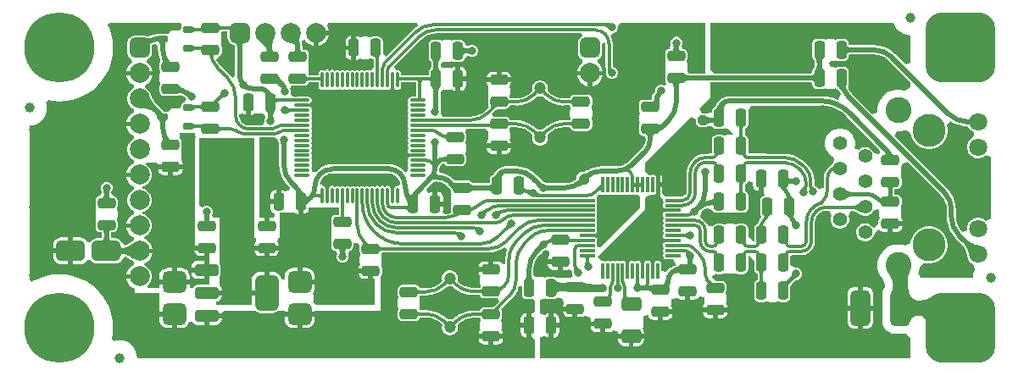
<source format=gbl>
G04*
G04 #@! TF.GenerationSoftware,Altium Limited,Altium Designer,22.11.1 (43)*
G04*
G04 Layer_Physical_Order=2*
G04 Layer_Color=16711680*
%FSLAX44Y44*%
%MOMM*%
G71*
G04*
G04 #@! TF.SameCoordinates,DE08DE9B-F6C2-4E1B-A14B-2B9FB2CCB798*
G04*
G04*
G04 #@! TF.FilePolarity,Positive*
G04*
G01*
G75*
%ADD10C,0.4000*%
%ADD22C,1.4000*%
%ADD28C,0.5000*%
%ADD29C,1.4000*%
%ADD30C,0.3000*%
%ADD32C,0.8000*%
G04:AMPARAMS|DCode=33|XSize=2mm|YSize=2mm|CornerRadius=0.5mm|HoleSize=0mm|Usage=FLASHONLY|Rotation=270.000|XOffset=0mm|YOffset=0mm|HoleType=Round|Shape=RoundedRectangle|*
%AMROUNDEDRECTD33*
21,1,2.0000,1.0000,0,0,270.0*
21,1,1.0000,2.0000,0,0,270.0*
1,1,1.0000,-0.5000,-0.5000*
1,1,1.0000,-0.5000,0.5000*
1,1,1.0000,0.5000,0.5000*
1,1,1.0000,0.5000,-0.5000*
%
%ADD33ROUNDEDRECTD33*%
%ADD34C,2.0000*%
%ADD35C,1.8000*%
%ADD36C,3.3000*%
%ADD37C,2.6000*%
%ADD38C,1.2000*%
G04:AMPARAMS|DCode=39|XSize=2mm|YSize=2mm|CornerRadius=0.5mm|HoleSize=0mm|Usage=FLASHONLY|Rotation=0.000|XOffset=0mm|YOffset=0mm|HoleType=Round|Shape=RoundedRectangle|*
%AMROUNDEDRECTD39*
21,1,2.0000,1.0000,0,0,0.0*
21,1,1.0000,2.0000,0,0,0.0*
1,1,1.0000,0.5000,-0.5000*
1,1,1.0000,-0.5000,-0.5000*
1,1,1.0000,-0.5000,0.5000*
1,1,1.0000,0.5000,0.5000*
%
%ADD39ROUNDEDRECTD39*%
G04:AMPARAMS|DCode=40|XSize=1mm|YSize=1mm|CornerRadius=0mm|HoleSize=0mm|Usage=FLASHONLY|Rotation=90.000|XOffset=0mm|YOffset=0mm|HoleType=Round|Shape=Octagon|*
%AMOCTAGOND40*
4,1,8,0.2500,0.5000,-0.2500,0.5000,-0.5000,0.2500,-0.5000,-0.2500,-0.2500,-0.5000,0.2500,-0.5000,0.5000,-0.2500,0.5000,0.2500,0.2500,0.5000,0.0*
%
%ADD40OCTAGOND40*%

%ADD41C,7.0000*%
G04:AMPARAMS|DCode=42|XSize=7mm|YSize=7mm|CornerRadius=1.75mm|HoleSize=0mm|Usage=FLASHONLY|Rotation=0.000|XOffset=0mm|YOffset=0mm|HoleType=Round|Shape=RoundedRectangle|*
%AMROUNDEDRECTD42*
21,1,7.0000,3.5000,0,0,0.0*
21,1,3.5000,7.0000,0,0,0.0*
1,1,3.5000,1.7500,-1.7500*
1,1,3.5000,-1.7500,-1.7500*
1,1,3.5000,-1.7500,1.7500*
1,1,3.5000,1.7500,1.7500*
%
%ADD42ROUNDEDRECTD42*%
G04:AMPARAMS|DCode=43|XSize=1mm|YSize=1mm|CornerRadius=0mm|HoleSize=0mm|Usage=FLASHONLY|Rotation=0.000|XOffset=0mm|YOffset=0mm|HoleType=Round|Shape=Octagon|*
%AMOCTAGOND43*
4,1,8,0.5000,-0.2500,0.5000,0.2500,0.2500,0.5000,-0.2500,0.5000,-0.5000,0.2500,-0.5000,-0.2500,-0.2500,-0.5000,0.2500,-0.5000,0.5000,-0.2500,0.0*
%
%ADD43OCTAGOND43*%

%ADD44C,0.8000*%
%ADD45C,1.0000*%
G04:AMPARAMS|DCode=46|XSize=1.8mm|YSize=1mm|CornerRadius=0.25mm|HoleSize=0mm|Usage=FLASHONLY|Rotation=90.000|XOffset=0mm|YOffset=0mm|HoleType=Round|Shape=RoundedRectangle|*
%AMROUNDEDRECTD46*
21,1,1.8000,0.5000,0,0,90.0*
21,1,1.3000,1.0000,0,0,90.0*
1,1,0.5000,0.2500,0.6500*
1,1,0.5000,0.2500,-0.6500*
1,1,0.5000,-0.2500,-0.6500*
1,1,0.5000,-0.2500,0.6500*
%
%ADD46ROUNDEDRECTD46*%
G04:AMPARAMS|DCode=47|XSize=1.8mm|YSize=1mm|CornerRadius=0.25mm|HoleSize=0mm|Usage=FLASHONLY|Rotation=180.000|XOffset=0mm|YOffset=0mm|HoleType=Round|Shape=RoundedRectangle|*
%AMROUNDEDRECTD47*
21,1,1.8000,0.5000,0,0,180.0*
21,1,1.3000,1.0000,0,0,180.0*
1,1,0.5000,-0.6500,0.2500*
1,1,0.5000,0.6500,0.2500*
1,1,0.5000,0.6500,-0.2500*
1,1,0.5000,-0.6500,-0.2500*
%
%ADD47ROUNDEDRECTD47*%
%ADD48O,1.6000X0.3000*%
%ADD49O,0.3000X1.6000*%
G04:AMPARAMS|DCode=50|XSize=3.6mm|YSize=2mm|CornerRadius=0.5mm|HoleSize=0mm|Usage=FLASHONLY|Rotation=270.000|XOffset=0mm|YOffset=0mm|HoleType=Round|Shape=RoundedRectangle|*
%AMROUNDEDRECTD50*
21,1,3.6000,1.0000,0,0,270.0*
21,1,2.6000,2.0000,0,0,270.0*
1,1,1.0000,-0.5000,-1.3000*
1,1,1.0000,-0.5000,1.3000*
1,1,1.0000,0.5000,1.3000*
1,1,1.0000,0.5000,-1.3000*
%
%ADD50ROUNDEDRECTD50*%
G04:AMPARAMS|DCode=51|XSize=2mm|YSize=1.4mm|CornerRadius=0.35mm|HoleSize=0mm|Usage=FLASHONLY|Rotation=180.000|XOffset=0mm|YOffset=0mm|HoleType=Round|Shape=RoundedRectangle|*
%AMROUNDEDRECTD51*
21,1,2.0000,0.7000,0,0,180.0*
21,1,1.3000,1.4000,0,0,180.0*
1,1,0.7000,-0.6500,0.3500*
1,1,0.7000,0.6500,0.3500*
1,1,0.7000,0.6500,-0.3500*
1,1,0.7000,-0.6500,-0.3500*
%
%ADD51ROUNDEDRECTD51*%
G04:AMPARAMS|DCode=52|XSize=0.6mm|YSize=1.1mm|CornerRadius=0.15mm|HoleSize=0mm|Usage=FLASHONLY|Rotation=90.000|XOffset=0mm|YOffset=0mm|HoleType=Round|Shape=RoundedRectangle|*
%AMROUNDEDRECTD52*
21,1,0.6000,0.8000,0,0,90.0*
21,1,0.3000,1.1000,0,0,90.0*
1,1,0.3000,0.4000,0.1500*
1,1,0.3000,0.4000,-0.1500*
1,1,0.3000,-0.4000,-0.1500*
1,1,0.3000,-0.4000,0.1500*
%
%ADD52ROUNDEDRECTD52*%
G04:AMPARAMS|DCode=53|XSize=2.2mm|YSize=2.4mm|CornerRadius=0.55mm|HoleSize=0mm|Usage=FLASHONLY|Rotation=270.000|XOffset=0mm|YOffset=0mm|HoleType=Round|Shape=RoundedRectangle|*
%AMROUNDEDRECTD53*
21,1,2.2000,1.3000,0,0,270.0*
21,1,1.1000,2.4000,0,0,270.0*
1,1,1.1000,-0.6500,-0.5500*
1,1,1.1000,-0.6500,0.5500*
1,1,1.1000,0.6500,0.5500*
1,1,1.1000,0.6500,-0.5500*
%
%ADD53ROUNDEDRECTD53*%
G04:AMPARAMS|DCode=54|XSize=0.3mm|YSize=1.6mm|CornerRadius=0.075mm|HoleSize=0mm|Usage=FLASHONLY|Rotation=90.000|XOffset=0mm|YOffset=0mm|HoleType=Round|Shape=RoundedRectangle|*
%AMROUNDEDRECTD54*
21,1,0.3000,1.4500,0,0,90.0*
21,1,0.1500,1.6000,0,0,90.0*
1,1,0.1500,0.7250,0.0750*
1,1,0.1500,0.7250,-0.0750*
1,1,0.1500,-0.7250,-0.0750*
1,1,0.1500,-0.7250,0.0750*
%
%ADD54ROUNDEDRECTD54*%
G04:AMPARAMS|DCode=55|XSize=0.3mm|YSize=1.6mm|CornerRadius=0.075mm|HoleSize=0mm|Usage=FLASHONLY|Rotation=180.000|XOffset=0mm|YOffset=0mm|HoleType=Round|Shape=RoundedRectangle|*
%AMROUNDEDRECTD55*
21,1,0.3000,1.4500,0,0,180.0*
21,1,0.1500,1.6000,0,0,180.0*
1,1,0.1500,-0.0750,0.7250*
1,1,0.1500,0.0750,0.7250*
1,1,0.1500,0.0750,-0.7250*
1,1,0.1500,-0.0750,-0.7250*
%
%ADD55ROUNDEDRECTD55*%
G04:AMPARAMS|DCode=56|XSize=2.1mm|YSize=2.9mm|CornerRadius=0.525mm|HoleSize=0mm|Usage=FLASHONLY|Rotation=90.000|XOffset=0mm|YOffset=0mm|HoleType=Round|Shape=RoundedRectangle|*
%AMROUNDEDRECTD56*
21,1,2.1000,1.8500,0,0,90.0*
21,1,1.0500,2.9000,0,0,90.0*
1,1,1.0500,0.9250,0.5250*
1,1,1.0500,0.9250,-0.5250*
1,1,1.0500,-0.9250,-0.5250*
1,1,1.0500,-0.9250,0.5250*
%
%ADD56ROUNDEDRECTD56*%
G04:AMPARAMS|DCode=57|XSize=3.6mm|YSize=2.4mm|CornerRadius=0.6mm|HoleSize=0mm|Usage=FLASHONLY|Rotation=270.000|XOffset=0mm|YOffset=0mm|HoleType=Round|Shape=RoundedRectangle|*
%AMROUNDEDRECTD57*
21,1,3.6000,1.2000,0,0,270.0*
21,1,2.4000,2.4000,0,0,270.0*
1,1,1.2000,-0.6000,-1.2000*
1,1,1.2000,-0.6000,1.2000*
1,1,1.2000,0.6000,1.2000*
1,1,1.2000,0.6000,-1.2000*
%
%ADD57ROUNDEDRECTD57*%
G04:AMPARAMS|DCode=58|XSize=1.2mm|YSize=2.4mm|CornerRadius=0.3mm|HoleSize=0mm|Usage=FLASHONLY|Rotation=270.000|XOffset=0mm|YOffset=0mm|HoleType=Round|Shape=RoundedRectangle|*
%AMROUNDEDRECTD58*
21,1,1.2000,1.8000,0,0,270.0*
21,1,0.6000,2.4000,0,0,270.0*
1,1,0.6000,-0.9000,-0.3000*
1,1,0.6000,-0.9000,0.3000*
1,1,0.6000,0.9000,0.3000*
1,1,0.6000,0.9000,-0.3000*
%
%ADD58ROUNDEDRECTD58*%
%ADD59C,1.0000*%
G36*
X220018Y347809D02*
X220008Y347917D01*
X219953Y348016D01*
X219855Y348107D01*
X219712Y348189D01*
X219525Y348262D01*
X219294Y348327D01*
X219019Y348383D01*
X218700Y348431D01*
X217929Y348500D01*
Y351500D01*
X218396Y351477D01*
X219510Y351493D01*
X219786Y351527D01*
X220013Y351574D01*
X220192Y351636D01*
X220324Y351711D01*
X220407Y351801D01*
X220443Y351904D01*
X220018Y347809D01*
D02*
G37*
G36*
X598833Y348556D02*
X598376Y349115D01*
X597914Y349616D01*
X597447Y350057D01*
X596974Y350440D01*
X596497Y350764D01*
X596014Y351029D01*
X595526Y351235D01*
X595033Y351382D01*
X594535Y351471D01*
X594031Y351500D01*
X594536Y354500D01*
X600480Y354700D01*
X598833Y348556D01*
D02*
G37*
G36*
X209920Y352710D02*
X210014Y352456D01*
X210170Y352232D01*
X210389Y352038D01*
X210671Y351874D01*
X211015Y351739D01*
X211422Y351634D01*
X211891Y351560D01*
X212423Y351515D01*
X213018Y351500D01*
Y348500D01*
X212423Y348485D01*
X211891Y348440D01*
X211422Y348366D01*
X211015Y348261D01*
X210671Y348126D01*
X210389Y347962D01*
X210170Y347768D01*
X210014Y347544D01*
X209920Y347290D01*
X209888Y347006D01*
Y352994D01*
X209920Y352710D01*
D02*
G37*
G36*
X184221Y350858D02*
X184424Y350678D01*
X184666Y350519D01*
X184949Y350381D01*
X185273Y350265D01*
X185637Y350169D01*
X186042Y350095D01*
X186487Y350042D01*
X186972Y350011D01*
X187498Y350000D01*
Y347000D01*
X186972Y346989D01*
X186042Y346905D01*
X185637Y346830D01*
X185273Y346735D01*
X184949Y346619D01*
X184666Y346481D01*
X184424Y346322D01*
X184221Y346142D01*
X184059Y345941D01*
Y351059D01*
X184221Y350858D01*
D02*
G37*
G36*
X192720Y345720D02*
X192529Y345963D01*
X192300Y346181D01*
X192033Y346373D01*
X191727Y346539D01*
X191382Y346680D01*
X190999Y346795D01*
X190578Y346885D01*
X190117Y346949D01*
X189619Y346987D01*
X189082Y347000D01*
X188982Y350000D01*
X189591Y350015D01*
X190132Y350060D01*
X190605Y350135D01*
X191010Y350240D01*
X191347Y350375D01*
X191616Y350540D01*
X191817Y350735D01*
X191950Y350960D01*
X192015Y351215D01*
X192013Y351500D01*
X192720Y345720D01*
D02*
G37*
G36*
X229467Y347442D02*
X227563Y344444D01*
X227448Y344786D01*
X227260Y345122D01*
X227000Y345453D01*
X226667Y345778D01*
X226261Y346096D01*
X225783Y346409D01*
X225232Y346716D01*
X224609Y347017D01*
X223144Y347601D01*
X225226Y350007D01*
X229467Y347442D01*
D02*
G37*
G36*
X170798Y355000D02*
X171530Y353920D01*
X172127Y352000D01*
X171703Y351366D01*
X171431Y350000D01*
Y349782D01*
X170000Y347039D01*
X162000D01*
X161220Y346884D01*
X160558Y346442D01*
X160326Y346095D01*
X159988Y345699D01*
X157861Y344339D01*
X157000Y344069D01*
X149000D01*
X148048Y343879D01*
X148001Y343879D01*
X144993Y343236D01*
X144829Y343223D01*
X143996Y343023D01*
X142504Y342705D01*
X142316Y342623D01*
X142109Y342606D01*
X141342Y342386D01*
X140253Y342124D01*
X140042Y342037D01*
X139009Y341810D01*
X138460Y341726D01*
X137980Y341680D01*
X137592Y341669D01*
X137308Y341685D01*
X137139Y341714D01*
X136916Y341785D01*
X136911Y341785D01*
X136827Y341820D01*
X135000Y342060D01*
X125000D01*
X123173Y341820D01*
X121470Y341115D01*
X120007Y339992D01*
X118885Y338530D01*
X118180Y336827D01*
X117940Y335000D01*
Y325000D01*
X118180Y323173D01*
X118885Y321470D01*
X120007Y320008D01*
X121470Y318885D01*
X122211Y318578D01*
X122665Y315754D01*
X122576Y315324D01*
X122018Y315003D01*
X119597Y312582D01*
X117886Y309618D01*
X117211Y307100D01*
X130000D01*
X142789D01*
X142114Y309618D01*
X140403Y312582D01*
X137982Y315003D01*
X137424Y315324D01*
X137335Y315754D01*
X137789Y318578D01*
X138530Y318885D01*
X139993Y320008D01*
X141115Y321470D01*
X141820Y323173D01*
X142060Y325000D01*
Y332564D01*
X142317Y332756D01*
X142795Y333034D01*
X144348Y333705D01*
X145550Y333897D01*
X146576Y333469D01*
X147142Y333093D01*
X147392Y332870D01*
X148350Y331586D01*
X148397Y331449D01*
X148407Y329521D01*
X148408D01*
X148777Y324829D01*
X149875Y320253D01*
X150700Y318263D01*
X150784Y317966D01*
X150867Y317523D01*
X150900Y317127D01*
X150890Y316774D01*
X150842Y316455D01*
X150759Y316160D01*
X150638Y315878D01*
X150413Y315492D01*
X150406Y315473D01*
X150261Y315256D01*
X150207Y314983D01*
X150196Y314960D01*
X150194Y314917D01*
X150165Y314774D01*
X150153Y314739D01*
X150154Y314720D01*
X149912Y313500D01*
Y308500D01*
X150261Y306744D01*
X150558Y304442D01*
X150116Y303780D01*
X149961Y303000D01*
Y297000D01*
X150116Y296220D01*
X150558Y295558D01*
X150261Y293256D01*
X149912Y291500D01*
Y286500D01*
X150261Y284744D01*
X151256Y283256D01*
X152744Y282261D01*
X154500Y281912D01*
X167500D01*
X168679Y282146D01*
X168681Y282146D01*
X168686Y282148D01*
X169256Y282261D01*
X169439Y282383D01*
X169440Y282384D01*
X169657Y282502D01*
X169775Y282543D01*
X169976Y282581D01*
X170270Y282601D01*
X170653Y282588D01*
X171121Y282532D01*
X171643Y282432D01*
X173004Y282049D01*
X173083Y282021D01*
X174673Y281171D01*
X174978Y280945D01*
X175289Y280683D01*
X175546Y280434D01*
X175752Y280200D01*
X175909Y279986D01*
X176000Y279834D01*
Y279806D01*
X176513Y278569D01*
X175217Y275954D01*
X174774Y275524D01*
X173634Y275297D01*
X172477Y274523D01*
X171703Y273366D01*
X171432Y272000D01*
Y271782D01*
X170000Y269039D01*
X162000D01*
X161220Y268884D01*
X160558Y268442D01*
X160326Y268095D01*
X159988Y267699D01*
X157861Y266339D01*
X157000Y266069D01*
X155144D01*
X155035Y266116D01*
X154470Y266438D01*
X153842Y266868D01*
X152502Y267987D01*
X147964Y272525D01*
X146021Y274764D01*
X145130Y275924D01*
X143541Y278314D01*
X142906Y279444D01*
X142346Y280582D01*
X141874Y281703D01*
X141465Y282872D01*
X141419Y282950D01*
X141182Y283832D01*
X139602Y286568D01*
X137368Y288802D01*
X135886Y289658D01*
X135713Y290222D01*
X135922Y293008D01*
X137982Y294197D01*
X140403Y296618D01*
X142114Y299582D01*
X142789Y302100D01*
X130000D01*
X117211D01*
X117886Y299582D01*
X119597Y296618D01*
X122018Y294197D01*
X124078Y293008D01*
X124287Y290222D01*
X124114Y289658D01*
X122632Y288802D01*
X120398Y286568D01*
X118818Y283832D01*
X118000Y280780D01*
Y277620D01*
X118818Y274568D01*
X120398Y271832D01*
X122632Y269598D01*
X124114Y268742D01*
X124287Y268178D01*
X124078Y265392D01*
X122018Y264203D01*
X119597Y261782D01*
X117886Y258818D01*
X117211Y256300D01*
X130000D01*
Y251300D01*
X117211D01*
X117886Y248782D01*
X119597Y245818D01*
X122018Y243397D01*
X124310Y242074D01*
X124319Y239524D01*
X124114Y238858D01*
X122632Y238002D01*
X120398Y235768D01*
X118818Y233032D01*
X118000Y229980D01*
Y226820D01*
X118818Y223768D01*
X120398Y221032D01*
X122632Y218798D01*
X124114Y217942D01*
X124319Y217276D01*
X124310Y214726D01*
X122018Y213403D01*
X119597Y210982D01*
X117886Y208018D01*
X117211Y205500D01*
X130000D01*
Y200500D01*
X117211D01*
X117886Y197982D01*
X119597Y195018D01*
X122018Y192597D01*
X124310Y191274D01*
X124319Y188724D01*
X124114Y188058D01*
X122632Y187202D01*
X120398Y184968D01*
X118818Y182232D01*
X118000Y179180D01*
Y176020D01*
X118818Y172968D01*
X120398Y170232D01*
X122632Y167998D01*
X124114Y167142D01*
X124319Y166476D01*
X124310Y163926D01*
X122018Y162603D01*
X119597Y160182D01*
X117886Y157218D01*
X117211Y154700D01*
X130000D01*
Y149700D01*
X117211D01*
X117886Y147182D01*
X119597Y144218D01*
X122018Y141797D01*
X124310Y140474D01*
X124319Y137924D01*
X124114Y137258D01*
X122632Y136402D01*
X122365Y136136D01*
X121432Y135466D01*
X120131Y134624D01*
X118847Y133887D01*
X117581Y133254D01*
X116335Y132724D01*
X116307Y132714D01*
X113093Y134143D01*
X112363Y135906D01*
X111201Y137421D01*
X109686Y138583D01*
X107923Y139313D01*
X106030Y139563D01*
X102012D01*
X101953Y139661D01*
X101837Y139945D01*
X101721Y140380D01*
X101625Y140960D01*
X101588Y141375D01*
Y144122D01*
X101625Y144537D01*
X101721Y145117D01*
X101837Y145551D01*
X101953Y145836D01*
X101999Y145912D01*
X103500D01*
X105256Y146261D01*
X106744Y147256D01*
X107739Y148744D01*
X108088Y150500D01*
Y155500D01*
X107739Y157256D01*
X107442Y159558D01*
X107884Y160220D01*
X108039Y161000D01*
Y167000D01*
X107884Y167780D01*
X107442Y168442D01*
X107739Y170744D01*
X108088Y172500D01*
Y177500D01*
X107739Y179256D01*
X106744Y180744D01*
X105256Y181739D01*
X103500Y182088D01*
X102828D01*
X101739Y184443D01*
X101613Y184928D01*
X101690Y185683D01*
X101742Y185996D01*
X101798Y186240D01*
X101831Y186346D01*
X102087Y186601D01*
X103000Y188806D01*
Y191194D01*
X102087Y193399D01*
X100399Y195087D01*
X98194Y196000D01*
X95807D01*
X93601Y195087D01*
X91913Y193399D01*
X91000Y191194D01*
Y188806D01*
X91913Y186601D01*
X92169Y186346D01*
X92202Y186240D01*
X92258Y185996D01*
X92305Y185715D01*
X92358Y184940D01*
X90500Y182088D01*
X88744Y181739D01*
X87256Y180744D01*
X86261Y179256D01*
X85912Y177500D01*
Y172500D01*
X86261Y170744D01*
X86558Y168442D01*
X86116Y167780D01*
X85961Y167000D01*
Y161000D01*
X86116Y160220D01*
X86558Y159558D01*
X86261Y157256D01*
X85912Y155500D01*
Y150500D01*
X86261Y148744D01*
X87256Y147256D01*
X88744Y146261D01*
X90500Y145912D01*
X92001D01*
X92048Y145836D01*
X92163Y145552D01*
X92280Y145117D01*
X92375Y144537D01*
X92412Y144122D01*
Y141375D01*
X92375Y140960D01*
X92280Y140380D01*
X92163Y139945D01*
X92047Y139661D01*
X91988Y139563D01*
X87530D01*
X85637Y139313D01*
X83874Y138583D01*
X82359Y137421D01*
X81197Y135906D01*
X81165Y135828D01*
X77918D01*
X77676Y136411D01*
X76354Y138134D01*
X74631Y139456D01*
X72624Y140288D01*
X70470Y140571D01*
X63720D01*
Y127000D01*
Y113429D01*
X70470D01*
X72624Y113712D01*
X74631Y114544D01*
X76354Y115866D01*
X77676Y117589D01*
X77918Y118172D01*
X81165D01*
X81197Y118094D01*
X82359Y116579D01*
X83874Y115417D01*
X85637Y114687D01*
X87530Y114437D01*
X106030D01*
X107923Y114687D01*
X109686Y115417D01*
X111201Y116579D01*
X112363Y118094D01*
X113093Y119857D01*
X116120Y121221D01*
X117361Y120663D01*
X118602Y120010D01*
X121249Y118317D01*
X122301Y117528D01*
X122632Y117198D01*
X124114Y116342D01*
X124319Y115676D01*
X124310Y113126D01*
X122018Y111803D01*
X119597Y109382D01*
X117886Y106418D01*
X117211Y103900D01*
X130000D01*
Y98900D01*
X117211D01*
X117886Y96382D01*
X119597Y93418D01*
X122018Y90997D01*
X124982Y89286D01*
X125000Y89281D01*
Y85000D01*
X150000D01*
X150000Y70057D01*
X149927Y69500D01*
Y66500D01*
X165000D01*
Y64000D01*
X167500D01*
Y49927D01*
X171500D01*
X173719Y50219D01*
X175787Y51075D01*
X177562Y52438D01*
X178925Y54213D01*
X179585Y55806D01*
X180504Y56090D01*
X181105Y56167D01*
X182773Y56023D01*
X183674Y54674D01*
X185659Y53348D01*
X188000Y52882D01*
X194500D01*
Y62000D01*
X197000D01*
Y64500D01*
X212118D01*
Y65000D01*
X213759Y67000D01*
X245678D01*
X246966Y66012D01*
X248912Y65206D01*
X251000Y64931D01*
X263000D01*
X265088Y65206D01*
X267034Y66012D01*
X268322Y67000D01*
X274927D01*
Y66500D01*
X290000D01*
X305073D01*
Y67000D01*
X370564D01*
Y101136D01*
X370744Y101256D01*
X371739Y102744D01*
X372088Y104500D01*
Y109500D01*
X371739Y111256D01*
X371442Y113558D01*
X371884Y114220D01*
X372039Y115000D01*
Y121000D01*
X371884Y121780D01*
X371442Y122442D01*
X371684Y124320D01*
X372138Y125415D01*
X372337Y125431D01*
X478479D01*
Y125411D01*
X483014Y125767D01*
X487437Y126830D01*
X491640Y128570D01*
X494872Y130551D01*
X496875Y129191D01*
X497318Y128618D01*
X496829Y127437D01*
X496535Y126212D01*
X496501Y126160D01*
X496394Y125623D01*
X495768Y123014D01*
X495411Y118479D01*
X495431D01*
Y114018D01*
X493867Y113522D01*
X492431Y113519D01*
X491465Y114965D01*
X489646Y116181D01*
X487500Y116608D01*
X483500D01*
Y108500D01*
X481000D01*
Y106000D01*
X468892D01*
X469319Y103854D01*
X470558Y101942D01*
X470116Y101280D01*
X469961Y100500D01*
Y94500D01*
X470116Y93720D01*
X470558Y93058D01*
X470316Y91179D01*
X469863Y90085D01*
X469663Y90069D01*
X463421D01*
X463263Y90037D01*
X459153Y90442D01*
X455048Y91687D01*
X453256Y92645D01*
X451266Y93709D01*
X448073Y96329D01*
X447984Y96463D01*
X447598Y96848D01*
X448000Y98347D01*
Y100453D01*
X447455Y102488D01*
X446402Y104312D01*
X444912Y105802D01*
X443088Y106855D01*
X441053Y107400D01*
X438947D01*
X436912Y106855D01*
X435088Y105802D01*
X433598Y104312D01*
X432545Y102488D01*
X432000Y100453D01*
Y98347D01*
X432375Y96947D01*
X432343Y96892D01*
X432236Y96736D01*
X431957Y96404D01*
X431516Y95963D01*
X431427Y95829D01*
X428234Y93209D01*
X424451Y91187D01*
X420347Y89942D01*
X416237Y89537D01*
X416079Y89569D01*
X410337D01*
X410138Y89585D01*
X409864Y89629D01*
X409739Y90256D01*
X408744Y91744D01*
X407256Y92739D01*
X405500Y93088D01*
X392500D01*
X390744Y92739D01*
X389256Y91744D01*
X388261Y90256D01*
X387912Y88500D01*
Y83500D01*
X388261Y81744D01*
X388558Y79442D01*
X388116Y78780D01*
X387961Y78000D01*
Y72000D01*
X388116Y71220D01*
X388558Y70558D01*
X388261Y68256D01*
X387912Y66500D01*
Y63000D01*
Y61500D01*
X388261Y59744D01*
X389256Y58256D01*
X390744Y57261D01*
X392500Y56912D01*
X405500D01*
X407256Y57261D01*
X408744Y58256D01*
X409739Y59744D01*
X409864Y60371D01*
X410138Y60415D01*
X410337Y60431D01*
X416079D01*
X416237Y60463D01*
X420347Y60058D01*
X424451Y58813D01*
X428234Y56791D01*
X431427Y54171D01*
X431516Y54037D01*
X432039Y53514D01*
X432043Y53509D01*
X432220Y53287D01*
X432343Y53108D01*
X432375Y53053D01*
X432000Y51653D01*
Y49547D01*
X432545Y47512D01*
X433598Y45688D01*
X435088Y44198D01*
X436912Y43145D01*
X438947Y42600D01*
X441053D01*
X443088Y43145D01*
X444912Y44198D01*
X446402Y45688D01*
X447455Y47512D01*
X448000Y49547D01*
Y51653D01*
X447598Y53152D01*
X447984Y53537D01*
X448073Y53671D01*
X451266Y56291D01*
X453256Y57355D01*
X455048Y58313D01*
X459153Y59558D01*
X463263Y59963D01*
X463421Y59931D01*
X469663D01*
X469863Y59915D01*
X470316Y58821D01*
X470558Y56942D01*
X470116Y56280D01*
X469961Y55500D01*
Y49500D01*
X470116Y48720D01*
X470558Y48058D01*
X469319Y46146D01*
X468892Y44000D01*
X493108D01*
X492681Y46146D01*
X491442Y48058D01*
X491884Y48720D01*
X492039Y49500D01*
Y55500D01*
X491884Y56280D01*
X491442Y56942D01*
X491739Y59244D01*
X492088Y61000D01*
Y63000D01*
Y66000D01*
X491739Y67756D01*
X491707Y67804D01*
X491164Y68617D01*
D01*
D01*
X502084Y79537D01*
X502123Y79498D01*
X505307Y83379D01*
X507674Y87807D01*
X508339Y90000D01*
X508912Y91888D01*
X511912Y91443D01*
Y83500D01*
X512261Y81744D01*
X513256Y80256D01*
X514744Y79261D01*
X516500Y78912D01*
X521500D01*
X522000Y79011D01*
X524639Y77324D01*
X525000Y76818D01*
Y66610D01*
X522000Y64508D01*
X521500Y64608D01*
X521500D01*
Y52500D01*
Y40392D01*
X521500D01*
X522000Y40492D01*
X525000Y38390D01*
Y20000D01*
X127585D01*
X127247Y23431D01*
X126246Y26729D01*
X124621Y29769D01*
X122434Y32434D01*
X122000Y32791D01*
D01*
X119770Y34621D01*
X116729Y36246D01*
X113431Y37247D01*
X110000Y37585D01*
X106569Y37247D01*
X104974Y36763D01*
X102380Y39101D01*
X103156Y43002D01*
X103615Y50000D01*
X103156Y56998D01*
X101788Y63877D01*
X99534Y70518D01*
X96432Y76807D01*
X95113Y78780D01*
X92962Y82000D01*
X92535Y82639D01*
X87911Y87911D01*
X82639Y92535D01*
X76807Y96432D01*
X70518Y99534D01*
X63877Y101788D01*
X56998Y103156D01*
X50000Y103615D01*
X43002Y103156D01*
X36123Y101788D01*
X29483Y99534D01*
X23193Y96432D01*
X22646Y96066D01*
X20000Y97481D01*
Y252415D01*
X20000Y252415D01*
X23431Y252753D01*
X26729Y253754D01*
X29770Y255379D01*
X32434Y257566D01*
X34621Y260231D01*
X36246Y263271D01*
X37247Y266569D01*
X37585Y270000D01*
X37247Y273431D01*
X36763Y275026D01*
X39101Y277620D01*
X43002Y276844D01*
X50000Y276385D01*
X56998Y276844D01*
X63877Y278212D01*
X70518Y280466D01*
X76807Y283568D01*
X82639Y287465D01*
X87911Y292089D01*
X92535Y297361D01*
X96432Y303193D01*
X99534Y309482D01*
X101788Y316124D01*
X103156Y323002D01*
X103615Y330000D01*
X103156Y336998D01*
X101788Y343876D01*
X99534Y350518D01*
X98579Y352452D01*
X100164Y355000D01*
X170798D01*
D02*
G37*
G36*
X148427Y336426D02*
X157983D01*
X157511Y336372D01*
X157089Y336209D01*
X156717Y335938D01*
X156394Y335558D01*
X156121Y335070D01*
X155897Y334473D01*
X155723Y333768D01*
X155599Y332954D01*
X155525Y332032D01*
X155500Y331002D01*
X150500D01*
X150475Y332032D01*
X150401Y332954D01*
X150276Y333768D01*
X150103Y334473D01*
X149879Y335070D01*
X149606Y335558D01*
X149283Y335938D01*
X148911Y336209D01*
X148489Y336372D01*
X148427Y336379D01*
Y336116D01*
X148284Y336169D01*
X148054Y336198D01*
X147735Y336203D01*
X147327Y336184D01*
X146247Y336073D01*
X143838Y335689D01*
X143654Y335627D01*
X141874Y334858D01*
X141190Y334459D01*
X140644Y334052D01*
X140236Y333635D01*
X139966Y333209D01*
X139834Y332774D01*
X139839Y332329D01*
X139982Y331875D01*
X136297Y339842D01*
X136657Y339727D01*
X137079Y339656D01*
X137562Y339628D01*
X138107Y339643D01*
X138713Y339702D01*
X139382Y339804D01*
X140903Y340139D01*
X142672Y340646D01*
X142943Y340041D01*
X142930Y340710D01*
X148427Y341884D01*
Y336426D01*
D02*
G37*
G36*
X234996Y335018D02*
X234522Y334968D01*
X234097Y334817D01*
X233723Y334565D01*
X233399Y334213D01*
X233124Y333760D01*
X232899Y333207D01*
X232725Y332553D01*
X232600Y331799D01*
X232525Y330943D01*
X232500Y329988D01*
X227500D01*
X227475Y330943D01*
X227400Y331799D01*
X227275Y332553D01*
X227100Y333207D01*
X226875Y333760D01*
X226600Y334213D01*
X226275Y334565D01*
X225900Y334817D01*
X225475Y334968D01*
X225000Y335018D01*
X234996Y335018D01*
D02*
G37*
G36*
X669042Y332357D02*
X668929Y332094D01*
X668828Y331773D01*
X668741Y331393D01*
X668667Y330954D01*
X668596Y330252D01*
X668600Y330207D01*
X668725Y329452D01*
X668900Y328798D01*
X669125Y328245D01*
X669400Y327792D01*
X669725Y327440D01*
X670100Y327189D01*
X670525Y327038D01*
X671000Y326987D01*
X661000D01*
X661475Y327038D01*
X661900Y327189D01*
X662275Y327440D01*
X662600Y327792D01*
X662875Y328245D01*
X663100Y328798D01*
X663275Y329452D01*
X663389Y330138D01*
X663333Y330954D01*
X663259Y331393D01*
X663172Y331773D01*
X663071Y332094D01*
X662958Y332357D01*
X662830Y332560D01*
X669170D01*
X669042Y332357D01*
D02*
G37*
G36*
X184221Y331858D02*
X184424Y331678D01*
X184666Y331519D01*
X184949Y331381D01*
X185273Y331265D01*
X185637Y331170D01*
X186042Y331095D01*
X186487Y331042D01*
X186972Y331011D01*
X187498Y331000D01*
Y328000D01*
X186972Y327989D01*
X186042Y327905D01*
X185637Y327831D01*
X185273Y327735D01*
X184949Y327619D01*
X184666Y327481D01*
X184424Y327322D01*
X184221Y327142D01*
X184059Y326941D01*
Y332060D01*
X184221Y331858D01*
D02*
G37*
G36*
X192013Y326500D02*
X192015Y326785D01*
X191950Y327040D01*
X191817Y327265D01*
X191616Y327460D01*
X191347Y327625D01*
X191010Y327760D01*
X190605Y327865D01*
X190132Y327940D01*
X189591Y327985D01*
X188982Y328000D01*
X189082Y331000D01*
X189619Y331013D01*
X190117Y331051D01*
X190578Y331115D01*
X190999Y331205D01*
X191382Y331320D01*
X191727Y331461D01*
X192033Y331627D01*
X192300Y331819D01*
X192529Y332037D01*
X192720Y332280D01*
X192013Y326500D01*
D02*
G37*
G36*
X290500Y331020D02*
X285506Y331000D01*
X290500D01*
X290525Y330048D01*
X290599Y329196D01*
X290723Y328444D01*
X290897Y327792D01*
X291121Y327241D01*
X291394Y326789D01*
X291716Y326439D01*
X292089Y326188D01*
X292511Y326037D01*
X292982Y325987D01*
X283018D01*
X283490Y326037D01*
X283911Y326188D01*
X284284Y326439D01*
X284606Y326789D01*
X284879Y327241D01*
X285103Y327792D01*
X285277Y328444D01*
X285401Y329196D01*
X285475Y330048D01*
X285500Y331000D01*
X285441Y331643D01*
X285263Y332233D01*
X284967Y332771D01*
X284552Y333257D01*
X284019Y333691D01*
X283367Y334072D01*
X282596Y334401D01*
X281707Y334678D01*
X280700Y334903D01*
X279574Y335075D01*
X289911Y340878D01*
X290500Y331020D01*
D02*
G37*
G36*
X264167Y340008D02*
X263817Y338961D01*
X263508Y337840D01*
X263015Y335381D01*
X262829Y334042D01*
X262582Y331146D01*
X262548Y329804D01*
X262600Y329207D01*
X262725Y328452D01*
X262900Y327798D01*
X263125Y327245D01*
X263400Y326792D01*
X263725Y326440D01*
X264100Y326189D01*
X264525Y326038D01*
X265000Y325987D01*
X258898D01*
X257500Y325223D01*
X257440Y325987D01*
X255000D01*
X255475Y326038D01*
X255900Y326189D01*
X256275Y326440D01*
X256600Y326792D01*
X256875Y327245D01*
X257051Y327679D01*
X256746Y328498D01*
X256159Y329651D01*
X255404Y330836D01*
X254482Y332051D01*
X253392Y333297D01*
X252135Y334574D01*
X249117Y337221D01*
X264558Y340983D01*
X264167Y340008D01*
D02*
G37*
G36*
X453038Y331525D02*
X453189Y331100D01*
X453440Y330725D01*
X453792Y330400D01*
X454245Y330125D01*
X454798Y329900D01*
X455452Y329725D01*
X456207Y329600D01*
X456542Y329571D01*
X457954Y329667D01*
X458393Y329741D01*
X458773Y329828D01*
X459094Y329929D01*
X459357Y330042D01*
X459560Y330170D01*
Y323830D01*
X459357Y323958D01*
X459094Y324072D01*
X458773Y324172D01*
X458393Y324259D01*
X457954Y324333D01*
X456900Y324440D01*
X456737Y324446D01*
X456207Y324400D01*
X455452Y324275D01*
X454798Y324100D01*
X454245Y323875D01*
X453792Y323600D01*
X453440Y323275D01*
X453189Y322900D01*
X453038Y322475D01*
X452987Y322000D01*
Y332000D01*
X453038Y331525D01*
D02*
G37*
G36*
X836038Y332525D02*
X836189Y332100D01*
X836440Y331725D01*
X836792Y331400D01*
X837245Y331125D01*
X837798Y330900D01*
X838452Y330725D01*
X839207Y330600D01*
X840062Y330525D01*
X841018Y330500D01*
Y325500D01*
X840062Y325475D01*
X839207Y325400D01*
X838452Y325275D01*
X837798Y325100D01*
X837245Y324875D01*
X836792Y324600D01*
X836440Y324275D01*
X836189Y323900D01*
X836038Y323475D01*
X835987Y323000D01*
Y333000D01*
X836038Y332525D01*
D02*
G37*
G36*
X407181Y355000D02*
X408027Y352000D01*
X406482Y351053D01*
X403022Y348099D01*
X403037Y348084D01*
X376402Y321448D01*
X375757Y321540D01*
X373088Y323500D01*
Y336500D01*
X372739Y338256D01*
X371744Y339744D01*
X370256Y340739D01*
X368500Y341088D01*
X363500D01*
X361744Y340739D01*
X359442Y340442D01*
X358780Y340884D01*
X358000Y341039D01*
X352000D01*
X351220Y340884D01*
X350558Y340442D01*
X348646Y341681D01*
X346500Y342108D01*
D01*
Y330000D01*
Y317892D01*
X348646Y318319D01*
X350558Y319558D01*
X351220Y319116D01*
X352000Y318961D01*
X358000D01*
X358780Y319116D01*
X359442Y319558D01*
X361744Y319261D01*
X363500Y318912D01*
X363910D01*
X363914Y318887D01*
X363932Y318679D01*
Y310843D01*
X362564Y308191D01*
X361621Y307894D01*
X361134Y307797D01*
X360973Y307689D01*
X359652Y307272D01*
X358866Y307797D01*
X357500Y308069D01*
X356134Y307797D01*
X355000Y307039D01*
X353866Y307797D01*
X352500Y308069D01*
X351134Y307797D01*
X350000Y307039D01*
X348866Y307797D01*
X347500Y308069D01*
X346134Y307797D01*
X345000Y307039D01*
X343866Y307797D01*
X342500Y308069D01*
X341134Y307797D01*
X340000Y307039D01*
X338866Y307797D01*
X337500Y308069D01*
X336134Y307797D01*
X335000Y307039D01*
X333866Y307797D01*
X332500Y308069D01*
X331134Y307797D01*
X330000Y307039D01*
X328866Y307797D01*
X327500Y308069D01*
X326134Y307797D01*
X325000Y307039D01*
X323866Y307797D01*
X322500Y308069D01*
X321134Y307797D01*
X320000Y307039D01*
X318866Y307797D01*
X317500Y308069D01*
X316134Y307797D01*
X315000Y307039D01*
X313866Y307797D01*
X312500Y308069D01*
X311134Y307797D01*
X309977Y307023D01*
X309203Y305866D01*
X308932Y304500D01*
Y302600D01*
X308838Y302585D01*
X308653Y302569D01*
X299338D01*
X299138Y302585D01*
X298684Y303680D01*
X298442Y305558D01*
X298884Y306220D01*
X299039Y307000D01*
Y313000D01*
X298884Y313780D01*
X298442Y314442D01*
X298739Y316744D01*
X299088Y318500D01*
Y323500D01*
X298739Y325256D01*
X297744Y326744D01*
X296256Y327739D01*
X294500Y328088D01*
X292991D01*
X292950Y328157D01*
X292601Y331000D01*
X292601D01*
X292571Y331225D01*
X292370Y333910D01*
X292167Y337305D01*
X295120Y338192D01*
X295798Y337018D01*
X298218Y334598D01*
X301182Y332886D01*
X303700Y332211D01*
Y345000D01*
X306200D01*
Y347500D01*
X318989D01*
X318314Y350018D01*
X317170Y352000D01*
X318526Y355000D01*
X407181Y355000D01*
D02*
G37*
G36*
X204213Y322983D02*
X203976Y322895D01*
X203783Y322749D01*
X203636Y322543D01*
X203533Y322280D01*
X203474Y321957D01*
X203461Y321576D01*
X203492Y321136D01*
X203567Y320637D01*
X203688Y320080D01*
X200556Y320060D01*
X200404Y320620D01*
X200236Y321123D01*
X200053Y321566D01*
X199853Y321950D01*
X199638Y322274D01*
X199407Y322540D01*
X199160Y322747D01*
X198897Y322895D01*
X198618Y322983D01*
X198323Y323013D01*
X204495D01*
X204213Y322983D01*
D02*
G37*
G36*
X370037Y321529D02*
X369819Y321300D01*
X369627Y321033D01*
X369461Y320727D01*
X369320Y320382D01*
X369205Y319999D01*
X369115Y319578D01*
X369051Y319118D01*
X369013Y318619D01*
X369000Y318082D01*
X366000Y317982D01*
X365985Y318591D01*
X365940Y319132D01*
X365865Y319605D01*
X365760Y320010D01*
X365625Y320347D01*
X365460Y320616D01*
X365265Y320817D01*
X365040Y320950D01*
X364785Y321015D01*
X364500Y321013D01*
X370280Y321720D01*
X370037Y321529D01*
D02*
G37*
G36*
X867551Y323069D02*
X871466Y321882D01*
X875074Y319953D01*
X878083Y317483D01*
X878195Y317316D01*
X900000Y295511D01*
Y290540D01*
X895000Y287281D01*
X894126Y287643D01*
X890068Y288450D01*
X885932D01*
X881874Y287643D01*
X878053Y286060D01*
X874613Y283762D01*
X871688Y280837D01*
X869390Y277397D01*
X867807Y273575D01*
X867000Y269518D01*
Y265895D01*
X865803Y264921D01*
X862264Y263560D01*
X841684Y284140D01*
X841517Y284252D01*
X839047Y287262D01*
X838528Y288233D01*
X838435Y288453D01*
X837928Y289846D01*
X837774Y290382D01*
X837670Y290847D01*
X837616Y291209D01*
X837604Y291455D01*
X837612Y291548D01*
X837624Y291572D01*
X837739Y291744D01*
X838088Y293500D01*
Y306500D01*
X837739Y308256D01*
X836744Y309744D01*
X835256Y310739D01*
X833500Y311088D01*
X828500D01*
X826744Y310739D01*
X826744Y310739D01*
X824442Y310442D01*
X823780Y310884D01*
X823000Y311039D01*
X820271D01*
X818548Y314000D01*
X820271Y316961D01*
X823000D01*
X823780Y317116D01*
X824442Y317558D01*
X826744Y317261D01*
X826744Y317261D01*
X828500Y316912D01*
X833500D01*
X835256Y317261D01*
X836744Y318256D01*
X837739Y319744D01*
X838088Y321500D01*
Y323001D01*
X838164Y323047D01*
X838448Y323163D01*
X838884Y323279D01*
X839463Y323376D01*
X839878Y323412D01*
X863479D01*
X863676Y323451D01*
X867551Y323069D01*
D02*
G37*
G36*
X157419Y320345D02*
X157895Y319445D01*
X158378Y318649D01*
X158867Y317956D01*
X159362Y317366D01*
X159864Y316879D01*
X160371Y316494D01*
X160885Y316213D01*
X161405Y316035D01*
X161931Y315960D01*
X162463Y315987D01*
X152174Y314464D01*
X152464Y314960D01*
X152686Y315481D01*
X152839Y316024D01*
X152925Y316592D01*
X152942Y317182D01*
X152891Y317796D01*
X152771Y318434D01*
X152583Y319094D01*
X152327Y319779D01*
X152003Y320486D01*
X157419Y320345D01*
D02*
G37*
G36*
X883754Y353271D02*
X885379Y350230D01*
X887566Y347566D01*
X890230Y345379D01*
X893271Y343754D01*
X896569Y342753D01*
X900000Y342415D01*
Y315021D01*
X895381Y313108D01*
X884684Y323805D01*
X884687Y323808D01*
X881108Y326864D01*
X880983Y326941D01*
X877095Y329324D01*
X872747Y331124D01*
X868314Y332189D01*
X868171Y332223D01*
X863479Y332593D01*
Y332588D01*
X839878D01*
X839463Y332625D01*
X838884Y332721D01*
X838448Y332837D01*
X838164Y332952D01*
X838088Y332999D01*
Y334500D01*
X837739Y336256D01*
X836744Y337744D01*
X835256Y338739D01*
X833500Y339088D01*
X828500D01*
X826744Y338739D01*
X826744Y338739D01*
X824442Y338442D01*
X823780Y338884D01*
X823000Y339039D01*
X817000D01*
X816220Y338884D01*
X815558Y338442D01*
X813256Y338739D01*
X813256Y338739D01*
X811500Y339088D01*
X806500D01*
X804744Y338739D01*
X803256Y337744D01*
X802261Y336256D01*
X801912Y334500D01*
Y321500D01*
X802261Y319744D01*
X802931Y318742D01*
X802932Y318739D01*
X802937Y318732D01*
X803256Y318256D01*
X803441Y318132D01*
X803443Y318129D01*
X803650Y317963D01*
X803740Y317863D01*
X803853Y317691D01*
X803979Y317433D01*
X804107Y317082D01*
X804224Y316637D01*
X804318Y316129D01*
X804412Y315104D01*
Y312737D01*
X804398Y312522D01*
X804323Y311898D01*
X804224Y311363D01*
X804107Y310918D01*
X803979Y310567D01*
X803853Y310309D01*
X803740Y310137D01*
X803650Y310037D01*
X803443Y309871D01*
X803441Y309868D01*
X803256Y309744D01*
X802937Y309268D01*
X802932Y309261D01*
X802931Y309258D01*
X802261Y308256D01*
X801912Y306500D01*
Y304999D01*
X801836Y304953D01*
X801552Y304837D01*
X801116Y304720D01*
X800537Y304625D01*
X800122Y304588D01*
X703381D01*
X699852Y308129D01*
X700000Y355000D01*
X883229D01*
X883754Y353271D01*
D02*
G37*
G36*
X812942Y319448D02*
X812639Y319109D01*
X812372Y318704D01*
X812141Y318231D01*
X811945Y317690D01*
X811785Y317083D01*
X811660Y316409D01*
X811571Y315667D01*
X811518Y314858D01*
X811500Y314000D01*
X811518Y313142D01*
X811660Y311591D01*
X811785Y310917D01*
X811945Y310310D01*
X812141Y309769D01*
X812372Y309296D01*
X812639Y308891D01*
X812942Y308552D01*
X813280Y308280D01*
X804720D01*
X805058Y308552D01*
X805360Y308891D01*
X805628Y309296D01*
X805859Y309769D01*
X806055Y310310D01*
X806215Y310917D01*
X806340Y311591D01*
X806429Y312333D01*
X806482Y313142D01*
X806500Y314000D01*
X806482Y314858D01*
X806340Y316409D01*
X806215Y317083D01*
X806055Y317690D01*
X805859Y318231D01*
X805628Y318704D01*
X805360Y319109D01*
X805058Y319448D01*
X804720Y319720D01*
X813280D01*
X812942Y319448D01*
D02*
G37*
G36*
X429942Y318448D02*
X429640Y318109D01*
X429372Y317704D01*
X429141Y317231D01*
X428945Y316690D01*
X428785Y316083D01*
X428660Y315409D01*
X428571Y314667D01*
X428518Y313858D01*
X428500Y313002D01*
X428518Y312142D01*
X428660Y310591D01*
X428785Y309917D01*
X428945Y309310D01*
X429141Y308769D01*
X429372Y308296D01*
X429640Y307891D01*
X429942Y307552D01*
X430280Y307280D01*
X421720D01*
X422058Y307552D01*
X422361Y307891D01*
X422628Y308296D01*
X422859Y308769D01*
X423055Y309310D01*
X423215Y309917D01*
X423340Y310591D01*
X423429Y311333D01*
X423482Y312142D01*
X423500Y312998D01*
X423482Y313858D01*
X423340Y315409D01*
X423215Y316083D01*
X423055Y316690D01*
X422859Y317231D01*
X422628Y317704D01*
X422360Y318109D01*
X422058Y318448D01*
X421720Y318720D01*
X430280D01*
X429942Y318448D01*
D02*
G37*
G36*
X601515Y309216D02*
X601738Y309181D01*
X602319Y309053D01*
X603081Y308851D01*
X598043Y305583D01*
X598276Y308044D01*
X601078Y309117D01*
X601075Y309174D01*
X601117Y309212D01*
X601205Y309232D01*
X601337Y309234D01*
X601515Y309216D01*
D02*
G37*
G36*
X217940Y346423D02*
Y340000D01*
X218180Y338173D01*
X218886Y336470D01*
X220008Y335008D01*
X221470Y333885D01*
X223173Y333180D01*
X224987Y332941D01*
X225047Y332841D01*
X225163Y332557D01*
X225280Y332122D01*
X225375Y331542D01*
X225412Y331128D01*
Y302657D01*
X225413Y302654D01*
X225553Y301227D01*
X222660Y299995D01*
X220106Y302985D01*
X220084Y302963D01*
X210963Y312084D01*
X210829Y312173D01*
X208209Y315366D01*
X206848Y317912D01*
X207085Y319003D01*
X207943Y320542D01*
X208714Y321153D01*
X209256Y321261D01*
X210744Y322256D01*
X211739Y323744D01*
X212088Y325500D01*
Y330500D01*
X211739Y332256D01*
X211442Y334558D01*
X211884Y335220D01*
X212039Y336000D01*
Y342000D01*
X211884Y342780D01*
X211442Y343442D01*
X211684Y345321D01*
X212138Y346415D01*
X212337Y346431D01*
X217929D01*
X217940Y346423D01*
D02*
G37*
G36*
X695000Y355000D02*
X695000Y304588D01*
X678737D01*
X678522Y304602D01*
X678507Y304604D01*
X677235Y306654D01*
X676944Y307521D01*
X677039Y308000D01*
Y314000D01*
X676884Y314780D01*
X676442Y315442D01*
X676739Y317744D01*
X677088Y319500D01*
Y324500D01*
X676739Y326256D01*
X675744Y327744D01*
X674256Y328739D01*
X672751Y329038D01*
X672316Y329528D01*
X671288Y332088D01*
X672000Y333806D01*
Y336194D01*
X671087Y338399D01*
X669399Y340087D01*
X667194Y341000D01*
X664807D01*
X662601Y340087D01*
X660913Y338399D01*
X660000Y336194D01*
Y333806D01*
X660712Y332088D01*
X659684Y329528D01*
X659249Y329038D01*
X657744Y328739D01*
X656256Y327744D01*
X655261Y326256D01*
X654912Y324500D01*
Y319500D01*
X655261Y317744D01*
X655558Y315442D01*
X655116Y314780D01*
X654961Y314000D01*
Y308000D01*
X655116Y307220D01*
X655558Y306558D01*
X655261Y304256D01*
X654912Y302500D01*
Y297500D01*
X655261Y295744D01*
X656256Y294256D01*
X654399Y292087D01*
X652194Y293000D01*
X649807D01*
X647601Y292087D01*
X645913Y290399D01*
X645000Y288193D01*
Y286896D01*
X644951Y286810D01*
X644856Y286668D01*
X644044Y285720D01*
X643256Y284932D01*
X642261Y283444D01*
X641912Y281688D01*
Y279754D01*
X641873Y279279D01*
X641775Y278643D01*
X641657Y278182D01*
X641620Y278088D01*
X633500D01*
X631744Y277739D01*
X630256Y276744D01*
X629261Y275256D01*
X628912Y273500D01*
Y268500D01*
X629261Y266744D01*
X629558Y264442D01*
X629116Y263780D01*
X628961Y263000D01*
Y257000D01*
X629116Y256220D01*
X629558Y255558D01*
X629261Y253256D01*
X628912Y251500D01*
Y246500D01*
X629261Y244744D01*
X630256Y243256D01*
X631744Y242261D01*
X633500Y241912D01*
X635001D01*
X635047Y241836D01*
X635163Y241551D01*
X635279Y241117D01*
X635375Y240537D01*
X635412Y240122D01*
Y238778D01*
X635462Y238526D01*
X635009Y235084D01*
X633583Y231642D01*
X631469Y228887D01*
X631256Y228744D01*
X619120Y216608D01*
X619036Y216483D01*
X616547Y214440D01*
X615770Y214025D01*
X613174Y212731D01*
X610352Y211874D01*
X607148Y211559D01*
X607000Y211588D01*
X591899D01*
X591897Y211588D01*
X587443Y211237D01*
X583096Y210194D01*
X578966Y208483D01*
X578160Y207989D01*
X577657Y207702D01*
X576852Y207284D01*
X575241Y206571D01*
X574520Y206313D01*
X573805Y206098D01*
X573120Y205934D01*
X572464Y205819D01*
X571836Y205752D01*
X571160Y205727D01*
X571137Y205722D01*
X571114Y205725D01*
X571095Y205720D01*
X570220D01*
X566720Y202220D01*
Y198957D01*
X566215Y198493D01*
X564532Y197244D01*
X564291Y197090D01*
X562467Y196115D01*
X558551Y194928D01*
X554686Y194547D01*
X554479Y194588D01*
X538414D01*
X538245Y194595D01*
X537317Y194690D01*
X537004Y194742D01*
X536760Y194798D01*
X536654Y194831D01*
X536399Y195087D01*
X534193Y196000D01*
X533832D01*
X533734Y196051D01*
X533522Y196184D01*
X533290Y196350D01*
X532113Y197376D01*
X526684Y202805D01*
X526687Y202808D01*
X523108Y205864D01*
X519095Y208323D01*
X514747Y210124D01*
X510171Y211223D01*
X505479Y211592D01*
Y211588D01*
X496240D01*
Y211619D01*
X492653Y211146D01*
X489310Y209762D01*
X486440Y207560D01*
X485774Y206691D01*
X485681Y206608D01*
X484566Y205117D01*
X484238Y204690D01*
X484228Y204665D01*
X483998Y204358D01*
X482844Y202935D01*
X482624Y202692D01*
X482518Y202588D01*
X482390Y202502D01*
X482347Y202483D01*
X482325Y202459D01*
X481256Y201744D01*
X480261Y200256D01*
X479912Y198500D01*
Y194991D01*
X479848Y194953D01*
X479564Y194837D01*
X479128Y194721D01*
X478545Y194625D01*
X478128Y194588D01*
X464737D01*
X464522Y194602D01*
X463898Y194677D01*
X463363Y194776D01*
X462918Y194893D01*
X462567Y195021D01*
X462309Y195147D01*
X462137Y195260D01*
X462037Y195350D01*
X461871Y195557D01*
X461868Y195559D01*
X461744Y195744D01*
X461268Y196063D01*
X461261Y196068D01*
X461258Y196069D01*
X460256Y196739D01*
X458500Y197088D01*
X446036D01*
X443648Y198567D01*
X443648Y198567D01*
X440201Y201397D01*
X439102Y201984D01*
X438828Y202167D01*
X438718Y202189D01*
X436267Y203499D01*
X432135Y204752D01*
X429268Y205635D01*
X429567Y208673D01*
X429588Y208778D01*
Y209134D01*
X429952Y210961D01*
X431188Y212812D01*
X433039Y214048D01*
X434528Y214345D01*
X435256Y213256D01*
X436744Y212261D01*
X438500Y211912D01*
X451500D01*
X453256Y212261D01*
X454744Y213256D01*
X455739Y214744D01*
X456088Y216500D01*
Y221500D01*
X455739Y223256D01*
X455442Y225558D01*
X455884Y226220D01*
X456039Y227000D01*
Y233000D01*
X455884Y233780D01*
X455442Y234442D01*
X455739Y236744D01*
X456088Y238500D01*
Y243500D01*
X455739Y245256D01*
X455288Y245931D01*
X456329Y248595D01*
X456616Y248931D01*
X475945D01*
X476621Y248262D01*
X477960Y246025D01*
X477961Y246000D01*
Y240000D01*
X478116Y239220D01*
X478558Y238558D01*
X477319Y236646D01*
X476892Y234500D01*
X501108D01*
X500681Y236646D01*
X499442Y238558D01*
X499884Y239220D01*
X500039Y240000D01*
Y246000D01*
X499884Y246780D01*
X499442Y247442D01*
X499684Y249321D01*
X500138Y250415D01*
X500337Y250431D01*
X506079D01*
X506237Y250463D01*
X510347Y250058D01*
X514451Y248813D01*
X518234Y246791D01*
X521427Y244171D01*
X521516Y244037D01*
X522039Y243514D01*
X522043Y243509D01*
X522220Y243287D01*
X522343Y243108D01*
X522375Y243053D01*
X522000Y241653D01*
Y239547D01*
X522545Y237512D01*
X523598Y235688D01*
X525088Y234198D01*
X526912Y233145D01*
X528947Y232600D01*
X531053D01*
X533088Y233145D01*
X534912Y234198D01*
X536402Y235688D01*
X537455Y237512D01*
X538000Y239547D01*
Y241653D01*
X537625Y243053D01*
X537657Y243108D01*
X537764Y243264D01*
X538043Y243596D01*
X538484Y244037D01*
X538573Y244171D01*
X541766Y246791D01*
X545549Y248813D01*
X549653Y250058D01*
X553763Y250463D01*
X553921Y250431D01*
X559663D01*
X559862Y250415D01*
X560136Y250371D01*
X560261Y249744D01*
X561256Y248256D01*
X562744Y247261D01*
X564500Y246912D01*
X577500D01*
X579256Y247261D01*
X580744Y248256D01*
X581739Y249744D01*
X582088Y251500D01*
Y256500D01*
X581739Y258256D01*
X581442Y260558D01*
X581884Y261220D01*
X582039Y262000D01*
Y268000D01*
X581884Y268780D01*
X581442Y269442D01*
X581739Y271744D01*
X582088Y273500D01*
Y278500D01*
X581739Y280256D01*
X580744Y281744D01*
X579256Y282739D01*
X577500Y283088D01*
X564500D01*
X562744Y282739D01*
X561256Y281744D01*
X560261Y280256D01*
X560136Y279629D01*
X559862Y279585D01*
X559663Y279569D01*
X553921D01*
X553763Y279537D01*
X549653Y279942D01*
X545549Y281187D01*
X541766Y283209D01*
X538573Y285829D01*
X538484Y285963D01*
X537961Y286486D01*
X537957Y286491D01*
X537780Y286713D01*
X537657Y286892D01*
X537625Y286947D01*
X538000Y288347D01*
Y290453D01*
X537455Y292488D01*
X536402Y294312D01*
X534912Y295802D01*
X533088Y296855D01*
X531053Y297400D01*
X528947D01*
X526912Y296855D01*
X525088Y295802D01*
X523598Y294312D01*
X522545Y292488D01*
X522000Y290453D01*
Y288347D01*
X522375Y286947D01*
X522343Y286892D01*
X522236Y286736D01*
X521957Y286404D01*
X521516Y285963D01*
X521427Y285829D01*
X518234Y283209D01*
X514451Y281187D01*
X510347Y279942D01*
X506237Y279537D01*
X506079Y279569D01*
X500337D01*
X500138Y279585D01*
X499684Y280679D01*
X499442Y282558D01*
X499884Y283220D01*
X500039Y284000D01*
Y290000D01*
X499884Y290780D01*
X499442Y291442D01*
X500681Y293354D01*
X501108Y295500D01*
Y295500D01*
X489000D01*
X476892D01*
Y295500D01*
X477319Y293354D01*
X478558Y291442D01*
X478116Y290780D01*
X477961Y290000D01*
Y284000D01*
X478116Y283220D01*
X478558Y282558D01*
X478261Y280256D01*
X477912Y278500D01*
Y273500D01*
X478261Y271744D01*
X478837Y270883D01*
X475416Y267463D01*
X475327Y267329D01*
X472134Y264709D01*
X468352Y262687D01*
X464247Y261442D01*
X460137Y261037D01*
X459979Y261069D01*
X432473D01*
X430694Y264069D01*
X431000Y264806D01*
Y267194D01*
X430588Y268188D01*
Y286263D01*
X430602Y286478D01*
X430604Y286493D01*
X432654Y287765D01*
X433521Y288056D01*
X434000Y287961D01*
X440000D01*
X440780Y288116D01*
X441442Y288558D01*
X443354Y287319D01*
X445500Y286892D01*
X445500D01*
Y299000D01*
Y311108D01*
X445500D01*
X443354Y310681D01*
X441442Y309442D01*
X440780Y309884D01*
X440000Y310039D01*
X434000D01*
X433521Y309944D01*
X432706Y310210D01*
X430622Y311533D01*
X430588Y311896D01*
Y314264D01*
X430602Y314478D01*
X430604Y314493D01*
X432654Y315765D01*
X433521Y316056D01*
X434000Y315961D01*
X440000D01*
X440780Y316116D01*
X441442Y316558D01*
X443744Y316261D01*
X445500Y315912D01*
X450500D01*
X452256Y316261D01*
X453744Y317256D01*
X454739Y318744D01*
X455088Y320500D01*
X457222Y321989D01*
X457981Y322261D01*
X457996Y322258D01*
X458240Y322202D01*
X458346Y322169D01*
X458601Y321913D01*
X460807Y321000D01*
X463194D01*
X465399Y321913D01*
X467086Y323601D01*
X468000Y325807D01*
Y328194D01*
X467086Y330399D01*
X465399Y332087D01*
X463194Y333000D01*
X460807D01*
X458601Y332087D01*
X458346Y331831D01*
X458240Y331798D01*
X457996Y331742D01*
X457981Y331740D01*
X457379Y331926D01*
X455088Y333500D01*
X454739Y335256D01*
X453744Y336744D01*
X452256Y337739D01*
X450500Y338088D01*
X445500D01*
X443744Y337739D01*
X441442Y337442D01*
X440780Y337884D01*
X440000Y338039D01*
X434000D01*
X433220Y337884D01*
X432558Y337442D01*
X430256Y337739D01*
X428500Y338088D01*
X423500D01*
X421744Y337739D01*
X420256Y336744D01*
X419261Y335256D01*
X418912Y333500D01*
Y320500D01*
X419261Y318744D01*
X419931Y317742D01*
X419932Y317739D01*
X419937Y317732D01*
X420256Y317256D01*
X420441Y317132D01*
X420443Y317129D01*
X420650Y316963D01*
X420740Y316863D01*
X420853Y316691D01*
X420979Y316433D01*
X421107Y316082D01*
X421224Y315637D01*
X421318Y315129D01*
X421412Y314103D01*
Y311737D01*
X421398Y311522D01*
X421323Y310898D01*
X421224Y310363D01*
X421107Y309918D01*
X420979Y309567D01*
X420853Y309309D01*
X420740Y309137D01*
X420650Y309037D01*
X420443Y308871D01*
X420441Y308868D01*
X420256Y308744D01*
X419937Y308268D01*
X419932Y308261D01*
X419931Y308258D01*
X419261Y307256D01*
X418912Y305500D01*
Y302600D01*
X418818Y302585D01*
X418634Y302569D01*
X391347D01*
X391162Y302585D01*
X391069Y302600D01*
Y304500D01*
X390797Y305866D01*
X390023Y307023D01*
X388866Y307797D01*
X387500Y308069D01*
X386134Y307797D01*
X384805Y310359D01*
X384645Y311086D01*
X384747Y311700D01*
X411084Y338037D01*
X411173Y338171D01*
X414366Y340791D01*
X418148Y342813D01*
X422253Y344058D01*
X426363Y344463D01*
X426521Y344431D01*
X571638D01*
X572235Y341431D01*
X571470Y341115D01*
X570008Y339992D01*
X568885Y338530D01*
X568180Y336827D01*
X567940Y335000D01*
Y325000D01*
X568180Y323173D01*
X568885Y321470D01*
X570008Y320008D01*
X571470Y318885D01*
X572211Y318578D01*
X572665Y315754D01*
X572575Y315324D01*
X572018Y315003D01*
X569597Y312582D01*
X567886Y309618D01*
X567211Y307100D01*
X580000D01*
X592789D01*
X592114Y309618D01*
X590403Y312582D01*
X587982Y315003D01*
X587425Y315324D01*
X587335Y315754D01*
X587789Y318578D01*
X588530Y318885D01*
X589992Y320008D01*
X591115Y321470D01*
X591820Y323173D01*
X592060Y325000D01*
Y333594D01*
X594884Y335229D01*
X594994Y335238D01*
X595329Y335012D01*
X595450Y334094D01*
X595431Y334000D01*
Y312243D01*
X595381D01*
X595854Y308655D01*
X596205Y307806D01*
X596068Y306357D01*
X596000Y306194D01*
Y303806D01*
X596913Y301601D01*
X598601Y299913D01*
X600807Y299000D01*
X603194D01*
X605399Y299913D01*
X607086Y301601D01*
X608000Y303806D01*
Y306194D01*
X607086Y308399D01*
X605399Y310087D01*
X603194Y311000D01*
X602933D01*
X602841Y311024D01*
X602797Y311027D01*
X602756Y311045D01*
X602727Y311051D01*
X602570Y312243D01*
X602569D01*
Y334000D01*
X602585D01*
X602247Y337431D01*
X601246Y340729D01*
X600499Y342127D01*
X602365Y345000D01*
X603194D01*
X605399Y345914D01*
X607086Y347601D01*
X608000Y349807D01*
Y352000D01*
X608038Y352245D01*
X610085Y355000D01*
X695000D01*
D02*
G37*
G36*
X296920Y301710D02*
X297014Y301456D01*
X297170Y301232D01*
X297389Y301038D01*
X297671Y300874D01*
X298015Y300739D01*
X298422Y300634D01*
X298891Y300560D01*
X299423Y300515D01*
X300018Y300500D01*
Y297500D01*
X299423Y297485D01*
X298891Y297440D01*
X298422Y297365D01*
X298015Y297261D01*
X297671Y297127D01*
X297389Y296962D01*
X297170Y296768D01*
X297014Y296544D01*
X296920Y296290D01*
X296889Y296006D01*
Y301994D01*
X296920Y301710D01*
D02*
G37*
G36*
X421013Y296000D02*
X420982Y296285D01*
X420891Y296540D01*
X420740Y296765D01*
X420528Y296960D01*
X420255Y297125D01*
X419922Y297260D01*
X419528Y297365D01*
X419073Y297440D01*
X418558Y297485D01*
X417982Y297500D01*
Y300500D01*
X418558Y300515D01*
X419073Y300560D01*
X419528Y300635D01*
X419922Y300740D01*
X420255Y300875D01*
X420528Y301040D01*
X420740Y301235D01*
X420891Y301460D01*
X420982Y301715D01*
X421013Y302000D01*
Y296000D01*
D02*
G37*
G36*
X388998Y301715D02*
X389089Y301460D01*
X389241Y301235D01*
X389453Y301040D01*
X389725Y300875D01*
X390059Y300740D01*
X390453Y300635D01*
X390907Y300560D01*
X391423Y300515D01*
X391998Y300500D01*
Y297500D01*
X391423Y297485D01*
X390907Y297440D01*
X390453Y297365D01*
X390059Y297260D01*
X389725Y297125D01*
X389453Y296960D01*
X389241Y296765D01*
X389089Y296540D01*
X388998Y296285D01*
X388968Y296000D01*
Y302000D01*
X388998Y301715D01*
D02*
G37*
G36*
X311032Y296000D02*
X311002Y296285D01*
X310911Y296540D01*
X310760Y296765D01*
X310547Y296960D01*
X310275Y297125D01*
X309941Y297260D01*
X309547Y297365D01*
X309093Y297440D01*
X308578Y297485D01*
X308002Y297500D01*
Y300500D01*
X308578Y300515D01*
X309093Y300560D01*
X309547Y300635D01*
X309941Y300740D01*
X310275Y300875D01*
X310547Y301040D01*
X310760Y301235D01*
X310911Y301460D01*
X311002Y301715D01*
X311032Y302000D01*
Y296000D01*
D02*
G37*
G36*
X674552Y303942D02*
X674891Y303639D01*
X675296Y303372D01*
X675769Y303141D01*
X676310Y302945D01*
X676917Y302785D01*
X677591Y302660D01*
X678333Y302571D01*
X679142Y302518D01*
X680018Y302500D01*
Y297500D01*
X679142Y297482D01*
X677591Y297340D01*
X676917Y297215D01*
X676310Y297055D01*
X675769Y296859D01*
X675296Y296628D01*
X674891Y296360D01*
X674552Y296058D01*
X674280Y295720D01*
Y304280D01*
X674552Y303942D01*
D02*
G37*
G36*
X804013Y295000D02*
X803962Y295475D01*
X803811Y295900D01*
X803560Y296275D01*
X803208Y296600D01*
X802755Y296875D01*
X802202Y297100D01*
X801548Y297275D01*
X800793Y297400D01*
X799938Y297475D01*
X798982Y297500D01*
Y302500D01*
X799938Y302525D01*
X800793Y302600D01*
X801548Y302725D01*
X802202Y302900D01*
X802755Y303125D01*
X803208Y303400D01*
X803560Y303725D01*
X803811Y304100D01*
X803962Y304525D01*
X804013Y305000D01*
Y295000D01*
D02*
G37*
G36*
X414500Y297500D02*
X413930Y297470D01*
X413420Y297380D01*
X412970Y297230D01*
X412580Y297020D01*
X412250Y296750D01*
X411980Y296420D01*
X411770Y296030D01*
X411620Y295580D01*
X411530Y295070D01*
X411500Y294500D01*
X408500D01*
X408470Y295070D01*
X408380Y295580D01*
X408230Y296030D01*
X408020Y296420D01*
X407750Y296750D01*
X407420Y297020D01*
X407030Y297230D01*
X406580Y297380D01*
X406070Y297470D01*
X405500Y297500D01*
X410000Y300500D01*
X414500Y297500D01*
D02*
G37*
G36*
X232791Y300157D02*
X232953Y299618D01*
X233154Y299115D01*
X233394Y298650D01*
X233673Y298223D01*
X233990Y297833D01*
X234346Y297480D01*
X234741Y297164D01*
X235175Y296886D01*
X235647Y296645D01*
X230053Y293647D01*
X228357Y297464D01*
X232667Y300734D01*
X232791Y300157D01*
D02*
G37*
G36*
X670525Y294962D02*
X670100Y294811D01*
X669725Y294560D01*
X669400Y294208D01*
X669125Y293755D01*
X668900Y293202D01*
X668725Y292548D01*
X668600Y291793D01*
X668525Y290938D01*
X668500Y289982D01*
X663500D01*
X663475Y290938D01*
X663400Y291793D01*
X663275Y292548D01*
X663100Y293202D01*
X662875Y293755D01*
X662600Y294208D01*
X662275Y294560D01*
X661900Y294811D01*
X661475Y294962D01*
X661000Y295013D01*
X671000D01*
X670525Y294962D01*
D02*
G37*
G36*
X383931Y291500D02*
X384203Y290134D01*
X384976Y288976D01*
X385000Y288960D01*
Y287758D01*
X385744Y288256D01*
X385840Y288400D01*
X386134Y288203D01*
X387500Y287931D01*
X388866Y288203D01*
X390023Y288977D01*
X390797Y290134D01*
X391069Y291500D01*
Y295400D01*
X391162Y295415D01*
X391347Y295431D01*
X405888D01*
X406078Y295398D01*
X406218Y295351D01*
X406281Y295318D01*
X406301Y295301D01*
X406318Y295280D01*
X406351Y295218D01*
X406398Y295078D01*
X406432Y294888D01*
Y281069D01*
X401500D01*
X400135Y280797D01*
X398977Y280023D01*
X398203Y278866D01*
X397932Y277500D01*
X398203Y276134D01*
X398961Y275000D01*
X398203Y273866D01*
X397932Y272500D01*
X398203Y271134D01*
X398961Y270000D01*
X398203Y268866D01*
X397932Y267500D01*
X398203Y266134D01*
X398961Y265000D01*
X398203Y263866D01*
X397932Y262500D01*
X398203Y261134D01*
X398961Y260000D01*
X398203Y258866D01*
X397932Y257500D01*
X398203Y256134D01*
X398961Y255000D01*
X398203Y253866D01*
X397932Y252500D01*
X398203Y251134D01*
X398961Y250000D01*
X398203Y248866D01*
X397932Y247500D01*
X398203Y246134D01*
X398961Y245000D01*
X398203Y243866D01*
X397932Y242500D01*
X398203Y241134D01*
X398961Y240000D01*
X398203Y238866D01*
X397932Y237500D01*
X398203Y236134D01*
X398961Y235000D01*
X398203Y233866D01*
X397932Y232500D01*
X398203Y231134D01*
X398961Y230000D01*
X398203Y228866D01*
X397932Y227500D01*
X398203Y226134D01*
X398400Y225840D01*
X398256Y225744D01*
X397758Y225000D01*
X398961D01*
X398976Y224976D01*
X400134Y224203D01*
X401500Y223931D01*
X408000D01*
Y221069D01*
X401500D01*
X400134Y220798D01*
X398976Y220024D01*
X398961Y220000D01*
X397758D01*
X398256Y219256D01*
X398400Y219160D01*
X398203Y218866D01*
X397932Y217500D01*
X398203Y216134D01*
X398961Y215000D01*
X398203Y213866D01*
X397932Y212500D01*
X398203Y211134D01*
X398961Y210000D01*
X398203Y208866D01*
X397932Y207500D01*
X398069Y206807D01*
X395435Y205288D01*
X393566Y207566D01*
X390444Y210128D01*
X386883Y212031D01*
X383019Y213203D01*
X379000Y213599D01*
Y213588D01*
X323000D01*
Y213609D01*
X318589Y213174D01*
X314347Y211888D01*
X310437Y209798D01*
X307011Y206986D01*
X306246Y206054D01*
X305170Y205690D01*
X302458Y206168D01*
X301972Y207017D01*
X302069Y207500D01*
X301797Y208866D01*
X301039Y210000D01*
X301797Y211134D01*
X302069Y212500D01*
X301797Y213866D01*
X301039Y215000D01*
X301797Y216134D01*
X302069Y217500D01*
X301797Y218866D01*
X301039Y220000D01*
X301797Y221134D01*
X302069Y222500D01*
X301797Y223866D01*
X301039Y225000D01*
X301797Y226134D01*
X302069Y227500D01*
X301797Y228866D01*
X301039Y230000D01*
X301797Y231134D01*
X302069Y232500D01*
X301797Y233866D01*
X301039Y235000D01*
X301797Y236134D01*
X302069Y237500D01*
X301797Y238866D01*
X301039Y240000D01*
X301797Y241134D01*
X302069Y242500D01*
X301797Y243866D01*
X301039Y245000D01*
X301797Y246134D01*
X302069Y247500D01*
X301797Y248866D01*
X301039Y250000D01*
X301797Y251134D01*
X302069Y252500D01*
X301797Y253866D01*
X301039Y255000D01*
X301797Y256134D01*
X302069Y257500D01*
X301797Y258866D01*
X301039Y260000D01*
X301797Y261134D01*
X302069Y262500D01*
X301797Y263866D01*
X301039Y265000D01*
X301797Y266134D01*
X302069Y267500D01*
X301797Y268866D01*
X301601Y269160D01*
X301744Y269256D01*
X302242Y270000D01*
X301040D01*
X301024Y270024D01*
X299866Y270798D01*
X298500Y271069D01*
X292000D01*
Y273931D01*
X298500D01*
X299866Y274203D01*
X301024Y274976D01*
X301040Y275000D01*
X302242D01*
X301744Y275744D01*
X301601Y275840D01*
X301797Y276134D01*
X302069Y277500D01*
X301797Y278866D01*
X301023Y280023D01*
X299866Y280797D01*
X298500Y281069D01*
X282474D01*
X280694Y284069D01*
X281000Y284806D01*
Y287194D01*
X280206Y289111D01*
X281065Y290984D01*
X281816Y291912D01*
X294500D01*
X296256Y292261D01*
X297744Y293256D01*
X298739Y294744D01*
X298864Y295371D01*
X299138Y295415D01*
X299338Y295431D01*
X308653D01*
X308838Y295415D01*
X308932Y295400D01*
Y291500D01*
X309203Y290134D01*
X309977Y288977D01*
X311134Y288203D01*
X312500Y287931D01*
X313866Y288203D01*
X315000Y288961D01*
X316134Y288203D01*
X317500Y287931D01*
X318866Y288203D01*
X320000Y288961D01*
X321134Y288203D01*
X322500Y287931D01*
X323866Y288203D01*
X325000Y288961D01*
X326134Y288203D01*
X327500Y287931D01*
X328866Y288203D01*
X330000Y288961D01*
X331134Y288203D01*
X332500Y287931D01*
X333866Y288203D01*
X335000Y288961D01*
X336134Y288203D01*
X337500Y287931D01*
X338866Y288203D01*
X340000Y288961D01*
X341134Y288203D01*
X342500Y287931D01*
X343866Y288203D01*
X345000Y288961D01*
X346134Y288203D01*
X347500Y287931D01*
X348866Y288203D01*
X350000Y288961D01*
X351134Y288203D01*
X352500Y287931D01*
X353866Y288203D01*
X355000Y288961D01*
X356134Y288203D01*
X357500Y287931D01*
X358866Y288203D01*
X360000Y288961D01*
X361134Y288203D01*
X362500Y287931D01*
X363866Y288203D01*
X365000Y288961D01*
X366134Y288203D01*
X367500Y287931D01*
X368866Y288203D01*
X370000Y288961D01*
X371134Y288203D01*
X372500Y287931D01*
X373866Y288203D01*
X375000Y288961D01*
X376134Y288203D01*
X377500Y287931D01*
X378866Y288203D01*
X379160Y288400D01*
X379256Y288256D01*
X380000Y287758D01*
Y288960D01*
X380024Y288976D01*
X380798Y290134D01*
X381069Y291500D01*
Y298000D01*
X383931D01*
Y291500D01*
D02*
G37*
G36*
X237886Y294175D02*
X238164Y293741D01*
X238480Y293346D01*
X238833Y292990D01*
X239223Y292673D01*
X239650Y292394D01*
X240115Y292154D01*
X240618Y291953D01*
X241157Y291791D01*
X241734Y291667D01*
X238464Y287357D01*
X234647Y289053D01*
X237645Y294647D01*
X237886Y294175D01*
D02*
G37*
G36*
X268937Y302062D02*
X269117Y301625D01*
X269366Y301153D01*
X269684Y300647D01*
X270070Y300107D01*
X271050Y298921D01*
X271644Y298276D01*
X273037Y296883D01*
X271806Y292557D01*
X275759Y293137D01*
X277286Y289282D01*
X271237Y287356D01*
X271397Y287875D01*
X271502Y288389D01*
X271553Y288899D01*
X271548Y289405D01*
X271488Y289906D01*
X271374Y290403D01*
X271204Y290895D01*
X271163Y290984D01*
X270272Y291810D01*
X268452Y293314D01*
X267677Y293849D01*
X266993Y294239D01*
X266398Y294483D01*
X265894Y294583D01*
X265480Y294538D01*
X265157Y294348D01*
X264924Y294013D01*
X268826Y302464D01*
X268937Y302062D01*
D02*
G37*
G36*
X835682Y292248D02*
X835594Y291898D01*
X835561Y291485D01*
X835584Y291011D01*
X835663Y290474D01*
X835798Y289876D01*
X835988Y289215D01*
X836536Y287707D01*
X836893Y286861D01*
X831467Y286337D01*
X831172Y286954D01*
X830837Y287553D01*
X830463Y288135D01*
X830048Y288700D01*
X829593Y289247D01*
X829099Y289776D01*
X828564Y290288D01*
X827989Y290783D01*
X826720Y291720D01*
X835826Y292537D01*
X835682Y292248D01*
D02*
G37*
G36*
X429942Y290448D02*
X429640Y290109D01*
X429372Y289704D01*
X429141Y289231D01*
X428945Y288690D01*
X428785Y288083D01*
X428660Y287409D01*
X428571Y286667D01*
X428518Y285858D01*
X428500Y284982D01*
X423500D01*
X423482Y285858D01*
X423340Y287409D01*
X423215Y288083D01*
X423055Y288690D01*
X422859Y289231D01*
X422628Y289704D01*
X422361Y290109D01*
X422058Y290448D01*
X421720Y290720D01*
X430280D01*
X429942Y290448D01*
D02*
G37*
G36*
X527839Y283803D02*
X527640Y283855D01*
X527426Y283863D01*
X527194Y283829D01*
X526945Y283751D01*
X526680Y283630D01*
X526398Y283466D01*
X526099Y283259D01*
X525783Y283009D01*
X525450Y282715D01*
X525100Y282379D01*
X522979Y284500D01*
X523315Y284850D01*
X523859Y285499D01*
X524066Y285798D01*
X524230Y286080D01*
X524351Y286345D01*
X524428Y286594D01*
X524463Y286826D01*
X524454Y287041D01*
X524403Y287239D01*
X527839Y283803D01*
D02*
G37*
G36*
X169673Y292733D02*
X170100Y292214D01*
X170562Y291725D01*
X171057Y291266D01*
X171587Y290835D01*
X172150Y290434D01*
X172749Y290062D01*
X173381Y289720D01*
X174047Y289407D01*
X174748Y289123D01*
X174453Y283699D01*
X173621Y283994D01*
X172112Y284418D01*
X171435Y284548D01*
X170810Y284623D01*
X170237Y284643D01*
X169716Y284608D01*
X169247Y284518D01*
X168829Y284373D01*
X168463Y284174D01*
X169280Y293280D01*
X169673Y292733D01*
D02*
G37*
G36*
X535546Y287041D02*
X535537Y286826D01*
X535572Y286594D01*
X535649Y286345D01*
X535770Y286080D01*
X535934Y285798D01*
X536141Y285499D01*
X536391Y285182D01*
X536685Y284850D01*
X537021Y284500D01*
X534900Y282379D01*
X534550Y282715D01*
X533901Y283259D01*
X533602Y283466D01*
X533320Y283630D01*
X533055Y283751D01*
X532806Y283829D01*
X532574Y283863D01*
X532360Y283855D01*
X532161Y283803D01*
X535597Y287239D01*
X535546Y287041D01*
D02*
G37*
G36*
X259884Y287141D02*
X262490Y284712D01*
X262995Y284341D01*
X263442Y284064D01*
X263830Y283882D01*
X264160Y283795D01*
X264432Y283801D01*
X256101Y281943D01*
X256341Y282027D01*
X256507Y282154D01*
X256598Y282325D01*
X256616Y282540D01*
X256560Y282799D01*
X256429Y283101D01*
X256225Y283448D01*
X255946Y283838D01*
X255593Y284272D01*
X255167Y284749D01*
X259087Y287984D01*
X259884Y287141D01*
D02*
G37*
G36*
X651790Y283079D02*
X651676Y283033D01*
X651514Y282934D01*
X651306Y282780D01*
X650749Y282310D01*
X649072Y280721D01*
X648536Y280188D01*
X644732Y283456D01*
X645180Y283912D01*
X646482Y285432D01*
X646686Y285735D01*
X646842Y286008D01*
X646948Y286251D01*
X647006Y286463D01*
X647016Y286644D01*
X651790Y283079D01*
D02*
G37*
G36*
X182008Y285000D02*
X178132Y279981D01*
X178006Y280365D01*
X177832Y280743D01*
X177610Y281116D01*
X177340Y281482D01*
X177022Y281842D01*
X176657Y282197D01*
X176243Y282545D01*
X175781Y282888D01*
X175272Y283224D01*
X174714Y283554D01*
X178193Y287305D01*
X182008Y285000D01*
D02*
G37*
G36*
X266018Y280215D02*
X266109Y279960D01*
X266260Y279735D01*
X266472Y279540D01*
X266745Y279375D01*
X267078Y279240D01*
X267472Y279135D01*
X267927Y279060D01*
X268134Y279042D01*
X270500Y279000D01*
Y276000D01*
X267377Y275840D01*
X267078Y275760D01*
X266745Y275625D01*
X266472Y275460D01*
X266260Y275265D01*
X266109Y275040D01*
X266018Y274785D01*
X265987Y274500D01*
Y275768D01*
X265267Y275731D01*
Y279269D01*
X265368Y279218D01*
X265562Y279172D01*
X265851Y279132D01*
X265987Y279121D01*
Y280500D01*
X266018Y280215D01*
D02*
G37*
G36*
X215516Y281033D02*
X214978Y280944D01*
X214451Y280819D01*
X213934Y280656D01*
X213428Y280457D01*
X212932Y280221D01*
X212447Y279948D01*
X211972Y279638D01*
X211508Y279292D01*
X211054Y278909D01*
X210610Y278489D01*
X208489Y280610D01*
X208909Y281054D01*
X209292Y281508D01*
X209638Y281972D01*
X209948Y282447D01*
X210221Y282932D01*
X210457Y283428D01*
X210656Y283934D01*
X210819Y284451D01*
X210944Y284978D01*
X211033Y285516D01*
X215516Y281033D01*
D02*
G37*
G36*
X800537Y295375D02*
X801116Y295279D01*
X801552Y295163D01*
X801836Y295047D01*
X801912Y295001D01*
Y293500D01*
X802261Y291744D01*
X803256Y290256D01*
X804744Y289261D01*
X806500Y288912D01*
X811500D01*
X813256Y289261D01*
X813256Y289261D01*
X815558Y289558D01*
X816220Y289116D01*
X817000Y288961D01*
X823000D01*
X823780Y289116D01*
X824442Y289558D01*
X828756Y287014D01*
X828782Y286978D01*
X829088Y286504D01*
X829341Y286050D01*
X829677Y285240D01*
X830371Y284108D01*
X828051Y278701D01*
X827306Y278276D01*
X821991Y280080D01*
X816285Y281215D01*
X810479Y281595D01*
Y281588D01*
X719000D01*
Y281625D01*
X715215Y281127D01*
X714341Y280765D01*
X711687Y279666D01*
X708659Y277341D01*
X706334Y274313D01*
X705835Y273107D01*
X705450Y272402D01*
X704758Y271304D01*
X704461Y270894D01*
X704181Y270546D01*
X703935Y270278D01*
X703733Y270091D01*
X703488Y269906D01*
X703475Y269891D01*
X703256Y269744D01*
X702985Y269339D01*
X702960Y269311D01*
X702953Y269292D01*
X702261Y268256D01*
X701953Y266704D01*
X701651Y266116D01*
X701203Y265545D01*
X696181Y264564D01*
X695209D01*
X695165Y264573D01*
X695122Y264564D01*
X695104D01*
X695062Y264570D01*
X695038Y264564D01*
X691397D01*
X689326Y269564D01*
X699762Y280000D01*
X699811Y295412D01*
X800122D01*
X800537Y295375D01*
D02*
G37*
G36*
X210154Y278033D02*
X209661Y277519D01*
X208949Y276638D01*
X208731Y276272D01*
X208605Y275956D01*
X208571Y275689D01*
X208628Y275472D01*
X208778Y275304D01*
X209019Y275186D01*
X209352Y275118D01*
X201775Y275987D01*
X202155Y275970D01*
X202545Y276005D01*
X202945Y276091D01*
X203354Y276229D01*
X203774Y276418D01*
X204203Y276659D01*
X204642Y276951D01*
X205091Y277296D01*
X205550Y277692D01*
X206018Y278139D01*
X210154Y278033D01*
D02*
G37*
G36*
X649000Y278590D02*
X648826Y274464D01*
X641500Y275987D01*
X641975Y275944D01*
X642400Y276022D01*
X642775Y276222D01*
X643100Y276543D01*
X643375Y276985D01*
X643600Y277549D01*
X643775Y278234D01*
X643900Y279041D01*
X643975Y279968D01*
X644000Y281018D01*
X649000Y278590D01*
D02*
G37*
G36*
X562112Y273006D02*
X562080Y273290D01*
X561986Y273544D01*
X561830Y273768D01*
X561611Y273962D01*
X561329Y274126D01*
X560985Y274261D01*
X560578Y274366D01*
X560109Y274440D01*
X559577Y274485D01*
X558982Y274500D01*
Y277500D01*
X559577Y277515D01*
X560109Y277560D01*
X560578Y277635D01*
X560985Y277739D01*
X561329Y277873D01*
X561611Y278038D01*
X561830Y278232D01*
X561986Y278456D01*
X562080Y278710D01*
X562112Y278994D01*
Y273006D01*
D02*
G37*
G36*
X497920Y278710D02*
X498014Y278456D01*
X498170Y278232D01*
X498389Y278038D01*
X498671Y277873D01*
X499015Y277739D01*
X499422Y277635D01*
X499891Y277560D01*
X500423Y277515D01*
X501018Y277500D01*
Y274500D01*
X500423Y274485D01*
X499891Y274440D01*
X499422Y274366D01*
X499015Y274261D01*
X498671Y274126D01*
X498389Y273962D01*
X498170Y273768D01*
X498014Y273544D01*
X497920Y273290D01*
X497888Y273006D01*
Y278994D01*
X497920Y278710D01*
D02*
G37*
G36*
X533423Y280901D02*
X536881Y277947D01*
X540760Y275570D01*
X544963Y273829D01*
X549386Y272768D01*
X553921Y272411D01*
Y272431D01*
X559663D01*
X559862Y272415D01*
X560316Y271320D01*
X560558Y269442D01*
X560116Y268780D01*
X559961Y268000D01*
Y262000D01*
X560116Y261220D01*
X560558Y260558D01*
X560316Y258680D01*
X559862Y257585D01*
X559663Y257569D01*
X553921D01*
Y257589D01*
X549386Y257232D01*
X544963Y256171D01*
X540760Y254430D01*
X536881Y252053D01*
X533423Y249099D01*
X530629Y248600D01*
X529371D01*
X526577Y249099D01*
X523119Y252053D01*
X519240Y254430D01*
X515037Y256171D01*
X510614Y257232D01*
X506079Y257589D01*
Y257569D01*
X500337D01*
X500138Y257585D01*
X499864Y257629D01*
X499739Y258256D01*
X498744Y259744D01*
X497256Y260739D01*
X495500Y261088D01*
X483377D01*
X482156Y263320D01*
X482050Y264004D01*
X485991Y267944D01*
X486197Y268122D01*
X486545Y268389D01*
X486863Y268601D01*
X487147Y268761D01*
X487392Y268871D01*
X487513Y268912D01*
X495500D01*
X497256Y269261D01*
X498744Y270256D01*
X499739Y271744D01*
X499864Y272371D01*
X500138Y272415D01*
X500337Y272431D01*
X506079D01*
Y272411D01*
X510614Y272768D01*
X515037Y273829D01*
X519240Y275570D01*
X523119Y277947D01*
X526577Y280901D01*
X529371Y281400D01*
X530629D01*
X533423Y280901D01*
D02*
G37*
G36*
X488225Y271013D02*
X487845Y271030D01*
X487455Y270995D01*
X487055Y270909D01*
X486646Y270772D01*
X486226Y270582D01*
X485797Y270341D01*
X485358Y270049D01*
X484909Y269704D01*
X484451Y269308D01*
X483982Y268861D01*
X479846Y268967D01*
X480339Y269482D01*
X481051Y270362D01*
X481269Y270728D01*
X481395Y271045D01*
X481429Y271311D01*
X481372Y271528D01*
X481222Y271696D01*
X480981Y271814D01*
X480648Y271882D01*
X488225Y271013D01*
D02*
G37*
G36*
X428500Y271936D02*
X428454Y268017D01*
X422160Y268817D01*
X422415Y269109D01*
X422643Y269445D01*
X422844Y269825D01*
X423018Y270248D01*
X423165Y270715D01*
X423286Y271226D01*
X423380Y271781D01*
X423447Y272380D01*
X423500Y273708D01*
X428500Y271936D01*
D02*
G37*
G36*
X184191Y272906D02*
X184368Y272768D01*
X184592Y272647D01*
X184861Y272541D01*
X185177Y272452D01*
X185539Y272379D01*
X185947Y272323D01*
X186902Y272258D01*
X187449Y272250D01*
X187498Y269250D01*
X187002Y269237D01*
X186540Y269198D01*
X186112Y269132D01*
X185718Y269041D01*
X185357Y268923D01*
X185030Y268779D01*
X184736Y268608D01*
X184477Y268412D01*
X184251Y268189D01*
X184060Y267941D01*
Y273060D01*
X184191Y272906D01*
D02*
G37*
G36*
X192161Y267756D02*
X192125Y268040D01*
X192026Y268294D01*
X191865Y268518D01*
X191641Y268712D01*
X191354Y268876D01*
X191005Y269011D01*
X190593Y269116D01*
X190119Y269190D01*
X189582Y269235D01*
X188982Y269250D01*
Y272250D01*
X189572Y272265D01*
X190099Y272310D01*
X190563Y272384D01*
X190965Y272489D01*
X191304Y272624D01*
X191581Y272788D01*
X191795Y272982D01*
X191947Y273206D01*
X192036Y273460D01*
X192062Y273744D01*
X192161Y267756D01*
D02*
G37*
G36*
X714528Y273020D02*
X714185Y272277D01*
X713683Y270915D01*
X713522Y270297D01*
X713422Y269721D01*
X713382Y269186D01*
X713402Y268693D01*
X713483Y268241D01*
X713624Y267831D01*
X713826Y267463D01*
X704720Y268280D01*
X705046Y268527D01*
X705381Y268839D01*
X705727Y269215D01*
X706083Y269656D01*
X706448Y270162D01*
X707209Y271368D01*
X708009Y272833D01*
X708424Y273662D01*
X714528Y273020D01*
D02*
G37*
G36*
X277883Y270352D02*
X278345Y270069D01*
X278825Y269818D01*
X279324Y269601D01*
X279841Y269417D01*
X280378Y269267D01*
X280932Y269150D01*
X281506Y269067D01*
X282098Y269017D01*
X282708Y269000D01*
Y266000D01*
X282098Y265983D01*
X281506Y265933D01*
X280932Y265850D01*
X280378Y265733D01*
X279841Y265583D01*
X279324Y265399D01*
X278825Y265182D01*
X278345Y264932D01*
X277883Y264648D01*
X277440Y264330D01*
Y270670D01*
X277883Y270352D01*
D02*
G37*
G36*
X241500Y262892D02*
X243646Y263319D01*
X245558Y264558D01*
X246220Y264116D01*
X247000Y263961D01*
X253000D01*
X253479Y264056D01*
X254294Y263790D01*
X255164Y263238D01*
X255914Y260399D01*
X255000Y258193D01*
Y255807D01*
X255099Y255569D01*
X253094Y252569D01*
X239000D01*
X238932Y252555D01*
X236553Y252868D01*
X234273Y253813D01*
X232315Y255315D01*
X230813Y257273D01*
X229868Y259553D01*
X229555Y261932D01*
X229569Y262000D01*
Y263574D01*
X232535Y264535D01*
X234354Y263319D01*
X236500Y262892D01*
X236500D01*
Y275000D01*
X241500D01*
Y262892D01*
D02*
G37*
G36*
X139970Y280969D02*
X140490Y279735D01*
X141100Y278494D01*
X141800Y277248D01*
X143470Y274737D01*
X144440Y273473D01*
X146650Y270927D01*
X147890Y269645D01*
X145532Y266699D01*
X150002Y267534D01*
X150917Y266653D01*
X152610Y265240D01*
X153388Y264708D01*
X154119Y264291D01*
X154804Y263991D01*
X155444Y263807D01*
X156037Y263739D01*
X156584Y263786D01*
X157085Y263950D01*
X147502Y259500D01*
X147467Y260193D01*
X147363Y260885D01*
X147191Y261577D01*
X146948Y262270D01*
X146637Y262962D01*
X146257Y263654D01*
X145807Y264346D01*
X145288Y265038D01*
X144700Y265730D01*
X144541Y265898D01*
X143896Y266460D01*
X142917Y267114D01*
X141808Y267681D01*
X140569Y268161D01*
X139201Y268554D01*
X137704Y268859D01*
X136077Y269077D01*
X134320Y269208D01*
X130418Y269209D01*
X139540Y282198D01*
X139970Y280969D01*
D02*
G37*
G36*
X264942Y266448D02*
X264639Y266109D01*
X264373Y265704D01*
X264141Y265231D01*
X263945Y264690D01*
X263785Y264083D01*
X263660Y263409D01*
X263571Y262667D01*
X263564Y262556D01*
X263668Y261046D01*
X263741Y260607D01*
X263828Y260227D01*
X263929Y259906D01*
X264042Y259643D01*
X264170Y259440D01*
X257830D01*
X257958Y259643D01*
X258071Y259906D01*
X258172Y260227D01*
X258259Y260607D01*
X258333Y261046D01*
X258440Y262100D01*
X258446Y262252D01*
X258340Y263409D01*
X258215Y264083D01*
X258055Y264690D01*
X257859Y265231D01*
X257628Y265704D01*
X257361Y266109D01*
X257058Y266448D01*
X256720Y266720D01*
X265280D01*
X264942Y266448D01*
D02*
G37*
G36*
X157511Y258372D02*
X157089Y258209D01*
X156717Y257938D01*
X156394Y257558D01*
X156121Y257070D01*
X155897Y256473D01*
X155723Y255768D01*
X155599Y254955D01*
X155525Y254032D01*
X155500Y253002D01*
X150500D01*
X150475Y254032D01*
X150401Y254955D01*
X150277Y255768D01*
X150103Y256473D01*
X149879Y257070D01*
X149606Y257558D01*
X149283Y257938D01*
X148911Y258209D01*
X148489Y258372D01*
X148017Y258426D01*
X157983D01*
X157511Y258372D01*
D02*
G37*
G36*
X695685Y262064D02*
X696255Y261644D01*
X696875Y261274D01*
X697546Y260953D01*
X698268Y260681D01*
X699040Y260459D01*
X699863Y260286D01*
X700736Y260163D01*
X701660Y260089D01*
X702635Y260064D01*
Y255064D01*
X701660Y255039D01*
X700736Y254965D01*
X699863Y254842D01*
X699040Y254669D01*
X698268Y254447D01*
X697546Y254175D01*
X696875Y253854D01*
X696255Y253483D01*
X695685Y253064D01*
X695165Y252594D01*
Y262533D01*
X695685Y262064D01*
D02*
G37*
G36*
X562112Y251006D02*
X562080Y251290D01*
X561986Y251544D01*
X561830Y251768D01*
X561611Y251962D01*
X561329Y252127D01*
X560985Y252261D01*
X560578Y252365D01*
X560109Y252440D01*
X559577Y252485D01*
X558982Y252500D01*
Y255500D01*
X559577Y255515D01*
X560109Y255560D01*
X560578Y255634D01*
X560985Y255739D01*
X561329Y255874D01*
X561611Y256038D01*
X561830Y256232D01*
X561986Y256456D01*
X562080Y256710D01*
X562112Y256994D01*
Y251006D01*
D02*
G37*
G36*
X497920Y256710D02*
X498014Y256456D01*
X498170Y256232D01*
X498389Y256038D01*
X498671Y255874D01*
X499015Y255739D01*
X499422Y255634D01*
X499891Y255560D01*
X500423Y255515D01*
X501018Y255500D01*
Y252500D01*
X500423Y252485D01*
X499891Y252440D01*
X499422Y252365D01*
X499015Y252261D01*
X498671Y252127D01*
X498389Y251962D01*
X498170Y251768D01*
X498014Y251544D01*
X497920Y251290D01*
X497888Y251006D01*
Y256994D01*
X497920Y256710D01*
D02*
G37*
G36*
X480720Y249720D02*
X480529Y249963D01*
X480300Y250181D01*
X480033Y250373D01*
X479727Y250539D01*
X479382Y250680D01*
X478999Y250795D01*
X478578Y250885D01*
X478117Y250949D01*
X477619Y250987D01*
X477082Y251000D01*
X476982Y254000D01*
X477591Y254015D01*
X478132Y254060D01*
X478605Y254135D01*
X479010Y254240D01*
X479347Y254375D01*
X479616Y254540D01*
X479817Y254735D01*
X479950Y254960D01*
X480015Y255215D01*
X480013Y255500D01*
X480720Y249720D01*
D02*
G37*
G36*
X184233Y253841D02*
X184443Y253645D01*
X184692Y253472D01*
X184979Y253322D01*
X185304Y253195D01*
X185667Y253091D01*
X186068Y253011D01*
X186507Y252953D01*
X186984Y252918D01*
X187498Y252907D01*
X187480Y249907D01*
X186946Y249897D01*
X186007Y249820D01*
X185601Y249752D01*
X185237Y249665D01*
X184917Y249559D01*
X184639Y249433D01*
X184403Y249289D01*
X184210Y249124D01*
X184060Y248941D01*
Y254060D01*
X184233Y253841D01*
D02*
G37*
G36*
X192013Y248407D02*
X192058Y248692D01*
X192026Y248947D01*
X191917Y249172D01*
X191730Y249367D01*
X191466Y249532D01*
X191124Y249667D01*
X190705Y249772D01*
X190208Y249847D01*
X189634Y249892D01*
X188982Y249907D01*
X189470Y252907D01*
X189995Y252916D01*
X190966Y252990D01*
X191412Y253054D01*
X192225Y253238D01*
X192593Y253357D01*
X192934Y253495D01*
X193248Y253652D01*
X193536Y253826D01*
X192013Y248407D01*
D02*
G37*
G36*
X733710Y251080D02*
X733456Y250986D01*
X733232Y250830D01*
X733038Y250611D01*
X732874Y250329D01*
X732739Y249985D01*
X732635Y249578D01*
X732560Y249109D01*
X732515Y248577D01*
X732500Y247982D01*
X729500D01*
X729485Y248577D01*
X729440Y249109D01*
X729366Y249578D01*
X729261Y249985D01*
X729127Y250329D01*
X728962Y250611D01*
X728768Y250830D01*
X728544Y250986D01*
X728290Y251080D01*
X728006Y251112D01*
X733994D01*
X733710Y251080D01*
D02*
G37*
G36*
X537021Y245500D02*
X536685Y245150D01*
X536141Y244501D01*
X535934Y244202D01*
X535770Y243920D01*
X535649Y243655D01*
X535572Y243406D01*
X535537Y243174D01*
X535546Y242959D01*
X535597Y242761D01*
X532161Y246197D01*
X532360Y246145D01*
X532574Y246137D01*
X532806Y246171D01*
X533055Y246249D01*
X533320Y246370D01*
X533602Y246534D01*
X533901Y246741D01*
X534217Y246991D01*
X534550Y247285D01*
X534900Y247621D01*
X537021Y245500D01*
D02*
G37*
G36*
X209920Y251710D02*
X210014Y251456D01*
X210170Y251232D01*
X210389Y251038D01*
X210671Y250874D01*
X211015Y250739D01*
X211422Y250634D01*
X211891Y250560D01*
X212423Y250515D01*
X213018Y250500D01*
Y247500D01*
X212423Y247485D01*
X211891Y247440D01*
X211422Y247366D01*
X211015Y247261D01*
X210671Y247127D01*
X210389Y246962D01*
X210170Y246768D01*
X210014Y246544D01*
X209920Y246290D01*
X209889Y246006D01*
Y251994D01*
X209920Y251710D01*
D02*
G37*
G36*
X647836Y253602D02*
X648209Y253426D01*
X648583Y253299D01*
X648959Y253221D01*
X649335Y253191D01*
X649712Y253209D01*
X650091Y253276D01*
X650470Y253391D01*
X650851Y253555D01*
X651232Y253768D01*
X653481Y249107D01*
X652624Y248570D01*
X649311Y246187D01*
X649062Y245930D01*
X648901Y245713D01*
X648826Y245536D01*
X647464Y253826D01*
X647836Y253602D01*
D02*
G37*
G36*
X436111Y238009D02*
X436082Y238297D01*
X435991Y238571D01*
X435839Y238829D01*
X435625Y239073D01*
X435350Y239301D01*
X435014Y239514D01*
X434616Y239712D01*
X434156Y239895D01*
X433635Y240063D01*
X433053Y240216D01*
X433092Y243390D01*
X433670Y243267D01*
X434187Y243189D01*
X434644Y243155D01*
X435040Y243164D01*
X435375Y243218D01*
X435650Y243315D01*
X435864Y243456D01*
X436017Y243641D01*
X436109Y243871D01*
X436141Y244144D01*
X436111Y238009D01*
D02*
G37*
G36*
X525450Y247285D02*
X526099Y246741D01*
X526398Y246534D01*
X526680Y246370D01*
X526945Y246249D01*
X527194Y246171D01*
X527426Y246137D01*
X527640Y246145D01*
X527839Y246197D01*
X524403Y242761D01*
X524454Y242959D01*
X524463Y243174D01*
X524428Y243406D01*
X524351Y243655D01*
X524230Y243920D01*
X524066Y244202D01*
X523859Y244501D01*
X523609Y244818D01*
X523315Y245150D01*
X522979Y245500D01*
X525100Y247621D01*
X525450Y247285D01*
D02*
G37*
G36*
X685681Y258847D02*
Y254064D01*
X689181Y250564D01*
X695038D01*
X695062Y250558D01*
X695104Y250564D01*
X695122D01*
X695165Y250555D01*
X695209Y250564D01*
X696181D01*
X697196Y251579D01*
X702261Y251744D01*
X703256Y250256D01*
X704744Y249261D01*
X706500Y248912D01*
X711500D01*
X713256Y249261D01*
X713256Y249261D01*
X715558Y249558D01*
X716220Y249116D01*
X717000Y248961D01*
X718012D01*
X723000Y243973D01*
Y243069D01*
X722970Y243039D01*
X717000D01*
X716220Y242884D01*
X715558Y242442D01*
X713256Y242739D01*
X713256Y242739D01*
X711500Y243088D01*
X706500D01*
X704744Y242739D01*
X703256Y241744D01*
X702261Y240256D01*
X701912Y238500D01*
Y225500D01*
X700919Y224290D01*
X696000Y224094D01*
X692177Y223718D01*
X691261Y223440D01*
X688502Y222603D01*
X685114Y220792D01*
X682145Y218355D01*
X679708Y215386D01*
X677897Y211999D01*
X677060Y209240D01*
X676782Y208323D01*
X676406Y204500D01*
X676432D01*
Y185000D01*
X674673Y182827D01*
X672500Y181069D01*
X663000D01*
X662926Y181054D01*
X655750D01*
X655618Y181028D01*
X653188Y183093D01*
X651925Y185003D01*
X652074Y185750D01*
Y190500D01*
X650000D01*
Y181412D01*
X650908Y180812D01*
X652972Y178382D01*
X652946Y178250D01*
Y176750D01*
X653160Y175677D01*
X653123Y174137D01*
X652946Y173250D01*
Y171750D01*
X653053Y171215D01*
X653046Y170954D01*
X652409Y170000D01*
X653611D01*
X653767Y169767D01*
X654677Y169159D01*
X655750Y168946D01*
X662926D01*
X663000Y168931D01*
Y166069D01*
X662926Y166054D01*
X655750D01*
X654677Y165841D01*
X653767Y165233D01*
X653611Y165000D01*
X652409D01*
X653046Y164046D01*
X653098Y164012D01*
X652946Y163250D01*
Y161750D01*
X653160Y160677D01*
X653612Y160000D01*
X653160Y159323D01*
X652946Y158250D01*
Y156750D01*
X653160Y155677D01*
X653612Y155000D01*
X653160Y154323D01*
X652946Y153250D01*
Y151750D01*
X653160Y150677D01*
X653612Y150000D01*
X653160Y149323D01*
X652946Y148250D01*
Y146750D01*
X653160Y145677D01*
X653612Y145000D01*
X653160Y144323D01*
X652946Y143250D01*
Y141750D01*
X653098Y140988D01*
X653046Y140954D01*
X652409Y140000D01*
X653611D01*
X653767Y139767D01*
X654677Y139159D01*
X655750Y138946D01*
X662926D01*
X663000Y138931D01*
Y136069D01*
X662926Y136054D01*
X655750D01*
X654677Y135841D01*
X653767Y135233D01*
X653611Y135000D01*
X652409D01*
X653046Y134046D01*
X653098Y134012D01*
X652946Y133250D01*
Y131750D01*
X653160Y130677D01*
X653612Y130000D01*
X653160Y129323D01*
X652946Y128250D01*
Y126750D01*
X653160Y125677D01*
X653612Y125000D01*
X653322Y124566D01*
X653160Y124323D01*
X653160Y124323D01*
X652946Y123250D01*
X652946Y123250D01*
Y121750D01*
X653160Y120677D01*
X653767Y119768D01*
Y119767D01*
X654677Y119160D01*
X654677Y119159D01*
X655750Y118946D01*
X661934D01*
X662798Y118436D01*
X665557Y113946D01*
X665061Y112429D01*
X664517Y112208D01*
X663347Y111854D01*
X662839Y111582D01*
X662798Y111572D01*
X662740Y111529D01*
X660568Y110368D01*
X658132Y108369D01*
X656132Y105932D01*
X656054Y105786D01*
X651054Y107038D01*
Y114250D01*
X650841Y115323D01*
X650233Y116233D01*
X649323Y116840D01*
X648250Y117054D01*
X646750D01*
X645988Y116902D01*
X645954Y116954D01*
X645000Y117591D01*
Y116389D01*
X644767Y116233D01*
X644159Y115323D01*
X643946Y114250D01*
Y107000D01*
X641069D01*
X641054Y107074D01*
Y114250D01*
X640841Y115323D01*
X640233Y116233D01*
X640000Y116389D01*
Y117591D01*
X639047Y116954D01*
X638754D01*
X638250Y117054D01*
X636750D01*
X636246Y116954D01*
X635954D01*
X635000Y117591D01*
Y116389D01*
X634767Y116233D01*
X634159Y115323D01*
X633946Y114250D01*
Y107074D01*
X633931Y107000D01*
X631069D01*
X631054Y107074D01*
Y114250D01*
X630841Y115323D01*
X630233Y116233D01*
X630000Y116389D01*
Y117591D01*
X629047Y116954D01*
X629012Y116902D01*
X628250Y117054D01*
X626750D01*
X625677Y116840D01*
X625000Y116388D01*
X624323Y116840D01*
X623250Y117054D01*
X621750D01*
X620988Y116902D01*
X620954Y116954D01*
X620000Y117591D01*
Y116389D01*
X619767Y116233D01*
X619159Y115323D01*
X618946Y114250D01*
Y107000D01*
X616069D01*
X616054Y107074D01*
Y114250D01*
X615841Y115323D01*
X615233Y116233D01*
X615000Y116389D01*
Y117591D01*
X614047Y116954D01*
X614012Y116902D01*
X613250Y117054D01*
X611750D01*
X610677Y116840D01*
X610000Y116388D01*
X609323Y116840D01*
X608250Y117054D01*
X606750D01*
X605677Y116840D01*
X605000Y116388D01*
X604323Y116840D01*
X603250Y117054D01*
X601750D01*
X600677Y116840D01*
X600000Y116388D01*
X599323Y116840D01*
X598250Y117054D01*
X596750D01*
X595677Y116840D01*
X595000Y116388D01*
X594566Y116678D01*
X594323Y116840D01*
X594323D01*
X593250Y117054D01*
X591750D01*
X590677Y116840D01*
X587727Y120883D01*
X634762Y168919D01*
Y178244D01*
X636029Y181240D01*
X640677Y183160D01*
X641750Y182946D01*
X643250D01*
X644012Y183098D01*
X644046Y183046D01*
X645000Y182409D01*
Y183611D01*
X645233Y183767D01*
X645841Y184677D01*
X646054Y185750D01*
Y193000D01*
Y200250D01*
X645841Y201323D01*
X645233Y202233D01*
X645000Y202389D01*
Y203591D01*
X644046Y202954D01*
X644012Y202902D01*
X643250Y203054D01*
X641750D01*
X640677Y202840D01*
X640000Y202388D01*
X639323Y202840D01*
X638250Y203054D01*
X635213Y206691D01*
X634762Y207757D01*
Y215000D01*
X680681Y260918D01*
X685681Y258847D01*
D02*
G37*
G36*
X732515Y243423D02*
X732560Y242891D01*
X732635Y242422D01*
X732739Y242015D01*
X732874Y241671D01*
X733038Y241389D01*
X733232Y241170D01*
X733456Y241014D01*
X733710Y240920D01*
X733994Y240889D01*
X728006D01*
X728290Y240920D01*
X728544Y241014D01*
X728768Y241170D01*
X728962Y241389D01*
X729127Y241671D01*
X729261Y242015D01*
X729366Y242422D01*
X729440Y242891D01*
X729485Y243423D01*
X729500Y244018D01*
X732500D01*
X732515Y243423D01*
D02*
G37*
G36*
X644525Y243962D02*
X644100Y243811D01*
X643725Y243560D01*
X643400Y243208D01*
X643125Y242755D01*
X642900Y242202D01*
X642725Y241548D01*
X642600Y240793D01*
X642525Y239938D01*
X642500Y238982D01*
X637500D01*
X637475Y239938D01*
X637400Y240793D01*
X637275Y241548D01*
X637100Y242202D01*
X636875Y242755D01*
X636600Y243208D01*
X636275Y243560D01*
X635900Y243811D01*
X635475Y243962D01*
X635000Y244013D01*
X645000D01*
X644525Y243962D01*
D02*
G37*
G36*
X157419Y242345D02*
X157895Y241446D01*
X158378Y240649D01*
X158867Y239956D01*
X159362Y239366D01*
X159864Y238878D01*
X160371Y238494D01*
X160885Y238213D01*
X161405Y238035D01*
X161931Y237960D01*
X162463Y237987D01*
X152174Y236464D01*
X152464Y236960D01*
X152686Y237481D01*
X152839Y238025D01*
X152925Y238592D01*
X152942Y239182D01*
X152891Y239796D01*
X152771Y240434D01*
X152583Y241094D01*
X152327Y241779D01*
X152003Y242486D01*
X157419Y242345D01*
D02*
G37*
G36*
X277042Y235357D02*
X276929Y235094D01*
X276828Y234773D01*
X276741Y234393D01*
X276667Y233954D01*
X276560Y232900D01*
X276507Y231611D01*
X276500Y230877D01*
X271500D01*
X271493Y231611D01*
X271333Y233954D01*
X271259Y234393D01*
X271172Y234773D01*
X271071Y235094D01*
X270958Y235357D01*
X270830Y235560D01*
X277170D01*
X277042Y235357D01*
D02*
G37*
G36*
X428170Y233560D02*
X428042Y233357D01*
X427929Y233094D01*
X427828Y232773D01*
X427741Y232393D01*
X427668Y231954D01*
X427560Y230900D01*
X427507Y229611D01*
X427500Y228878D01*
X422500D01*
X422493Y229611D01*
X422333Y231954D01*
X422259Y232393D01*
X422172Y232773D01*
X422071Y233094D01*
X421958Y233357D01*
X421830Y233560D01*
X428170Y233560D01*
D02*
G37*
G36*
X942605Y254977D02*
X946953Y253176D01*
X951386Y252111D01*
X951529Y252077D01*
X956221Y251707D01*
X959849Y248395D01*
X960746Y247498D01*
X962926Y246239D01*
X963254Y244499D01*
Y242701D01*
X962926Y240961D01*
X960746Y239702D01*
X958698Y237654D01*
X957250Y235146D01*
X956500Y232348D01*
Y229452D01*
X957250Y226654D01*
X958698Y224146D01*
X960746Y222098D01*
X963254Y220650D01*
X966052Y219900D01*
X968948D01*
X971746Y220650D01*
X974254Y222098D01*
X975000Y222844D01*
X980000Y221002D01*
Y158998D01*
X975000Y157156D01*
X974254Y157902D01*
X971746Y159350D01*
X968948Y160100D01*
X966052D01*
X963254Y159350D01*
X960746Y157902D01*
X958698Y155854D01*
X957250Y153346D01*
X956500Y150548D01*
Y148260D01*
X955016Y147098D01*
X951795Y145894D01*
X951684Y146005D01*
X951517Y146117D01*
X949047Y149126D01*
X947118Y152734D01*
X945930Y156649D01*
X945549Y160524D01*
X945588Y160721D01*
Y167815D01*
X945592D01*
X945223Y172506D01*
X945189Y172649D01*
X944125Y177083D01*
X942324Y181431D01*
X939941Y185318D01*
X939864Y185444D01*
X936808Y189023D01*
X936805Y189019D01*
X884110Y241714D01*
X885471Y245253D01*
X886445Y246450D01*
X890068D01*
X894126Y247257D01*
X895000Y247619D01*
X897950Y246267D01*
X900161Y244521D01*
X900711Y241754D01*
X902105Y238387D01*
X904130Y235357D01*
X906707Y232780D01*
X909737Y230756D01*
X913104Y229361D01*
X916678Y228650D01*
X920322D01*
X923896Y229361D01*
X927263Y230756D01*
X930293Y232780D01*
X932870Y235357D01*
X934894Y238387D01*
X936289Y241754D01*
X937000Y245328D01*
Y248972D01*
X936289Y252546D01*
X936047Y253131D01*
X940044Y256546D01*
X942605Y254977D01*
D02*
G37*
G36*
X816011Y272044D02*
X821407Y270748D01*
X826534Y268624D01*
X831266Y265725D01*
X835301Y262279D01*
X835438Y262073D01*
X868756Y228756D01*
X869829Y225169D01*
X868760Y223514D01*
X868605Y223496D01*
X863540Y224650D01*
X863387Y225224D01*
X862202Y227276D01*
X860526Y228952D01*
X858474Y230137D01*
X856185Y230750D01*
X853815D01*
X851526Y230137D01*
X849474Y228952D01*
X848597Y228075D01*
X844324Y229912D01*
X843982Y230171D01*
X844600Y232475D01*
Y236425D01*
X843578Y240240D01*
X841603Y243660D01*
X838810Y246453D01*
X835390Y248428D01*
X831575Y249450D01*
X827625D01*
X823810Y248428D01*
X820390Y246453D01*
X817597Y243660D01*
X815622Y240240D01*
X814600Y236425D01*
Y232475D01*
X815622Y228660D01*
X817597Y225240D01*
X820390Y222447D01*
X822597Y221173D01*
X823369Y218602D01*
X823485Y217477D01*
X823264Y215442D01*
X822398Y214576D01*
X821783Y213511D01*
X818071Y210394D01*
X816098Y207990D01*
X814631Y205246D01*
X813728Y202270D01*
X813423Y199174D01*
X813431D01*
Y189680D01*
X808431Y188686D01*
X808086Y189518D01*
X806399Y191206D01*
X805931Y191400D01*
X805386Y191707D01*
X804496Y192243D01*
X803980Y192596D01*
Y197360D01*
X804014D01*
X803606Y201501D01*
X803416Y202127D01*
X802398Y205483D01*
X800745Y208575D01*
X800436Y209152D01*
X797797Y212368D01*
X795078Y215077D01*
X795078Y215078D01*
X791404Y218215D01*
X787285Y220739D01*
X782821Y222588D01*
X778236Y223689D01*
X778124Y223716D01*
X773390Y224088D01*
Y224088D01*
X773370Y224069D01*
X739185Y224160D01*
X738088Y225500D01*
Y238500D01*
X737739Y240256D01*
X736744Y241744D01*
X735256Y242739D01*
X734629Y242864D01*
X734585Y243138D01*
X734569Y243337D01*
Y248663D01*
X734585Y248862D01*
X734629Y249137D01*
X735256Y249261D01*
X736744Y250256D01*
X737739Y251744D01*
X738088Y253500D01*
Y266500D01*
X737907Y267412D01*
X739586Y270628D01*
X740975Y272412D01*
X810479D01*
X810721Y272460D01*
X816011Y272044D01*
D02*
G37*
G36*
X880114Y226650D02*
X881167Y225201D01*
X881694Y224613D01*
X882221Y224115D01*
X882748Y223708D01*
X883275Y223392D01*
X883802Y223166D01*
X884330Y223032D01*
X884857Y222987D01*
X873371Y222961D01*
X873898Y222992D01*
X874335Y223080D01*
X874680Y223227D01*
X874935Y223431D01*
X875098Y223694D01*
X875170Y224015D01*
X875150Y224394D01*
X875040Y224831D01*
X874838Y225327D01*
X874545Y225880D01*
X879588Y227510D01*
X880114Y226650D01*
D02*
G37*
G36*
X708028Y223013D02*
X707949Y223006D01*
X707846Y222943D01*
X707719Y222826D01*
X707568Y222653D01*
X707394Y222425D01*
X706973Y221803D01*
X706162Y220455D01*
X704041Y222577D01*
X704191Y222845D01*
X704504Y223493D01*
X704563Y223657D01*
X704599Y223794D01*
X704611Y223906D01*
X704601Y223992D01*
X704568Y224052D01*
X704512Y224085D01*
X708028Y223013D01*
D02*
G37*
G36*
X185000Y135000D02*
X185000Y135000D01*
X185000D01*
X184992Y133003D01*
X184892Y132500D01*
X197000D01*
Y130000D01*
X199500D01*
Y121892D01*
X200000D01*
Y117118D01*
X199500D01*
Y108000D01*
Y98883D01*
X200000D01*
Y93098D01*
X188000D01*
X186049Y92710D01*
X184395Y91605D01*
X183323Y90000D01*
X180512D01*
X180073Y90500D01*
Y93500D01*
X165000D01*
X149927D01*
Y90500D01*
X149488Y90000D01*
X138255D01*
X137694Y91137D01*
X137570Y92000D01*
X139602Y94032D01*
X141182Y96768D01*
X142000Y99820D01*
Y102980D01*
X141182Y106032D01*
X139602Y108768D01*
X137368Y111002D01*
X134715Y112534D01*
X134649Y112840D01*
X134763Y114618D01*
X135018Y114686D01*
X137982Y116397D01*
X140403Y118818D01*
X142114Y121782D01*
X142789Y124300D01*
X130000D01*
Y129300D01*
X142789D01*
X142114Y131818D01*
X140403Y134782D01*
X137982Y137203D01*
X135018Y138914D01*
X134763Y138982D01*
X134649Y140760D01*
X134715Y141066D01*
X137368Y142598D01*
X139602Y144832D01*
X141182Y147568D01*
X142000Y150620D01*
Y153780D01*
X141182Y156832D01*
X139602Y159568D01*
X137368Y161802D01*
X134632Y163382D01*
X132831Y163865D01*
Y165935D01*
X134632Y166418D01*
X137368Y167998D01*
X139602Y170232D01*
X141182Y172968D01*
X142000Y176020D01*
Y179180D01*
X141182Y182232D01*
X139602Y184968D01*
X137368Y187202D01*
X134632Y188782D01*
X132831Y189265D01*
Y191335D01*
X134632Y191818D01*
X137368Y193398D01*
X139602Y195632D01*
X141182Y198368D01*
X142000Y201420D01*
Y204580D01*
X141182Y207632D01*
X139602Y210368D01*
X137368Y212602D01*
X136679Y213000D01*
X137215Y215000D01*
X147661D01*
X148892Y213500D01*
Y213500D01*
X161000D01*
X173108D01*
Y213500D01*
X172681Y215646D01*
X172526Y215877D01*
X171442Y217558D01*
X171884Y218220D01*
X172039Y219000D01*
Y225000D01*
X171884Y225780D01*
X171442Y226442D01*
X171640Y228597D01*
X171739Y228744D01*
X172088Y230500D01*
Y235500D01*
X171739Y237256D01*
X170744Y238744D01*
X170000Y239242D01*
Y245000D01*
X185000D01*
Y135000D01*
D02*
G37*
G36*
X735959Y213424D02*
X735809Y213155D01*
X735496Y212507D01*
X735437Y212343D01*
X735402Y212206D01*
X735389Y212094D01*
X735399Y212008D01*
X735432Y211948D01*
X735488Y211915D01*
X731972Y212987D01*
X732051Y212994D01*
X732154Y213057D01*
X732281Y213174D01*
X732432Y213347D01*
X732606Y213575D01*
X733027Y214198D01*
X733838Y215545D01*
X735959Y213424D01*
D02*
G37*
G36*
X706456Y215040D02*
X707568Y213347D01*
X707719Y213174D01*
X707846Y213057D01*
X707949Y212994D01*
X708028Y212987D01*
X704512Y211915D01*
X704568Y211948D01*
X704601Y212008D01*
X704611Y212094D01*
X704599Y212205D01*
X704563Y212343D01*
X704504Y212507D01*
X704423Y212697D01*
X704191Y213155D01*
X704041Y213424D01*
X706162Y215545D01*
X706456Y215040D01*
D02*
G37*
G36*
X426337Y210891D02*
X422651Y209634D01*
X422770Y210022D01*
X422844Y210408D01*
X422873Y210791D01*
X422856Y211173D01*
X422794Y211553D01*
X422687Y211931D01*
X422535Y212307D01*
X422338Y212681D01*
X422095Y213054D01*
X421807Y213424D01*
X425111Y213923D01*
X426337Y210891D01*
D02*
G37*
G36*
X823023Y206652D02*
X822937Y206854D01*
X822839Y207014D01*
X822731Y207132D01*
X822611Y207209D01*
X822480Y207245D01*
X822339Y207240D01*
X822186Y207193D01*
X822022Y207105D01*
X821847Y206975D01*
X821661Y206805D01*
X819539Y208926D01*
X822962Y211273D01*
X823023Y206652D01*
D02*
G37*
G36*
X493929Y204092D02*
X493420Y203377D01*
X492290Y201568D01*
X492047Y201077D01*
X491870Y200642D01*
X491759Y200264D01*
X491715Y199941D01*
X491737Y199674D01*
X491826Y199464D01*
X483536Y200826D01*
X483668Y200891D01*
X483855Y201042D01*
X484096Y201280D01*
X484392Y201606D01*
X485607Y203104D01*
X487314Y205387D01*
X493929Y204092D01*
D02*
G37*
G36*
X698042Y203357D02*
X697929Y203094D01*
X697828Y202773D01*
X697741Y202393D01*
X697667Y201954D01*
X697560Y200900D01*
X697507Y199611D01*
X697500Y198878D01*
X692500D01*
X692493Y199611D01*
X692333Y201954D01*
X692259Y202393D01*
X692172Y202773D01*
X692072Y203094D01*
X691958Y203357D01*
X691830Y203560D01*
X698170D01*
X698042Y203357D01*
D02*
G37*
G36*
X582946Y202537D02*
X581780Y201816D01*
X579938Y200492D01*
X579264Y199889D01*
X578753Y199325D01*
X578406Y198801D01*
X578223Y198316D01*
X578205Y197870D01*
X578350Y197464D01*
X578659Y197097D01*
X571235Y203689D01*
X571982Y203717D01*
X572748Y203799D01*
X573533Y203936D01*
X574336Y204128D01*
X575158Y204375D01*
X575998Y204677D01*
X577735Y205445D01*
X578632Y205911D01*
X579547Y206432D01*
X582946Y202537D01*
D02*
G37*
G36*
X631047Y194547D02*
X631408Y194515D01*
X631984Y194500D01*
Y191500D01*
X631408Y191485D01*
X631047Y191453D01*
Y190000D01*
X631017Y190285D01*
X630926Y190540D01*
X630774Y190765D01*
X630562Y190960D01*
X630289Y191125D01*
X630000Y191242D01*
X629711Y191125D01*
X629438Y190960D01*
X629226Y190765D01*
X629074Y190540D01*
X628983Y190285D01*
X628953Y190000D01*
Y191453D01*
X628592Y191485D01*
X628016Y191500D01*
Y194500D01*
X628592Y194515D01*
X628953Y194547D01*
Y196000D01*
X628983Y195715D01*
X629074Y195460D01*
X629226Y195235D01*
X629438Y195040D01*
X629711Y194875D01*
X630000Y194758D01*
X630289Y194875D01*
X630562Y195040D01*
X630774Y195235D01*
X630926Y195460D01*
X631017Y195715D01*
X631047Y196000D01*
Y194547D01*
D02*
G37*
G36*
X626047D02*
X626408Y194515D01*
X626984Y194500D01*
Y191500D01*
X626408Y191485D01*
X626047Y191453D01*
Y190000D01*
X626017Y190285D01*
X625926Y190540D01*
X625774Y190765D01*
X625562Y190960D01*
X625289Y191125D01*
X625000Y191242D01*
X624711Y191125D01*
X624438Y190960D01*
X624226Y190765D01*
X624074Y190540D01*
X623983Y190285D01*
X623953Y190000D01*
Y191453D01*
X623592Y191485D01*
X623017Y191500D01*
Y194500D01*
X623592Y194515D01*
X623953Y194547D01*
Y196000D01*
X623983Y195715D01*
X624074Y195460D01*
X624226Y195235D01*
X624438Y195040D01*
X624711Y194875D01*
X625000Y194758D01*
X625289Y194875D01*
X625562Y195040D01*
X625774Y195235D01*
X625926Y195460D01*
X626017Y195715D01*
X626047Y196000D01*
Y194547D01*
D02*
G37*
G36*
X778028Y200620D02*
X778149Y200280D01*
X778350Y199980D01*
X778632Y199720D01*
X778995Y199500D01*
X779438Y199320D01*
X779962Y199180D01*
X780429Y199103D01*
X780460Y199105D01*
X781022Y199187D01*
X781544Y199292D01*
X782027Y199421D01*
X782470Y199573D01*
X782873Y199749D01*
X783236Y199947D01*
X783560Y200170D01*
Y193830D01*
X783236Y194053D01*
X782873Y194251D01*
X782470Y194427D01*
X782027Y194579D01*
X781544Y194708D01*
X781022Y194813D01*
X780460Y194895D01*
X780429Y194897D01*
X779962Y194820D01*
X779438Y194680D01*
X778995Y194500D01*
X778632Y194280D01*
X778350Y194020D01*
X778149Y193720D01*
X778028Y193380D01*
X777987Y193000D01*
Y201000D01*
X778028Y200620D01*
D02*
G37*
G36*
X733710Y195080D02*
X733456Y194986D01*
X733232Y194830D01*
X733038Y194611D01*
X732874Y194329D01*
X732739Y193985D01*
X732635Y193578D01*
X732560Y193109D01*
X732515Y192577D01*
X732500Y191982D01*
X729500D01*
X729485Y192577D01*
X729440Y193109D01*
X729366Y193578D01*
X729261Y193985D01*
X729127Y194329D01*
X728962Y194611D01*
X728768Y194830D01*
X728544Y194986D01*
X728290Y195080D01*
X728006Y195112D01*
X733994D01*
X733710Y195080D01*
D02*
G37*
G36*
X323000Y204412D02*
X379000D01*
X379179Y204447D01*
X381969Y204080D01*
X384736Y202934D01*
X387111Y201111D01*
X388934Y198736D01*
X390080Y195969D01*
X390153Y195416D01*
X390254Y194266D01*
X390062Y193925D01*
X388490Y192486D01*
X385744Y191744D01*
X385000Y192242D01*
Y191040D01*
X384976Y191024D01*
X384203Y189866D01*
X383931Y188500D01*
Y182000D01*
X381069D01*
Y188500D01*
X380798Y189866D01*
X380024Y191024D01*
X380000Y191040D01*
Y192242D01*
X379256Y191744D01*
X379160Y191600D01*
X378866Y191797D01*
X377500Y192069D01*
X376134Y191797D01*
X375000Y191039D01*
X373866Y191797D01*
X372500Y192069D01*
X371134Y191797D01*
X370000Y191039D01*
X368866Y191797D01*
X367500Y192069D01*
X366134Y191797D01*
X365000Y191039D01*
X363866Y191797D01*
X362500Y192069D01*
X361134Y191797D01*
X360000Y191039D01*
X358866Y191797D01*
X357500Y192069D01*
X356134Y191797D01*
X355000Y191039D01*
X353866Y191797D01*
X352500Y192069D01*
X351134Y191797D01*
X350000Y191039D01*
X348866Y191797D01*
X347500Y192069D01*
X346134Y191797D01*
X345000Y191039D01*
X343866Y191797D01*
X342500Y192069D01*
X341134Y191797D01*
X340000Y191039D01*
X338866Y191797D01*
X337500Y192069D01*
X336134Y191797D01*
X335000Y191039D01*
X333866Y191797D01*
X332500Y192069D01*
X331134Y191797D01*
X330000Y191039D01*
X328866Y191797D01*
X327500Y192069D01*
X326134Y191797D01*
X325000Y191039D01*
X323866Y191797D01*
X322500Y192069D01*
X321134Y191797D01*
X320840Y191600D01*
X320744Y191744D01*
X320000Y192242D01*
Y191040D01*
X319976Y191024D01*
X319203Y189866D01*
X318931Y188500D01*
Y182000D01*
X316069D01*
Y188500D01*
X315798Y189866D01*
X315024Y191024D01*
X315000Y191040D01*
Y192242D01*
X314256Y191744D01*
X311588Y192879D01*
X309998Y194293D01*
X309955Y194388D01*
X309968Y194488D01*
X311316Y197742D01*
X313460Y200537D01*
X316254Y202681D01*
X319508Y204029D01*
X322768Y204458D01*
X323000Y204412D01*
D02*
G37*
G36*
X576204Y193750D02*
X575452Y193722D01*
X574683Y193639D01*
X573898Y193499D01*
X573096Y193304D01*
X572277Y193053D01*
X571442Y192746D01*
X569722Y191964D01*
X568837Y191490D01*
X567936Y190960D01*
X564532Y194825D01*
X565690Y195564D01*
X567516Y196919D01*
X568185Y197534D01*
X568691Y198108D01*
X569035Y198641D01*
X569216Y199132D01*
X569234Y199582D01*
X569089Y199990D01*
X568781Y200357D01*
X576204Y193750D01*
D02*
G37*
G36*
X530255Y196290D02*
X532025Y194747D01*
X532388Y194489D01*
X532718Y194282D01*
X533016Y194125D01*
X533282Y194021D01*
X533516Y193967D01*
X529033Y189484D01*
X528979Y189718D01*
X528875Y189984D01*
X528719Y190282D01*
X528511Y190612D01*
X528253Y190975D01*
X527584Y191796D01*
X526710Y192745D01*
X526196Y193269D01*
X529731Y196804D01*
X530255Y196290D01*
D02*
G37*
G36*
X442790Y196459D02*
X444349Y195154D01*
X444756Y194899D01*
X445105Y194736D01*
X445398Y194663D01*
X445634Y194681D01*
X445814Y194789D01*
X445937Y194987D01*
X443023Y187452D01*
X443064Y187731D01*
X442997Y188084D01*
X442824Y188510D01*
X442544Y189010D01*
X442158Y189582D01*
X441664Y190227D01*
X440356Y191737D01*
X438621Y193540D01*
X442156Y197076D01*
X442790Y196459D01*
D02*
G37*
G36*
X591047Y187274D02*
X591025Y187661D01*
X590961Y187962D01*
X590853Y188178D01*
X590703Y188307D01*
X590509Y188350D01*
X590272Y188307D01*
X589992Y188178D01*
X589670Y187962D01*
X589304Y187661D01*
X588895Y187274D01*
Y191516D01*
X589304Y191946D01*
X589670Y192375D01*
X589992Y192802D01*
X590272Y193228D01*
X590509Y193653D01*
X590703Y194077D01*
X590853Y194499D01*
X590961Y194920D01*
X591025Y195340D01*
X591047Y195759D01*
Y187274D01*
D02*
G37*
G36*
X801942Y191761D02*
X802032Y191609D01*
X802183Y191435D01*
X802395Y191240D01*
X802667Y191024D01*
X803392Y190527D01*
X804360Y189944D01*
X804934Y189621D01*
X799099Y187004D01*
X799153Y187287D01*
X799193Y187595D01*
X799218Y187928D01*
X799225Y188667D01*
X799206Y189073D01*
X799064Y190441D01*
X798987Y190945D01*
X801911Y191892D01*
X801942Y191761D01*
D02*
G37*
G36*
X883620Y190972D02*
X883280Y190851D01*
X882980Y190650D01*
X882720Y190368D01*
X882500Y190005D01*
X882320Y189562D01*
X882180Y189038D01*
X882080Y188433D01*
X882020Y187748D01*
X882000Y186982D01*
X878000D01*
X877980Y187748D01*
X877920Y188433D01*
X877820Y189038D01*
X877680Y189562D01*
X877500Y190005D01*
X877280Y190368D01*
X877020Y190650D01*
X876720Y190851D01*
X876380Y190972D01*
X876000Y191013D01*
X884000D01*
X883620Y190972D01*
D02*
G37*
G36*
X796881Y190891D02*
X796831Y190360D01*
X796750Y188151D01*
X796768Y187799D01*
X796839Y187185D01*
X796892Y186923D01*
X791056Y189496D01*
X791598Y189801D01*
X793654Y191130D01*
X793797Y191267D01*
X793883Y191380D01*
X793911Y191469D01*
X796881Y190891D01*
D02*
G37*
G36*
X753500Y186892D02*
X753500D01*
X754237Y182036D01*
X752744Y181739D01*
X751256Y180744D01*
X750261Y179256D01*
X749912Y177500D01*
Y164882D01*
X749912Y164500D01*
X749912Y164500D01*
X750261Y162744D01*
X750275Y162718D01*
X751164Y161092D01*
X749518Y158148D01*
X749518Y158148D01*
X748066Y155431D01*
X747906Y154904D01*
X747791Y154642D01*
X747616Y154302D01*
X747457Y154043D01*
X747326Y153867D01*
X747312Y153852D01*
X746744Y153739D01*
X745256Y152744D01*
X744261Y151256D01*
X743912Y149500D01*
Y136500D01*
X743725Y136272D01*
X742994D01*
X738088Y141195D01*
Y149500D01*
X737739Y151256D01*
X736744Y152744D01*
X735256Y153739D01*
X733500Y154088D01*
X728500D01*
X726744Y153739D01*
X726744Y153739D01*
X724442Y153442D01*
X723780Y153884D01*
X723000Y154039D01*
X717000D01*
X716220Y153884D01*
X715558Y153442D01*
X713256Y153739D01*
X713256Y153739D01*
X711500Y154088D01*
X706500D01*
X704744Y153739D01*
X703256Y152744D01*
X702847Y152132D01*
X702391Y152025D01*
X699211Y152062D01*
X697540Y152504D01*
X696792Y154308D01*
X694628Y157128D01*
X692397Y158841D01*
X690333Y161185D01*
X691286Y166608D01*
X692926Y167953D01*
X696534Y169882D01*
X696912Y169996D01*
X697761Y169912D01*
X702261Y167744D01*
X703256Y166256D01*
X704744Y165261D01*
X706500Y164912D01*
X711500D01*
X713256Y165261D01*
X713256Y165261D01*
X715558Y165558D01*
X716220Y165116D01*
X717000Y164961D01*
X723000D01*
X723780Y165116D01*
X724442Y165558D01*
X726744Y165261D01*
X726744Y165261D01*
X728500Y164912D01*
X733500D01*
X735256Y165261D01*
X736744Y166256D01*
X737739Y167744D01*
X738088Y169500D01*
Y182500D01*
X737739Y184256D01*
X736744Y185744D01*
X735256Y186739D01*
X734629Y186864D01*
X734585Y187138D01*
X734569Y187337D01*
Y192663D01*
X734585Y192862D01*
X734629Y193136D01*
X735256Y193261D01*
X736744Y194256D01*
X737739Y195744D01*
X737892Y196515D01*
X742892Y196022D01*
Y192500D01*
X743319Y190354D01*
X744535Y188535D01*
X746354Y187319D01*
X748500Y186892D01*
Y199000D01*
X753500D01*
Y186892D01*
D02*
G37*
G36*
X535643Y193042D02*
X535906Y192929D01*
X536227Y192828D01*
X536607Y192741D01*
X537046Y192667D01*
X538100Y192560D01*
X539389Y192507D01*
X540122Y192500D01*
Y187500D01*
X539389Y187493D01*
X537046Y187333D01*
X536607Y187259D01*
X536227Y187172D01*
X535906Y187071D01*
X535643Y186958D01*
X535440Y186830D01*
Y193170D01*
X535643Y193042D01*
D02*
G37*
G36*
X265728Y240222D02*
X268000Y237715D01*
Y236807D01*
X268913Y234601D01*
X269169Y234346D01*
X269202Y234240D01*
X269258Y233996D01*
X269305Y233715D01*
X269412Y232157D01*
Y213521D01*
X269408D01*
X269777Y208829D01*
X270875Y204253D01*
X272677Y199905D01*
X275136Y195892D01*
X278192Y192313D01*
X278195Y192316D01*
X280472Y190039D01*
X279230Y187039D01*
X277000D01*
X276220Y186884D01*
X275558Y186442D01*
X273646Y187681D01*
X271500Y188108D01*
X271500D01*
Y176000D01*
X269000D01*
Y173500D01*
X260892D01*
Y169500D01*
X261319Y167354D01*
X262535Y165535D01*
X264354Y164319D01*
X265000Y164191D01*
Y161339D01*
X263500Y160108D01*
X259500D01*
Y152000D01*
X254500D01*
Y160108D01*
X250500D01*
X250000Y160518D01*
Y240431D01*
X265266D01*
X265728Y240222D01*
D02*
G37*
G36*
X777112Y190989D02*
X776827Y190848D01*
X776622Y190642D01*
X776497Y190373D01*
X776451Y190040D01*
X776484Y189643D01*
X776598Y189181D01*
X776790Y188656D01*
X777062Y188067D01*
X777414Y187414D01*
X773113Y186367D01*
X772718Y187034D01*
X771953Y188177D01*
X771583Y188652D01*
X771221Y189065D01*
X770867Y189414D01*
X770522Y189699D01*
X770185Y189921D01*
X769857Y190079D01*
X769537Y190174D01*
X777476Y191066D01*
X777112Y190989D01*
D02*
G37*
G36*
X460552Y193942D02*
X460891Y193640D01*
X461296Y193372D01*
X461769Y193141D01*
X462310Y192945D01*
X462917Y192785D01*
X463591Y192660D01*
X464333Y192571D01*
X465142Y192518D01*
X466018Y192500D01*
Y187500D01*
X465142Y187482D01*
X463591Y187340D01*
X462917Y187215D01*
X462310Y187055D01*
X461769Y186859D01*
X461296Y186628D01*
X460891Y186360D01*
X460552Y186058D01*
X460280Y185720D01*
Y194280D01*
X460552Y193942D01*
D02*
G37*
G36*
X482112Y185006D02*
X482056Y185480D01*
X481898Y185904D01*
X481639Y186278D01*
X481279Y186602D01*
X480817Y186877D01*
X480253Y187101D01*
X479588Y187276D01*
X478821Y187400D01*
X477952Y187475D01*
X476982Y187500D01*
Y192500D01*
X477942Y192525D01*
X478801Y192600D01*
X479558Y192725D01*
X480214Y192900D01*
X480767Y193125D01*
X481220Y193400D01*
X481570Y193725D01*
X481819Y194100D01*
X481967Y194525D01*
X482013Y195000D01*
X482112Y185006D01*
D02*
G37*
G36*
X732515Y187423D02*
X732560Y186891D01*
X732635Y186422D01*
X732739Y186015D01*
X732874Y185671D01*
X733038Y185389D01*
X733232Y185170D01*
X733456Y185014D01*
X733710Y184920D01*
X733994Y184889D01*
X728006D01*
X728290Y184920D01*
X728544Y185014D01*
X728768Y185170D01*
X728962Y185389D01*
X729127Y185671D01*
X729261Y186015D01*
X729366Y186422D01*
X729440Y186891D01*
X729485Y187423D01*
X729500Y188018D01*
X732500D01*
X732515Y187423D01*
D02*
G37*
G36*
X290868Y188687D02*
X292215Y186671D01*
X292631Y186161D01*
X293031Y185732D01*
X293414Y185385D01*
X293780Y185117D01*
X294130Y184931D01*
X294464Y184826D01*
X286174Y183463D01*
X286300Y183730D01*
X286363Y184056D01*
X286363Y184443D01*
X286300Y184891D01*
X286175Y185399D01*
X285986Y185968D01*
X285734Y186597D01*
X285042Y188038D01*
X284602Y188849D01*
X290386Y189521D01*
X290868Y188687D01*
D02*
G37*
G36*
X620677Y183160D02*
X621750Y182946D01*
X623250D01*
X624323Y183160D01*
X625000Y183612D01*
X625677Y183160D01*
X626750Y182946D01*
X628250D01*
X630000Y180278D01*
Y170314D01*
X590376Y130229D01*
X588363Y130468D01*
X587599Y131146D01*
X587054Y131750D01*
Y133250D01*
X586841Y134323D01*
X586388Y135000D01*
X586841Y135677D01*
X587054Y136750D01*
Y138250D01*
X586902Y139012D01*
X586954Y139046D01*
X587591Y140000D01*
X586389D01*
X586233Y140233D01*
X585323Y140841D01*
X584250Y141054D01*
X577074D01*
X577000Y141069D01*
Y143931D01*
X577074Y143946D01*
X584250D01*
X585323Y144159D01*
X586233Y144767D01*
X586389Y145000D01*
X587591D01*
X586954Y145954D01*
X586902Y145988D01*
X587054Y146750D01*
Y148250D01*
X586841Y149323D01*
X586388Y150000D01*
X586841Y150677D01*
X587054Y151750D01*
Y153250D01*
X586841Y154323D01*
X586388Y155000D01*
X586841Y155677D01*
X587054Y156750D01*
Y158250D01*
X586841Y159323D01*
X586388Y160000D01*
X586841Y160677D01*
X587054Y161750D01*
Y163250D01*
X586841Y164323D01*
X586388Y165000D01*
X586841Y165677D01*
X587054Y166750D01*
Y168250D01*
X586841Y169323D01*
X586388Y170000D01*
X586841Y170677D01*
X587054Y171750D01*
Y173250D01*
X586841Y174323D01*
X586388Y175000D01*
X586841Y175677D01*
X587054Y176750D01*
Y178250D01*
X586841Y179323D01*
X586435Y179930D01*
X587467Y182742D01*
X588246Y183089D01*
X590642Y183183D01*
X590677Y183160D01*
X591750Y182946D01*
X593250D01*
X594323Y183160D01*
X595000Y183612D01*
X595677Y183160D01*
X596750Y182946D01*
X598250D01*
X599323Y183160D01*
X600000Y183612D01*
X600677Y183160D01*
X601750Y182946D01*
X603250D01*
X604323Y183160D01*
X605000Y183612D01*
X605677Y183160D01*
X606750Y182946D01*
X608250D01*
X609323Y183160D01*
X610000Y183612D01*
X610677Y183160D01*
X611750Y182946D01*
X613250D01*
X614323Y183160D01*
X615000Y183612D01*
X615677Y183160D01*
X616750Y182946D01*
X618250D01*
X619323Y183160D01*
X620000Y183612D01*
X620677Y183160D01*
D02*
G37*
G36*
X514000Y190614D02*
X514068Y190287D01*
X514192Y189965D01*
X514371Y189650D01*
X514605Y189341D01*
X514895Y189039D01*
X515240Y188742D01*
X515641Y188451D01*
X516097Y188167D01*
X516224Y188098D01*
X516682Y187950D01*
X517183Y187850D01*
X517709Y187803D01*
X518260Y187810D01*
X518834Y187872D01*
X519434Y187987D01*
X520057Y188156D01*
X520704Y188379D01*
X521376Y188656D01*
X519887Y182488D01*
X519702Y182688D01*
X519458Y182903D01*
X519154Y183132D01*
X518791Y183377D01*
X517886Y183911D01*
X516743Y184506D01*
X515362Y185160D01*
X515363Y185170D01*
X515220Y185215D01*
X514828Y185292D01*
X514494Y185303D01*
X514218Y185250D01*
X514000Y185133D01*
X513839Y184950D01*
X513737Y184703D01*
X513693Y184391D01*
X513987Y190948D01*
X514000Y190614D01*
D02*
G37*
G36*
X300480Y176496D02*
X299624Y175950D01*
X298184Y174864D01*
X297600Y174324D01*
X297106Y173785D01*
X296701Y173247D01*
X296388Y172711D01*
X296164Y172177D01*
X296031Y171644D01*
X295987Y171113D01*
X295944Y182715D01*
X295985Y182286D01*
X296105Y181952D01*
X296305Y181715D01*
X296583Y181573D01*
X296940Y181526D01*
X297376Y181576D01*
X297891Y181721D01*
X298484Y181961D01*
X299157Y182298D01*
X299909Y182730D01*
X300480Y176496D01*
D02*
G37*
G36*
X526764Y186596D02*
X527196Y186051D01*
X527635Y185571D01*
X528080Y185154D01*
X528530Y184801D01*
X528987Y184513D01*
X529449Y184289D01*
X529918Y184128D01*
X530392Y184032D01*
X530873Y184000D01*
X530122Y181000D01*
X524227Y181193D01*
X526337Y187205D01*
X526764Y186596D01*
D02*
G37*
G36*
X882020Y184252D02*
X882080Y183567D01*
X882180Y182962D01*
X882320Y182438D01*
X882500Y181995D01*
X882720Y181632D01*
X882980Y181350D01*
X883280Y181149D01*
X883620Y181028D01*
X884000Y180987D01*
X876000D01*
X876380Y181028D01*
X876720Y181149D01*
X877020Y181350D01*
X877280Y181632D01*
X877500Y181995D01*
X877680Y182438D01*
X877820Y182962D01*
X877920Y183567D01*
X877980Y184252D01*
X878000Y185018D01*
X882000D01*
X882020Y184252D01*
D02*
G37*
G36*
X100042Y187357D02*
X99929Y187094D01*
X99828Y186773D01*
X99741Y186393D01*
X99667Y185954D01*
X99560Y184900D01*
X99525Y184058D01*
X99600Y183207D01*
X99725Y182452D01*
X99900Y181798D01*
X100125Y181245D01*
X100400Y180792D01*
X100725Y180440D01*
X101100Y180189D01*
X101525Y180038D01*
X102000Y179987D01*
X92000D01*
X92475Y180038D01*
X92900Y180189D01*
X93275Y180440D01*
X93600Y180792D01*
X93875Y181245D01*
X94100Y181798D01*
X94275Y182452D01*
X94400Y183207D01*
X94468Y183981D01*
X94333Y185954D01*
X94259Y186393D01*
X94172Y186773D01*
X94072Y187094D01*
X93958Y187357D01*
X93830Y187560D01*
X100170D01*
X100042Y187357D01*
D02*
G37*
G36*
X780096Y183280D02*
X780335Y182728D01*
X780602Y182202D01*
X780899Y181704D01*
X781224Y181232D01*
X781578Y180788D01*
X781960Y180371D01*
X782371Y179980D01*
X782812Y179617D01*
X783280Y179280D01*
X774950Y179398D01*
X775286Y179436D01*
X775557Y179560D01*
X775762Y179771D01*
X775903Y180069D01*
X775978Y180453D01*
X775988Y180924D01*
X775932Y181481D01*
X775812Y182125D01*
X775626Y182855D01*
X775375Y183672D01*
X779886Y183860D01*
X780096Y183280D01*
D02*
G37*
G36*
X311032Y179000D02*
X311002Y179285D01*
X310911Y179540D01*
X310760Y179765D01*
X310547Y179960D01*
X310275Y180125D01*
X309941Y180260D01*
X309547Y180365D01*
X309093Y180440D01*
X308578Y180485D01*
X308002Y180500D01*
Y183500D01*
X308578Y183515D01*
X309093Y183560D01*
X309547Y183635D01*
X309941Y183740D01*
X310275Y183875D01*
X310547Y184040D01*
X310760Y184235D01*
X310911Y184460D01*
X311002Y184715D01*
X311032Y185000D01*
Y179000D01*
D02*
G37*
G36*
X398687Y186070D02*
X399837Y183760D01*
X400283Y183047D01*
X400622Y183177D01*
X401166Y183454D01*
X401712Y183799D01*
X402260Y184212D01*
X402809Y184693D01*
X403360Y185242D01*
X403912Y185858D01*
X405020Y187295D01*
X410425Y185889D01*
X409581Y184654D01*
X408293Y182502D01*
X407849Y181585D01*
X407539Y180775D01*
X407362Y180071D01*
X407318Y179473D01*
X407408Y178981D01*
X407631Y178596D01*
X407988Y178317D01*
X401967Y181529D01*
X398098Y167822D01*
X398111Y167006D01*
X398076Y167290D01*
X397979Y167544D01*
X397820Y167768D01*
X397599Y167962D01*
X397317Y168127D01*
X396973Y168261D01*
X396568Y168366D01*
X396101Y168440D01*
X395572Y168485D01*
X394982Y168500D01*
Y171500D01*
X395562Y171515D01*
X396081Y171560D01*
X396538Y171635D01*
X396934Y171740D01*
X397267Y171875D01*
X397540Y172040D01*
X397750Y172235D01*
X397898Y172459D01*
X397882Y172551D01*
X397571Y173869D01*
X396666Y176814D01*
X395381Y180174D01*
X398041Y187573D01*
X398687Y186070D01*
D02*
G37*
G36*
X834794Y188523D02*
X835722Y187920D01*
X836655Y187388D01*
X837592Y186927D01*
X838533Y186537D01*
X839479Y186217D01*
X840430Y185969D01*
X841385Y185792D01*
X842344Y185686D01*
X843308Y185650D01*
Y181650D01*
X842344Y181614D01*
X841385Y181508D01*
X840430Y181331D01*
X839479Y181082D01*
X838533Y180763D01*
X837592Y180373D01*
X836655Y179912D01*
X835722Y179380D01*
X834794Y178777D01*
X833870Y178103D01*
Y189197D01*
X834794Y188523D01*
D02*
G37*
G36*
X868553Y180684D02*
X869951Y180087D01*
X870529Y179914D01*
X871027Y179824D01*
X871442Y179818D01*
X871777Y179895D01*
X872031Y180056D01*
X872205Y180301D01*
X872297Y180629D01*
X871174Y172537D01*
X871064Y172934D01*
X870894Y173328D01*
X870664Y173720D01*
X870373Y174109D01*
X870021Y174495D01*
X869610Y174878D01*
X869137Y175258D01*
X868605Y175635D01*
X868011Y176009D01*
X867358Y176381D01*
X867732Y181109D01*
X868553Y180684D01*
D02*
G37*
G36*
X704013Y170966D02*
X703963Y171429D01*
X703814Y171830D01*
X703565Y172170D01*
X703216Y172449D01*
X702768Y172666D01*
X702221Y172822D01*
X701574Y172917D01*
X700828Y172950D01*
X699982Y172922D01*
X699036Y172833D01*
X699018Y177952D01*
X699967Y178091D01*
X700816Y178267D01*
X701565Y178480D01*
X702215Y178731D01*
X702764Y179020D01*
X703214Y179345D01*
X703563Y179709D01*
X703813Y180109D01*
X703963Y180547D01*
X704013Y181022D01*
Y170966D01*
D02*
G37*
G36*
X491077Y164734D02*
X490992Y164672D01*
X490898Y164558D01*
X490795Y164393D01*
X490683Y164177D01*
X490561Y163910D01*
X490143Y162801D01*
X489818Y161806D01*
X486207Y166995D01*
X486664Y166978D01*
X487909Y167011D01*
X488281Y167051D01*
X488962Y167172D01*
X489271Y167254D01*
X489558Y167350D01*
X489824Y167460D01*
X491077Y164734D01*
D02*
G37*
G36*
X460768Y171284D02*
X460868Y171062D01*
X461028Y170891D01*
X461248Y170770D01*
X461527Y170700D01*
X461866Y170680D01*
X462265Y170711D01*
X462723Y170793D01*
X463241Y170925D01*
X463819Y171107D01*
X463878Y167849D01*
X463312Y167640D01*
X462807Y167422D01*
X462363Y167194D01*
X461979Y166956D01*
X461656Y166708D01*
X461394Y166450D01*
X461192Y166183D01*
X461051Y165907D01*
X460971Y165620D01*
X460952Y165324D01*
X460728Y171556D01*
X460768Y171284D01*
D02*
G37*
G36*
X691346Y169331D02*
X690759Y168901D01*
X689748Y168059D01*
X689325Y167647D01*
X688957Y167241D01*
X688643Y166840D01*
X688385Y166446D01*
X688181Y166057D01*
X688032Y165674D01*
X687938Y165297D01*
X683671Y169986D01*
X688469Y173420D01*
X691346Y169331D01*
D02*
G37*
G36*
X850873Y165296D02*
X849841Y166017D01*
X847822Y167232D01*
X846837Y167726D01*
X845867Y168143D01*
X844912Y168485D01*
X843973Y168751D01*
X843050Y168940D01*
X842143Y169054D01*
X841251Y169092D01*
X841094Y172092D01*
X841945Y172135D01*
X842819Y172264D01*
X843714Y172479D01*
X844631Y172779D01*
X845570Y173166D01*
X846530Y173638D01*
X847512Y174196D01*
X848516Y174840D01*
X850590Y176386D01*
X850873Y165296D01*
D02*
G37*
G36*
X431089Y195646D02*
X434376Y194285D01*
X434684Y194049D01*
X437011Y192263D01*
X437144Y192063D01*
X438874Y190333D01*
X440082Y188939D01*
X440501Y188391D01*
X440807Y187938D01*
X440912Y187751D01*
Y187500D01*
X441261Y185744D01*
X441558Y183442D01*
X441116Y182780D01*
X440961Y182000D01*
Y176000D01*
X441116Y175220D01*
X441558Y174558D01*
X441261Y172256D01*
X440912Y170500D01*
Y165500D01*
X441008Y165016D01*
X440761Y164877D01*
X440641Y164820D01*
X437747Y163942D01*
X435176Y163689D01*
X434521Y164125D01*
X433015Y166069D01*
X432923Y166569D01*
X433108Y167500D01*
Y171500D01*
X425000D01*
Y174000D01*
X422500D01*
Y186108D01*
X422500D01*
X420354Y185681D01*
X419219Y184946D01*
X417157Y185580D01*
X416192Y188703D01*
X423522Y196033D01*
X427561D01*
X427796Y196080D01*
X431089Y195646D01*
D02*
G37*
G36*
X452588Y163013D02*
X452103Y163093D01*
X451574Y163121D01*
X451001Y163097D01*
X450384Y163020D01*
X449723Y162892D01*
X449018Y162711D01*
X447477Y162193D01*
X446640Y161856D01*
X445759Y161467D01*
X440890Y162678D01*
X441700Y163066D01*
X442925Y163751D01*
X443340Y164048D01*
X443625Y164315D01*
X443777Y164552D01*
X443798Y164758D01*
X443688Y164934D01*
X443447Y165081D01*
X443074Y165196D01*
X452588Y163013D01*
D02*
G37*
G36*
X478499Y167025D02*
X478065Y166709D01*
X477663Y166357D01*
X477293Y165968D01*
X476955Y165543D01*
X476650Y165082D01*
X476376Y164584D01*
X476134Y164050D01*
X475925Y163480D01*
X475747Y162874D01*
X475602Y162232D01*
X471413Y166991D01*
X471814Y167037D01*
X472236Y167121D01*
X472678Y167244D01*
X473141Y167406D01*
X473625Y167607D01*
X474655Y168125D01*
X475200Y168443D01*
X476354Y169195D01*
X478499Y167025D01*
D02*
G37*
G36*
X683833Y163506D02*
X680571Y161972D01*
X679451Y164755D01*
X679780Y164900D01*
X680084Y165058D01*
X680364Y165230D01*
X680620Y165416D01*
X680851Y165616D01*
X681058Y165830D01*
X681240Y166058D01*
X681398Y166299D01*
X681531Y166555D01*
X681640Y166825D01*
X683833Y163506D01*
D02*
G37*
G36*
X334015Y163442D02*
X334060Y162927D01*
X334135Y162472D01*
X334240Y162078D01*
X334375Y161745D01*
X334540Y161472D01*
X334735Y161260D01*
X334960Y161109D01*
X335215Y161018D01*
X335500Y160987D01*
X329500D01*
X329785Y161018D01*
X330040Y161109D01*
X330265Y161260D01*
X330460Y161472D01*
X330625Y161745D01*
X330760Y162078D01*
X330865Y162472D01*
X330940Y162927D01*
X330985Y163442D01*
X331000Y164018D01*
X334000D01*
X334015Y163442D01*
D02*
G37*
G36*
X759851Y162083D02*
X759547Y162066D01*
X759243Y161990D01*
X758941Y161854D01*
X758640Y161659D01*
X758339Y161404D01*
X758039Y161090D01*
X757740Y160716D01*
X757442Y160282D01*
X757145Y159789D01*
X756848Y159237D01*
X753299Y159443D01*
X753561Y159986D01*
X753765Y160474D01*
X753911Y160906D01*
X753998Y161281D01*
X754028Y161601D01*
X754001Y161865D01*
X753915Y162073D01*
X753771Y162225D01*
X753570Y162321D01*
X753310Y162361D01*
X759851Y162083D01*
D02*
G37*
G36*
X783625Y163181D02*
X783477Y162795D01*
X783380Y162377D01*
X783335Y161928D01*
X783342Y161447D01*
X783401Y160935D01*
X783513Y160391D01*
X783676Y159816D01*
X783891Y159209D01*
X783919Y159143D01*
X784101Y158896D01*
X784458Y158486D01*
X784843Y158115D01*
X785254Y157781D01*
X785693Y157485D01*
X786159Y157227D01*
X786652Y157007D01*
X787172Y156825D01*
X782003Y153150D01*
X781989Y153348D01*
X781936Y153603D01*
X781842Y153914D01*
X781708Y154282D01*
X781321Y155186D01*
X780441Y156967D01*
X780067Y157674D01*
X780863Y158356D01*
X779751Y158283D01*
X779375Y159076D01*
X778618Y160389D01*
X778237Y160910D01*
X777856Y161340D01*
X777472Y161679D01*
X777088Y161927D01*
X776702Y162085D01*
X776314Y162152D01*
X775926Y162127D01*
X783826Y163536D01*
X783625Y163181D01*
D02*
G37*
G36*
X753399Y154786D02*
X753219Y154234D01*
X753089Y153740D01*
X753010Y153306D01*
X752981Y152930D01*
X753003Y152613D01*
X753075Y152355D01*
X753198Y152157D01*
X753371Y152017D01*
X753594Y151936D01*
X753868Y151913D01*
X747488Y151757D01*
X747785Y151795D01*
X748074Y151894D01*
X748355Y152053D01*
X748628Y152274D01*
X748892Y152555D01*
X749147Y152898D01*
X749395Y153301D01*
X749633Y153765D01*
X749864Y154291D01*
X750086Y154877D01*
X753399Y154786D01*
D02*
G37*
G36*
X466149Y145919D02*
X466039Y146323D01*
X465766Y147663D01*
X465768Y147795D01*
X465788Y147883D01*
X465826Y147925D01*
X465883Y147922D01*
X466956Y150724D01*
X467024Y150709D01*
X467132Y150703D01*
X467280Y150706D01*
X467693Y150736D01*
X469417Y150957D01*
X466149Y145919D01*
D02*
G37*
G36*
X930316Y182531D02*
X930483Y182419D01*
X932953Y179410D01*
X934882Y175801D01*
X936069Y171886D01*
X936451Y168012D01*
X936412Y167815D01*
Y160721D01*
X936407D01*
X936777Y156029D01*
X936811Y155886D01*
X937876Y151453D01*
X939677Y147105D01*
X942059Y143217D01*
X942136Y143092D01*
X945192Y139513D01*
X945195Y139516D01*
X952581Y132131D01*
X953214Y131335D01*
X953830Y130431D01*
X954390Y129466D01*
X954894Y128436D01*
X955342Y127341D01*
X955732Y126179D01*
X956065Y124947D01*
X956339Y123646D01*
X956500Y122612D01*
Y122252D01*
X957250Y119454D01*
X958698Y116946D01*
X960746Y114898D01*
X962356Y113968D01*
X963472Y112418D01*
X964413Y107963D01*
X963754Y106729D01*
X962753Y103431D01*
X962415Y100000D01*
X910802D01*
X910389Y100256D01*
X907603Y105000D01*
X908193Y106425D01*
X909000Y110482D01*
Y111349D01*
X911497Y113608D01*
X913881Y114906D01*
X916678Y114350D01*
X920322D01*
X923896Y115061D01*
X927263Y116455D01*
X930293Y118480D01*
X932870Y121057D01*
X934894Y124087D01*
X936289Y127454D01*
X937000Y131028D01*
Y134672D01*
X936289Y138246D01*
X934894Y141613D01*
X932870Y144643D01*
X930293Y147220D01*
X927263Y149244D01*
X923896Y150639D01*
X920322Y151350D01*
X916678D01*
X913104Y150639D01*
X909737Y149244D01*
X906707Y147220D01*
X904130Y144643D01*
X902105Y141613D01*
X900711Y138246D01*
X900161Y135479D01*
X897950Y133733D01*
X895000Y132381D01*
X894126Y132743D01*
X890068Y133550D01*
X885932D01*
X881874Y132743D01*
X878053Y131160D01*
X874613Y128862D01*
X871688Y125937D01*
X869390Y122497D01*
X867807Y118675D01*
X867000Y114618D01*
Y110482D01*
X867807Y106425D01*
X869390Y102603D01*
X871688Y99163D01*
X872049Y98802D01*
X872064Y98779D01*
X872691Y98003D01*
X873049Y97455D01*
X873406Y96775D01*
X873751Y95948D01*
X874073Y94960D01*
X874360Y93807D01*
X874505Y92999D01*
X874416Y92141D01*
X874244Y91135D01*
X874066Y90370D01*
X873945Y89987D01*
X873822Y89792D01*
X873818Y89782D01*
X873644Y89556D01*
X872974Y87938D01*
X872946Y87876D01*
X872944Y87865D01*
X872335Y86394D01*
X871888Y83000D01*
Y57000D01*
X872335Y53606D01*
X873644Y50444D01*
X875728Y47728D01*
X878444Y45644D01*
X881606Y44335D01*
X885000Y43888D01*
X895000D01*
X900000Y39928D01*
Y20000D01*
X530000D01*
Y40507D01*
X534816Y41816D01*
X536354Y40819D01*
X538500Y40392D01*
X538500D01*
Y52500D01*
Y64608D01*
X538500D01*
X536354Y64181D01*
X534816Y63184D01*
X530000Y64493D01*
Y78288D01*
X532613Y78961D01*
X533000D01*
X533780Y79116D01*
X534133Y79352D01*
X534770Y79516D01*
X536744Y79261D01*
X538500Y78912D01*
X543500D01*
X545256Y79261D01*
X546362Y80000D01*
X547697D01*
X547994Y80304D01*
X552888Y78677D01*
X553958Y74631D01*
X553319Y73646D01*
X552892Y71500D01*
Y71500D01*
X565000D01*
Y69000D01*
X567500D01*
Y60892D01*
X571500D01*
X573646Y61319D01*
X574391Y61817D01*
X578672Y61091D01*
X580088Y60454D01*
X580819Y58646D01*
X580392Y56500D01*
X592500D01*
Y54000D01*
X595000D01*
Y45892D01*
X599000D01*
X601146Y46319D01*
X602965Y47535D01*
X603270Y47991D01*
X607980Y46040D01*
X607873Y45500D01*
Y44500D01*
X621000D01*
X634127D01*
Y45500D01*
X633623Y48036D01*
X632442Y50558D01*
X632884Y51220D01*
X633039Y52000D01*
Y62269D01*
X638039Y62761D01*
X638319Y61354D01*
X639535Y59535D01*
X641354Y58319D01*
X643500Y57892D01*
X647500D01*
Y66000D01*
X650000D01*
Y68500D01*
X662108D01*
X661681Y70646D01*
X660442Y72558D01*
X660884Y73220D01*
X661039Y74000D01*
Y78585D01*
X661626Y79257D01*
X667035Y80035D01*
X668854Y78819D01*
X671000Y78392D01*
X675000D01*
Y86500D01*
X680000D01*
Y78392D01*
X684000D01*
X686146Y78819D01*
X687965Y80035D01*
X689181Y81854D01*
X693961Y80693D01*
Y76000D01*
X694116Y75220D01*
X694558Y74558D01*
X693319Y72646D01*
X692892Y70500D01*
X717108D01*
X716681Y72646D01*
X715442Y74558D01*
X715884Y75220D01*
X716039Y76000D01*
Y82000D01*
X715884Y82780D01*
X715442Y83442D01*
X715739Y85744D01*
X715739Y85744D01*
X716088Y87500D01*
Y92500D01*
X715739Y94256D01*
X714744Y95744D01*
X713256Y96739D01*
X711500Y97088D01*
X705378D01*
X701601Y100913D01*
X702160Y101508D01*
X706224Y103967D01*
X706500Y103912D01*
X711500D01*
X713256Y104261D01*
X713256Y104261D01*
X715558Y104558D01*
X716220Y104116D01*
X717000Y103961D01*
X723000D01*
X723780Y104116D01*
X724442Y104558D01*
X726744Y104261D01*
X726744Y104261D01*
X728500Y103912D01*
X733500D01*
X735256Y104261D01*
X736744Y105256D01*
X737739Y106744D01*
X738088Y108500D01*
Y121500D01*
X738275Y121728D01*
X739006D01*
X743912Y116805D01*
Y108500D01*
X744261Y106744D01*
X745256Y105256D01*
X746744Y104261D01*
X747371Y104136D01*
X747415Y103862D01*
X747431Y103663D01*
Y98337D01*
X747415Y98138D01*
X747371Y97864D01*
X746744Y97739D01*
X745256Y96744D01*
X744261Y95256D01*
X743912Y93500D01*
Y80500D01*
X744261Y78744D01*
X745256Y77256D01*
X746744Y76261D01*
X748500Y75912D01*
X753500D01*
X755256Y76261D01*
X755256Y76261D01*
X757558Y76558D01*
X758220Y76116D01*
X759000Y75961D01*
X765000D01*
X765780Y76116D01*
X766442Y76558D01*
X768744Y76261D01*
X768744Y76261D01*
X770500Y75912D01*
X775500D01*
X777256Y76261D01*
X778744Y77256D01*
X779739Y78744D01*
X780088Y80500D01*
Y92003D01*
X780417Y92474D01*
X781400Y93632D01*
X784291Y96524D01*
X784847Y97002D01*
X785201Y97266D01*
X785546Y97495D01*
X785862Y97678D01*
X786146Y97816D01*
X786394Y97914D01*
X786604Y97976D01*
X786735Y98000D01*
X787194D01*
X789399Y98913D01*
X791087Y100601D01*
X792000Y102807D01*
Y105194D01*
X791087Y107399D01*
X789399Y109087D01*
X787194Y110000D01*
X784807D01*
X780088Y113106D01*
Y121500D01*
X781263Y122931D01*
X791059D01*
Y122884D01*
X794584Y123347D01*
X795696Y123808D01*
X797868Y124708D01*
X800688Y126872D01*
X802851Y129692D01*
X803751Y131863D01*
X804212Y132976D01*
X804676Y136500D01*
X804628D01*
Y150660D01*
X804628Y155631D01*
X804627Y155647D01*
X804628Y155651D01*
X804626Y155657D01*
X805646Y160233D01*
X806117Y161369D01*
X807925Y163726D01*
X810282Y165535D01*
X813027Y166672D01*
X815880Y167048D01*
X816000Y167024D01*
X818743D01*
X819256Y166568D01*
X821386Y162024D01*
X821213Y161724D01*
X820600Y159435D01*
Y157065D01*
X821213Y154776D01*
X822398Y152724D01*
X824074Y151048D01*
X826126Y149863D01*
X828415Y149250D01*
X830785D01*
X833074Y149863D01*
X835126Y151048D01*
X836802Y152724D01*
X837987Y154776D01*
X838600Y157065D01*
Y159435D01*
X837987Y161724D01*
X837813Y162024D01*
X839944Y166568D01*
X840457Y167024D01*
X841898D01*
X841972Y167020D01*
X842718Y166927D01*
X843490Y166768D01*
X844290Y166542D01*
X845119Y166245D01*
X845976Y165876D01*
X846839Y165444D01*
X848730Y164306D01*
X849349Y163873D01*
X849474Y163748D01*
X851526Y162563D01*
X853815Y161950D01*
X856185D01*
X858474Y162563D01*
X860526Y163748D01*
X862202Y165424D01*
X863387Y167476D01*
X863405Y167546D01*
X864687Y168145D01*
X868009Y168279D01*
X868961Y167736D01*
Y162000D01*
X869116Y161220D01*
X869558Y160558D01*
X868319Y158646D01*
X867892Y156500D01*
X867892Y153404D01*
X867842Y153212D01*
X863427Y150480D01*
X862703Y150832D01*
X861895Y151383D01*
X862202Y151076D01*
X862214Y151069D01*
X862214Y151069D01*
X862202Y151076D01*
X860526Y152752D01*
X858474Y153937D01*
X856185Y154550D01*
X853815D01*
X851526Y153937D01*
X849474Y152752D01*
X847798Y151076D01*
X846613Y149024D01*
X846000Y146735D01*
Y144365D01*
X846613Y142076D01*
X847798Y140024D01*
X849474Y138348D01*
X851526Y137163D01*
X853815Y136550D01*
X856185D01*
X858474Y137163D01*
X860526Y138348D01*
X862202Y140024D01*
X863387Y142076D01*
X864000Y144365D01*
Y144952D01*
X864008Y144991D01*
X868413Y148023D01*
X869358Y147619D01*
X869535Y147535D01*
X870360Y146984D01*
X871354Y146319D01*
X873500Y145892D01*
X877500D01*
Y154000D01*
X880000D01*
Y156500D01*
X892108D01*
X891681Y158646D01*
X890442Y160558D01*
X890884Y161220D01*
X891039Y162000D01*
Y168000D01*
X890884Y168780D01*
X890442Y169442D01*
X890739Y171744D01*
X890739Y171744D01*
X891088Y173500D01*
Y178500D01*
X890739Y180256D01*
X889744Y181744D01*
X888256Y182739D01*
X886500Y183088D01*
X884257D01*
X884176Y183393D01*
X884105Y183823D01*
X884078Y184122D01*
Y187878D01*
X884105Y188177D01*
X884176Y188607D01*
X884257Y188912D01*
X886500D01*
X888256Y189261D01*
X889744Y190256D01*
X890739Y191744D01*
X891088Y193500D01*
Y198500D01*
X890739Y200256D01*
X890739Y200256D01*
X890442Y202558D01*
X890884Y203220D01*
X891039Y204000D01*
Y210000D01*
X890884Y210780D01*
X892037Y214468D01*
X897043Y215804D01*
X930316Y182531D01*
D02*
G37*
G36*
X501516Y150033D02*
X500978Y149944D01*
X500451Y149819D01*
X499934Y149656D01*
X499428Y149457D01*
X498932Y149221D01*
X498447Y148948D01*
X497972Y148638D01*
X497508Y148292D01*
X497054Y147909D01*
X496610Y147489D01*
X494489Y149610D01*
X494909Y150054D01*
X495292Y150508D01*
X495638Y150972D01*
X495948Y151447D01*
X496221Y151932D01*
X496457Y152428D01*
X496656Y152934D01*
X496819Y153451D01*
X496944Y153978D01*
X497033Y154516D01*
X501516Y150033D01*
D02*
G37*
G36*
X447149Y140919D02*
X447038Y141323D01*
X446766Y142663D01*
X446768Y142795D01*
X446788Y142883D01*
X446826Y142925D01*
X446883Y142922D01*
X447956Y145724D01*
X448024Y145709D01*
X448132Y145703D01*
X448280Y145706D01*
X448693Y145736D01*
X450417Y145957D01*
X447149Y140919D01*
D02*
G37*
G36*
X101525Y147962D02*
X101100Y147811D01*
X100725Y147560D01*
X100400Y147208D01*
X100125Y146755D01*
X99900Y146202D01*
X99725Y145548D01*
X99600Y144793D01*
X99525Y143938D01*
X99500Y142982D01*
X94500D01*
X94475Y143938D01*
X94400Y144793D01*
X94275Y145548D01*
X94100Y146202D01*
X93875Y146755D01*
X93600Y147208D01*
X93275Y147560D01*
X92900Y147811D01*
X92475Y147962D01*
X92000Y148013D01*
X102000D01*
X101525Y147962D01*
D02*
G37*
G36*
X677560Y139330D02*
X677117Y139648D01*
X676655Y139931D01*
X676175Y140182D01*
X675676Y140399D01*
X675159Y140583D01*
X674622Y140733D01*
X674068Y140850D01*
X673494Y140933D01*
X672903Y140983D01*
X672292Y141000D01*
Y144000D01*
X672903Y144017D01*
X673494Y144067D01*
X674068Y144150D01*
X674622Y144267D01*
X675159Y144417D01*
X675676Y144601D01*
X676175Y144818D01*
X676655Y145069D01*
X677117Y145352D01*
X677560Y145670D01*
Y139330D01*
D02*
G37*
G36*
X541272Y134444D02*
X541232Y134716D01*
X541132Y134938D01*
X540972Y135109D01*
X540752Y135230D01*
X540473Y135300D01*
X540134Y135320D01*
X539735Y135289D01*
X539277Y135207D01*
X539260Y135203D01*
X539121Y135110D01*
X538717Y134769D01*
X538334Y134374D01*
X537972Y133923D01*
X537632Y133418D01*
X537312Y132858D01*
X537014Y132242D01*
X536736Y131572D01*
X533416Y136978D01*
X533691Y136968D01*
X534018Y136989D01*
X534397Y137043D01*
X534828Y137127D01*
X535846Y137392D01*
X537072Y137783D01*
X538505Y138301D01*
X538510Y138294D01*
X538688Y138360D01*
X539193Y138578D01*
X539637Y138806D01*
X540021Y139045D01*
X540344Y139292D01*
X540606Y139550D01*
X540808Y139817D01*
X540948Y140093D01*
X541029Y140380D01*
X541048Y140676D01*
X541272Y134444D01*
D02*
G37*
G36*
X99525Y141559D02*
X99600Y140704D01*
X99725Y139949D01*
X99900Y139295D01*
X100125Y138742D01*
X100400Y138289D01*
X100725Y137937D01*
X101100Y137685D01*
X101525Y137534D01*
X102000Y137484D01*
X92000D01*
X92475Y137534D01*
X92900Y137685D01*
X93275Y137937D01*
X93600Y138289D01*
X93875Y138742D01*
X94100Y139295D01*
X94275Y139949D01*
X94400Y140704D01*
X94475Y141559D01*
X94500Y142514D01*
X99500D01*
X99525Y141559D01*
D02*
G37*
G36*
X559008Y140215D02*
X559092Y139960D01*
X559238Y139735D01*
X559447Y139540D01*
X559719Y139375D01*
X560053Y139240D01*
X560450Y139135D01*
X560910Y139060D01*
X561433Y139015D01*
X562018Y139000D01*
Y136000D01*
X561412Y135985D01*
X560868Y135941D01*
X560387Y135866D01*
X559969Y135763D01*
X559613Y135629D01*
X559320Y135466D01*
X559090Y135273D01*
X558923Y135051D01*
X558818Y134799D01*
X558777Y134517D01*
X558988Y140500D01*
X559008Y140215D01*
D02*
G37*
G36*
X358067Y133987D02*
X354003Y133888D01*
X354000Y133889D01*
X353994Y133892D01*
X353987Y133898D01*
X353966Y133916D01*
X353900Y133979D01*
X353879Y134000D01*
X356000Y136121D01*
X358067Y133987D01*
D02*
G37*
G36*
X777432Y135052D02*
X777399Y134992D01*
X777389Y134906D01*
X777401Y134794D01*
X777437Y134657D01*
X777496Y134493D01*
X777577Y134303D01*
X777809Y133845D01*
X777959Y133576D01*
X775838Y131455D01*
X775544Y131959D01*
X774432Y133653D01*
X774281Y133826D01*
X774154Y133943D01*
X774051Y134005D01*
X773972Y134013D01*
X777488Y135085D01*
X777432Y135052D01*
D02*
G37*
G36*
X750028Y134013D02*
X749949Y134005D01*
X749846Y133943D01*
X749719Y133826D01*
X749568Y133653D01*
X749394Y133425D01*
X748973Y132802D01*
X748162Y131455D01*
X746041Y133576D01*
X746191Y133845D01*
X746505Y134493D01*
X746563Y134657D01*
X746599Y134794D01*
X746611Y134906D01*
X746601Y134992D01*
X746568Y135052D01*
X746512Y135085D01*
X750028Y134013D01*
D02*
G37*
G36*
X735432Y135052D02*
X735399Y134992D01*
X735389Y134906D01*
X735401Y134795D01*
X735437Y134657D01*
X735496Y134493D01*
X735577Y134303D01*
X735809Y133845D01*
X735959Y133576D01*
X733838Y131455D01*
X733544Y131959D01*
X732432Y133653D01*
X732281Y133826D01*
X732154Y133943D01*
X732051Y134005D01*
X731972Y134013D01*
X735488Y135085D01*
X735432Y135052D01*
D02*
G37*
G36*
X708028Y134013D02*
X707949Y134005D01*
X707846Y133943D01*
X707719Y133826D01*
X707568Y133653D01*
X707394Y133425D01*
X706973Y132802D01*
X706162Y131455D01*
X704041Y133576D01*
X704191Y133845D01*
X704504Y134493D01*
X704563Y134657D01*
X704599Y134795D01*
X704611Y134906D01*
X704601Y134992D01*
X704568Y135052D01*
X704512Y135085D01*
X708028Y134013D01*
D02*
G37*
G36*
X123821Y118937D02*
X122411Y119994D01*
X119628Y121774D01*
X118255Y122497D01*
X116894Y123109D01*
X115544Y123610D01*
X114207Y123999D01*
X113362Y124177D01*
X113075Y124100D01*
X112522Y123875D01*
X112069Y123600D01*
X111717Y123275D01*
X111465Y122900D01*
X111314Y122475D01*
X111264Y122000D01*
Y124457D01*
X110268Y124500D01*
X110371Y129500D01*
X111264Y129536D01*
Y132000D01*
X111314Y131525D01*
X111465Y131100D01*
X111717Y130725D01*
X112069Y130400D01*
X112522Y130125D01*
X113075Y129900D01*
X113461Y129797D01*
X114368Y129976D01*
X115716Y130345D01*
X117073Y130821D01*
X118438Y131403D01*
X119811Y132090D01*
X121192Y132882D01*
X122582Y133781D01*
X123980Y134785D01*
X123821Y118937D01*
D02*
G37*
G36*
X533516Y129033D02*
X533282Y128980D01*
X533016Y128875D01*
X532718Y128719D01*
X532388Y128511D01*
X532026Y128253D01*
X531204Y127584D01*
X530255Y126709D01*
X529731Y126196D01*
X526196Y129731D01*
X526710Y130254D01*
X528253Y132025D01*
X528512Y132388D01*
X528719Y132718D01*
X528875Y133016D01*
X528980Y133282D01*
X529034Y133516D01*
X533516Y129033D01*
D02*
G37*
G36*
X369920Y131710D02*
X370014Y131456D01*
X370170Y131232D01*
X370389Y131038D01*
X370671Y130873D01*
X371015Y130739D01*
X371422Y130634D01*
X371891Y130560D01*
X372423Y130515D01*
X373018Y130500D01*
Y127500D01*
X372423Y127485D01*
X371891Y127440D01*
X371422Y127366D01*
X371015Y127261D01*
X370671Y127127D01*
X370389Y126962D01*
X370170Y126768D01*
X370014Y126544D01*
X369920Y126290D01*
X369888Y126006D01*
Y131994D01*
X369920Y131710D01*
D02*
G37*
G36*
X337275Y128962D02*
X336850Y128811D01*
X336475Y128560D01*
X336150Y128208D01*
X335875Y127755D01*
X335650Y127202D01*
X335475Y126548D01*
X335372Y125928D01*
X335385Y125747D01*
X335461Y125243D01*
X335553Y124793D01*
X335663Y124398D01*
X335789Y124057D01*
X335932Y123770D01*
X336092Y123538D01*
X329756Y123340D01*
X329850Y123509D01*
X329934Y123742D01*
X330008Y124038D01*
X330072Y124399D01*
X330171Y125312D01*
X330179Y125466D01*
X330150Y125793D01*
X330025Y126548D01*
X329850Y127202D01*
X329625Y127755D01*
X329350Y128208D01*
X329025Y128560D01*
X328650Y128811D01*
X328225Y128962D01*
X327750Y129013D01*
X337750D01*
X337275Y128962D01*
D02*
G37*
G36*
X777959Y124424D02*
X777809Y124155D01*
X777496Y123507D01*
X777437Y123343D01*
X777401Y123205D01*
X777389Y123094D01*
X777399Y123008D01*
X777432Y122948D01*
X777488Y122915D01*
X773972Y123987D01*
X774051Y123995D01*
X774154Y124057D01*
X774281Y124174D01*
X774432Y124347D01*
X774606Y124576D01*
X775027Y125197D01*
X775838Y126545D01*
X777959Y124424D01*
D02*
G37*
G36*
X748456Y126040D02*
X749568Y124347D01*
X749719Y124174D01*
X749846Y124057D01*
X749949Y123995D01*
X750028Y123987D01*
X746512Y122915D01*
X746568Y122948D01*
X746601Y123008D01*
X746611Y123094D01*
X746599Y123205D01*
X746563Y123343D01*
X746505Y123507D01*
X746423Y123697D01*
X746191Y124155D01*
X746041Y124424D01*
X748162Y126545D01*
X748456Y126040D01*
D02*
G37*
G36*
X735959Y124424D02*
X735809Y124155D01*
X735496Y123507D01*
X735437Y123343D01*
X735401Y123205D01*
X735389Y123094D01*
X735399Y123008D01*
X735432Y122948D01*
X735488Y122915D01*
X731972Y123987D01*
X732051Y123995D01*
X732154Y124057D01*
X732281Y124174D01*
X732432Y124347D01*
X732606Y124576D01*
X733027Y125197D01*
X733838Y126545D01*
X735959Y124424D01*
D02*
G37*
G36*
X706456Y126040D02*
X707568Y124347D01*
X707719Y124174D01*
X707846Y124057D01*
X707949Y123995D01*
X708028Y123987D01*
X704512Y122915D01*
X704568Y122948D01*
X704601Y123008D01*
X704611Y123094D01*
X704599Y123205D01*
X704563Y123343D01*
X704504Y123507D01*
X704423Y123697D01*
X704191Y124155D01*
X704041Y124424D01*
X706162Y126545D01*
X706456Y126040D01*
D02*
G37*
G36*
X957690Y137111D02*
X958654Y136343D01*
X959682Y135643D01*
X960773Y135010D01*
X961928Y134445D01*
X963147Y133946D01*
X964430Y133515D01*
X965777Y133151D01*
X967187Y132854D01*
X968661Y132625D01*
X958575Y122539D01*
X958346Y124013D01*
X958049Y125423D01*
X957685Y126770D01*
X957254Y128053D01*
X956755Y129271D01*
X956190Y130427D01*
X955557Y131518D01*
X954857Y132546D01*
X954089Y133510D01*
X953255Y134410D01*
X956790Y137945D01*
X957690Y137111D01*
D02*
G37*
G36*
X679060Y127545D02*
X679086Y127556D01*
X679104Y127512D01*
X680561Y126461D01*
X679861Y125761D01*
X680193Y124993D01*
X677500Y122471D01*
X677471Y123105D01*
X677442Y123342D01*
X676040Y121939D01*
X675926Y122711D01*
X675389Y125350D01*
X675289Y125635D01*
X675190Y125838D01*
X675094Y125959D01*
X675000Y126000D01*
X678251Y128129D01*
X679060Y127545D01*
D02*
G37*
G36*
X683044Y119858D02*
X682930Y119595D01*
X682829Y119274D01*
X682742Y118893D01*
X682668Y118454D01*
X682560Y117400D01*
X682507Y116110D01*
X682500Y115378D01*
X677500D01*
X677493Y116110D01*
X677332Y118454D01*
X677258Y118893D01*
X677171Y119274D01*
X677070Y119595D01*
X676956Y119858D01*
X676829Y120062D01*
X683171D01*
X683044Y119858D01*
D02*
G37*
G36*
X579715Y121017D02*
X579460Y120926D01*
X579235Y120774D01*
X579040Y120562D01*
X578875Y120289D01*
X578740Y119956D01*
X578635Y119562D01*
X578560Y119107D01*
X578516Y118599D01*
X578523Y118414D01*
X578594Y117869D01*
X578711Y117332D01*
X578875Y116804D01*
X579085Y116284D01*
X579342Y115773D01*
X579647Y115271D01*
X579998Y114778D01*
X580395Y114293D01*
X580840Y113817D01*
X574546Y113018D01*
X574727Y113363D01*
X574889Y113744D01*
X575033Y114163D01*
X575157Y114618D01*
X575262Y115110D01*
X575414Y116205D01*
X575462Y116807D01*
X575499Y118072D01*
X575485Y118592D01*
X575440Y119107D01*
X575365Y119562D01*
X575260Y119956D01*
X575125Y120289D01*
X574960Y120562D01*
X574765Y120774D01*
X574540Y120926D01*
X574285Y121017D01*
X574000Y121047D01*
X580000D01*
X579715Y121017D01*
D02*
G37*
G36*
X566542Y111720D02*
X566649Y111371D01*
X566822Y111021D01*
X567062Y110669D01*
X567369Y110315D01*
X567742Y109959D01*
X568182Y109602D01*
X568688Y109243D01*
X569261Y108882D01*
X569901Y108520D01*
X564092Y105851D01*
X564121Y106049D01*
X564134Y106300D01*
X564132Y106606D01*
X564079Y107380D01*
X563880Y108947D01*
X563668Y110262D01*
X566502Y112067D01*
X566542Y111720D01*
D02*
G37*
G36*
X669983Y103747D02*
X669889Y104141D01*
X669681Y104456D01*
X669360Y104689D01*
X668926Y104842D01*
X668377Y104915D01*
X667715Y104907D01*
X666938Y104818D01*
X666049Y104648D01*
X665045Y104398D01*
X663928Y104068D01*
X663665Y109726D01*
X664522Y110010D01*
X666692Y110890D01*
X667281Y111193D01*
X667803Y111501D01*
X668258Y111814D01*
X668645Y112131D01*
X668966Y112453D01*
X669220Y112780D01*
X669983Y103747D01*
D02*
G37*
G36*
X753710Y106080D02*
X753456Y105986D01*
X753232Y105830D01*
X753038Y105611D01*
X752874Y105329D01*
X752739Y104985D01*
X752635Y104578D01*
X752560Y104109D01*
X752515Y103577D01*
X752500Y102982D01*
X749500D01*
X749485Y103577D01*
X749440Y104109D01*
X749366Y104578D01*
X749261Y104985D01*
X749127Y105329D01*
X748962Y105611D01*
X748768Y105830D01*
X748544Y105986D01*
X748290Y106080D01*
X748006Y106111D01*
X753994D01*
X753710Y106080D01*
D02*
G37*
G36*
X537737Y127036D02*
X538961Y126233D01*
Y124000D01*
X539116Y123220D01*
X539558Y122558D01*
X538319Y120646D01*
X537892Y118500D01*
D01*
X550000D01*
Y116000D01*
X552500D01*
Y107892D01*
X556500D01*
X558646Y108319D01*
X558854Y108458D01*
X559100Y108474D01*
X561661Y107351D01*
X562061Y106993D01*
X562093Y106528D01*
X562094Y106420D01*
X562000Y106194D01*
Y103806D01*
X562667Y102198D01*
X560494Y100000D01*
X546362D01*
X546316Y100030D01*
X546293Y100050D01*
X546280Y100055D01*
X545256Y100739D01*
X543500Y101088D01*
X538500D01*
X536744Y100739D01*
X534442Y100442D01*
X533780Y100884D01*
X533000Y101039D01*
X527000D01*
X526521Y100944D01*
X525706Y101210D01*
X523622Y102533D01*
X523588Y102896D01*
Y108479D01*
X523547Y108686D01*
X523928Y112551D01*
X525115Y116467D01*
X527044Y120076D01*
X529508Y123078D01*
X529684Y123195D01*
X532416Y125928D01*
X532540Y126042D01*
X533263Y126631D01*
X533522Y126816D01*
X533735Y126949D01*
X533832Y127000D01*
X534193D01*
X535961Y127732D01*
X537737Y127036D01*
D02*
G37*
G36*
X521518Y103142D02*
X521660Y101591D01*
X521785Y100917D01*
X521945Y100310D01*
X522141Y99769D01*
X522373Y99296D01*
X522640Y98891D01*
X522942Y98552D01*
X523280Y98280D01*
X514720D01*
X515058Y98552D01*
X515361Y98891D01*
X515628Y99296D01*
X515859Y99769D01*
X516055Y100310D01*
X516215Y100917D01*
X516340Y101591D01*
X516429Y102333D01*
X516482Y103142D01*
X516500Y104018D01*
X521500D01*
X521518Y103142D01*
D02*
G37*
G36*
X786516Y100033D02*
X786130Y99962D01*
X785732Y99845D01*
X785323Y99684D01*
X784902Y99479D01*
X784470Y99228D01*
X784027Y98933D01*
X783571Y98594D01*
X782626Y97781D01*
X782136Y97308D01*
X779308Y100136D01*
X779781Y100626D01*
X780594Y101571D01*
X780934Y102027D01*
X781228Y102470D01*
X781479Y102902D01*
X781684Y103323D01*
X781845Y103732D01*
X781962Y104130D01*
X782033Y104516D01*
X786516Y100033D01*
D02*
G37*
G36*
X752515Y98423D02*
X752560Y97891D01*
X752635Y97422D01*
X752739Y97015D01*
X752874Y96671D01*
X753038Y96389D01*
X753232Y96170D01*
X753456Y96014D01*
X753710Y95920D01*
X753994Y95889D01*
X748006D01*
X748290Y95920D01*
X748544Y96014D01*
X748768Y96170D01*
X748962Y96389D01*
X749127Y96671D01*
X749261Y97015D01*
X749366Y97422D01*
X749440Y97891D01*
X749485Y98423D01*
X749500Y99018D01*
X752500D01*
X752515Y98423D01*
D02*
G37*
G36*
X780846Y96018D02*
X780051Y95195D01*
X778801Y93721D01*
X778345Y93069D01*
X778003Y92475D01*
X777773Y91938D01*
X777657Y91458D01*
X777654Y91035D01*
X777764Y90669D01*
X777988Y90361D01*
X772361Y95987D01*
X772670Y95764D01*
X773035Y95654D01*
X773458Y95657D01*
X773938Y95773D01*
X774475Y96003D01*
X775069Y96345D01*
X775721Y96801D01*
X776429Y97369D01*
X778018Y98846D01*
X780846Y96018D01*
D02*
G37*
G36*
X700451Y96692D02*
X701358Y95951D01*
X701797Y95659D01*
X702226Y95418D01*
X702646Y95228D01*
X703055Y95091D01*
X703455Y95005D01*
X703845Y94970D01*
X704225Y94987D01*
X696648Y94118D01*
X696983Y94184D01*
X697231Y94296D01*
X697391Y94452D01*
X697464Y94654D01*
X697449Y94902D01*
X697346Y95194D01*
X697156Y95532D01*
X696879Y95916D01*
X696513Y96344D01*
X696061Y96818D01*
X699982Y97139D01*
X700451Y96692D01*
D02*
G37*
G36*
X437839Y93803D02*
X437640Y93855D01*
X437426Y93863D01*
X437194Y93828D01*
X436945Y93751D01*
X436680Y93630D01*
X436398Y93466D01*
X436099Y93259D01*
X435783Y93009D01*
X435450Y92715D01*
X435100Y92379D01*
X432979Y94500D01*
X433315Y94850D01*
X433859Y95499D01*
X434066Y95798D01*
X434230Y96080D01*
X434351Y96345D01*
X434428Y96594D01*
X434463Y96826D01*
X434454Y97041D01*
X434403Y97239D01*
X437839Y93803D01*
D02*
G37*
G36*
X660465Y96185D02*
X660166Y95228D01*
X659008Y90680D01*
X659018Y90500D01*
X652310Y92987D01*
X652651Y92913D01*
X652987Y92944D01*
X653319Y93081D01*
X653645Y93323D01*
X653967Y93672D01*
X654283Y94126D01*
X654595Y94686D01*
X654902Y95351D01*
X655203Y96123D01*
X655500Y97000D01*
X660465Y96185D01*
D02*
G37*
G36*
X445275Y96502D02*
X445296Y96426D01*
X445347Y96328D01*
X445427Y96207D01*
X445537Y96063D01*
X445843Y95707D01*
X446521Y95000D01*
X444400Y92879D01*
X444142Y93134D01*
X443193Y93973D01*
X443072Y94053D01*
X442974Y94104D01*
X442898Y94125D01*
X442846Y94118D01*
X445282Y96554D01*
X445275Y96502D01*
D02*
G37*
G36*
X629017Y97098D02*
X629067Y96506D01*
X629150Y95932D01*
X629267Y95378D01*
X629417Y94841D01*
X629601Y94324D01*
X629818Y93825D01*
X630069Y93345D01*
X630352Y92883D01*
X630670Y92440D01*
X629234D01*
X629269Y91767D01*
X625731D01*
X625782Y91868D01*
X625828Y92062D01*
X625868Y92351D01*
X625875Y92440D01*
X624330D01*
X624648Y92883D01*
X624931Y93345D01*
X625182Y93825D01*
X625399Y94324D01*
X625583Y94841D01*
X625733Y95378D01*
X625850Y95932D01*
X625933Y96506D01*
X625983Y97098D01*
X626000Y97708D01*
X629000D01*
X629017Y97098D01*
D02*
G37*
G36*
X446381Y88447D02*
X449901Y86291D01*
X450260Y86070D01*
X454463Y84330D01*
X458886Y83268D01*
X463421Y82911D01*
Y82931D01*
X469663D01*
X469863Y82915D01*
X470136Y82871D01*
X470261Y82244D01*
X471256Y80756D01*
X472744Y79761D01*
X474500Y79412D01*
X487500D01*
X487653Y79442D01*
X489131Y76677D01*
X484009Y71556D01*
X483803Y71378D01*
X483455Y71111D01*
X483137Y70899D01*
X482853Y70739D01*
X482608Y70629D01*
X482487Y70588D01*
X474500D01*
X472744Y70239D01*
X471256Y69244D01*
X470261Y67756D01*
X470136Y67129D01*
X469863Y67085D01*
X469663Y67069D01*
X463421D01*
Y67089D01*
X458886Y66733D01*
X454463Y65670D01*
X450260Y63930D01*
X449901Y63709D01*
X446381Y61553D01*
X442923Y58599D01*
X441053Y58600D01*
X439371D01*
X436577Y59099D01*
X433119Y62053D01*
X431573Y63000D01*
X429240Y64430D01*
X425037Y66171D01*
X420614Y67232D01*
X416079Y67589D01*
Y67569D01*
X410337D01*
X410138Y67585D01*
X410136Y67589D01*
X409684Y68679D01*
D01*
X409442Y70558D01*
X409884Y71220D01*
X410039Y72000D01*
Y78000D01*
X409884Y78780D01*
X409442Y79442D01*
X409442Y79442D01*
X409684Y81320D01*
X410138Y82415D01*
X410337Y82431D01*
X416079D01*
Y82411D01*
X420614Y82768D01*
X425037Y83829D01*
X429240Y85570D01*
X433119Y87947D01*
X435522Y90000D01*
D01*
X436577Y90901D01*
X439371Y91400D01*
X441053D01*
X442923Y91401D01*
X446381Y88447D01*
D02*
G37*
G36*
X492594Y88449D02*
X492038Y88062D01*
X491122Y87317D01*
X490763Y86959D01*
X490469Y86610D01*
X490242Y86271D01*
X490079Y85941D01*
X489983Y85621D01*
X489952Y85310D01*
X489987Y85009D01*
X488563Y91223D01*
X488660Y90965D01*
X488814Y90780D01*
X489026Y90667D01*
X489296Y90626D01*
X489624Y90657D01*
X490010Y90761D01*
X490454Y90938D01*
X490955Y91186D01*
X491515Y91507D01*
X492132Y91901D01*
X492594Y88449D01*
D02*
G37*
G36*
X545762Y97657D02*
X546331Y97100D01*
X546987Y96607D01*
X547731Y96181D01*
X548561Y95820D01*
X549478Y95525D01*
X550482Y95295D01*
X551574Y95131D01*
X551732Y95118D01*
X556207Y95405D01*
X556781Y95529D01*
X557224Y95669D01*
X557537Y95826D01*
Y86174D01*
X557224Y86331D01*
X556781Y86471D01*
X556207Y86595D01*
X555502Y86702D01*
X553702Y86868D01*
X552025Y86924D01*
X551040Y86840D01*
X549805Y86641D01*
X548739Y86361D01*
X547841Y86002D01*
X547113Y85562D01*
X546553Y85043D01*
X546163Y84444D01*
X545941Y83765D01*
X545889Y83006D01*
X545280Y98280D01*
X545762Y97657D01*
D02*
G37*
G36*
X573050Y95479D02*
X573716Y95169D01*
X574462Y94895D01*
X575288Y94657D01*
X576194Y94457D01*
X577179Y94292D01*
X579389Y94073D01*
X580614Y94018D01*
X581918Y94000D01*
X579590Y86000D01*
X572464Y86174D01*
Y95826D01*
X573050Y95479D01*
D02*
G37*
G36*
X898527Y104770D02*
X898207Y103908D01*
X897924Y102856D01*
X897679Y101613D01*
X897302Y98558D01*
X897190Y96676D01*
X897585Y91043D01*
X897843Y89538D01*
X898147Y88231D01*
X898498Y87124D01*
X898896Y86216D01*
X899341Y85506D01*
X880659D01*
X881104Y86216D01*
X881502Y87124D01*
X881853Y88231D01*
X882157Y89538D01*
X882415Y91043D01*
X882632Y93137D01*
X882580Y93689D01*
X882254Y95498D01*
X881834Y97187D01*
X881322Y98758D01*
X880715Y100210D01*
X880016Y101543D01*
X879224Y102758D01*
X878338Y103853D01*
X898885Y105443D01*
X898527Y104770D01*
D02*
G37*
G36*
X637152Y92500D02*
X638003Y92503D01*
X642394Y92764D01*
X642536Y92826D01*
X641112Y85006D01*
X641142Y85480D01*
X641052Y85904D01*
X640841Y86278D01*
X640509Y86602D01*
X640056Y86876D01*
X639483Y87101D01*
X638789Y87275D01*
X637974Y87400D01*
X637039Y87475D01*
X635982Y87500D01*
X636601Y90402D01*
X635494Y89821D01*
X632821Y92494D01*
X633425Y92555D01*
X633965Y92647D01*
X634442Y92770D01*
X634856Y92924D01*
X635205Y93109D01*
X635491Y93326D01*
X635714Y93573D01*
X635873Y93851D01*
X635968Y94160D01*
X636000Y94500D01*
X637152Y92500D01*
D02*
G37*
G36*
X472112Y83506D02*
X472080Y83790D01*
X471986Y84044D01*
X471830Y84268D01*
X471611Y84462D01*
X471329Y84627D01*
X470985Y84761D01*
X470578Y84866D01*
X470109Y84940D01*
X469577Y84985D01*
X468982Y85000D01*
Y88000D01*
X469577Y88015D01*
X470109Y88060D01*
X470578Y88134D01*
X470985Y88239D01*
X471329Y88373D01*
X471611Y88538D01*
X471830Y88732D01*
X471986Y88956D01*
X472080Y89210D01*
X472112Y89494D01*
Y83506D01*
D02*
G37*
G36*
X407920Y88710D02*
X408014Y88456D01*
X408170Y88232D01*
X408389Y88038D01*
X408671Y87873D01*
X409015Y87739D01*
X409422Y87634D01*
X409891Y87560D01*
X410423Y87515D01*
X411018Y87500D01*
Y84500D01*
X410423Y84485D01*
X409891Y84440D01*
X409422Y84366D01*
X409015Y84261D01*
X408671Y84127D01*
X408389Y83962D01*
X408170Y83768D01*
X408014Y83544D01*
X407920Y83290D01*
X407888Y83006D01*
Y88994D01*
X407920Y88710D01*
D02*
G37*
G36*
X601490Y83082D02*
X601391Y82497D01*
X601178Y80652D01*
X601171Y80315D01*
X601182Y80028D01*
X601212Y79790D01*
X601260Y79602D01*
X601326Y79464D01*
X596887Y80987D01*
X597100Y80945D01*
X597303Y80967D01*
X597493Y81055D01*
X597672Y81208D01*
X597839Y81427D01*
X597995Y81711D01*
X598139Y82060D01*
X598271Y82475D01*
X598391Y82955D01*
X598500Y83500D01*
X601490Y83082D01*
D02*
G37*
G36*
X616515Y83376D02*
X616560Y82824D01*
X616635Y82344D01*
X616740Y81934D01*
X616875Y81595D01*
X617040Y81328D01*
X617235Y81131D01*
X617460Y81006D01*
X617715Y80952D01*
X618000Y80969D01*
X612024Y79923D01*
X612305Y80008D01*
X612556Y80162D01*
X612777Y80384D01*
X612969Y80674D01*
X613131Y81032D01*
X613264Y81457D01*
X613367Y81951D01*
X613441Y82513D01*
X613485Y83143D01*
X613500Y83841D01*
X616500Y84000D01*
X616515Y83376D01*
D02*
G37*
G36*
X245000Y140000D02*
X245961D01*
Y138000D01*
X246116Y137220D01*
X246558Y136558D01*
X245319Y134646D01*
X244892Y132500D01*
X269108D01*
X268681Y134646D01*
X267442Y136558D01*
X267884Y137220D01*
X268039Y138000D01*
Y140000D01*
X270000D01*
Y164912D01*
X271500D01*
X273256Y165261D01*
X275558Y165558D01*
X276220Y165116D01*
X277000Y164961D01*
X283000D01*
X283780Y165116D01*
X284442Y165558D01*
X286354Y164319D01*
X288500Y163892D01*
Y176000D01*
X293500D01*
Y163892D01*
X293500D01*
X295646Y164319D01*
X297465Y165535D01*
X298681Y167354D01*
X299108Y169500D01*
Y170000D01*
X328932D01*
Y163366D01*
X328915Y163182D01*
X328900Y163088D01*
X326000D01*
X324244Y162739D01*
X322756Y161744D01*
X321761Y160256D01*
X321412Y158500D01*
Y153500D01*
X321761Y151744D01*
X322058Y149442D01*
X321616Y148780D01*
X321461Y148000D01*
Y142000D01*
X321616Y141220D01*
X322058Y140558D01*
X321761Y138256D01*
X321412Y136500D01*
Y131500D01*
X321761Y129744D01*
X322756Y128256D01*
X324244Y127261D01*
X326000Y126912D01*
X326897Y125940D01*
X327712Y123912D01*
X327000Y122193D01*
Y119806D01*
X327913Y117601D01*
X329601Y115913D01*
X331806Y115000D01*
X334193D01*
X336399Y115913D01*
X338087Y117601D01*
X339000Y119806D01*
Y122193D01*
X338288Y123912D01*
X338606Y125252D01*
X338890Y125866D01*
X339349Y126704D01*
X339818Y127075D01*
X340756Y127261D01*
X342244Y128256D01*
X343239Y129744D01*
X343588Y131500D01*
Y135000D01*
X347818D01*
X348324Y134639D01*
X350011Y132000D01*
X349912Y131500D01*
Y126500D01*
X350261Y124744D01*
X350558Y122442D01*
X350116Y121780D01*
X349961Y121000D01*
Y115000D01*
X350116Y114220D01*
X350558Y113558D01*
X349319Y111646D01*
X348892Y109500D01*
Y109500D01*
X361000D01*
Y107000D01*
X363500D01*
Y98892D01*
X365000D01*
Y73000D01*
X305942D01*
X303362Y76000D01*
X303435Y76556D01*
X303877Y77218D01*
X304032Y77998D01*
Y81998D01*
X303877Y82778D01*
X303435Y83440D01*
X303925Y86213D01*
X304781Y88281D01*
X305073Y90500D01*
Y93500D01*
X290000D01*
Y96000D01*
X287500D01*
Y110073D01*
X283500D01*
X281281Y109781D01*
X279213Y108925D01*
X277438Y107562D01*
X276075Y105787D01*
X275219Y103719D01*
X274927Y101500D01*
Y98343D01*
X271927Y98147D01*
X271768Y99349D01*
X270861Y101539D01*
X269419Y103419D01*
X267539Y104861D01*
X265350Y105768D01*
X263000Y106078D01*
X259500D01*
Y85000D01*
X257000D01*
Y82500D01*
X241922D01*
Y73000D01*
X206886D01*
X206591Y76000D01*
X208341Y76348D01*
X210326Y77674D01*
X211652Y79659D01*
X212118Y82000D01*
Y82500D01*
X197000D01*
Y87500D01*
X212118D01*
Y88000D01*
X211652Y90341D01*
X210326Y92326D01*
X210040Y92517D01*
X210000Y95500D01*
X210000Y95500D01*
Y101987D01*
X210710Y103049D01*
X211098Y105000D01*
Y111000D01*
X210710Y112951D01*
X210000Y114013D01*
Y160000D01*
X203728D01*
X202901Y161310D01*
X202252Y163000D01*
X203000Y164806D01*
Y167194D01*
X202087Y169399D01*
X200399Y171087D01*
X198193Y172000D01*
X195807D01*
X193601Y171087D01*
X193000Y170485D01*
X190000Y171728D01*
Y240000D01*
X245000D01*
Y140000D01*
D02*
G37*
G36*
X490154Y70533D02*
X489661Y70018D01*
X488949Y69138D01*
X488731Y68772D01*
X488605Y68456D01*
X488571Y68189D01*
X488628Y67972D01*
X488778Y67804D01*
X489019Y67686D01*
X489352Y67618D01*
X481775Y68487D01*
X482155Y68470D01*
X482545Y68505D01*
X482945Y68591D01*
X483354Y68728D01*
X483774Y68918D01*
X484203Y69159D01*
X484642Y69451D01*
X485091Y69796D01*
X485550Y70192D01*
X486018Y70639D01*
X490154Y70533D01*
D02*
G37*
G36*
X407920Y66710D02*
X408014Y66456D01*
X408170Y66232D01*
X408389Y66038D01*
X408671Y65873D01*
X409015Y65739D01*
X409422Y65634D01*
X409891Y65560D01*
X410423Y65515D01*
X411018Y65500D01*
Y62500D01*
X410423Y62485D01*
X409891Y62440D01*
X409422Y62365D01*
X409015Y62261D01*
X408671Y62126D01*
X408389Y61962D01*
X408170Y61768D01*
X408014Y61544D01*
X407920Y61290D01*
X407888Y61006D01*
Y66994D01*
X407920Y66710D01*
D02*
G37*
G36*
X472112Y60506D02*
X472080Y60790D01*
X471986Y61044D01*
X471830Y61268D01*
X471611Y61462D01*
X471329Y61627D01*
X470985Y61761D01*
X470578Y61866D01*
X470109Y61940D01*
X469577Y61985D01*
X468982Y62000D01*
Y65000D01*
X469577Y65015D01*
X470109Y65060D01*
X470578Y65135D01*
X470985Y65239D01*
X471329Y65374D01*
X471611Y65538D01*
X471830Y65732D01*
X471986Y65956D01*
X472080Y66210D01*
X472112Y66494D01*
Y60506D01*
D02*
G37*
G36*
X899992Y82667D02*
X900417Y81477D01*
X901125Y80428D01*
X902116Y79519D01*
X903391Y78749D01*
X904949Y78119D01*
X906790Y77630D01*
X908650Y77323D01*
X910432Y77509D01*
X912512Y77906D01*
X914533Y78415D01*
X916494Y79038D01*
X918396Y79774D01*
X920239Y80623D01*
X922022Y81586D01*
X923746Y82662D01*
X915023Y56000D01*
X915295Y57330D01*
X915195Y58520D01*
X914723Y59570D01*
X913878Y60480D01*
X912661Y61250D01*
X911072Y61880D01*
X909110Y62370D01*
X907895Y62552D01*
X906790Y62370D01*
X904949Y61881D01*
X903391Y61251D01*
X902116Y60481D01*
X901125Y59572D01*
X900417Y58523D01*
X899992Y57333D01*
X899850Y56004D01*
Y83996D01*
X899992Y82667D01*
D02*
G37*
G36*
X446521Y55000D02*
X446266Y54741D01*
X445427Y53793D01*
X445347Y53672D01*
X445296Y53574D01*
X445275Y53499D01*
X445282Y53446D01*
X442846Y55882D01*
X442898Y55875D01*
X442974Y55896D01*
X443072Y55947D01*
X443193Y56027D01*
X443337Y56137D01*
X443693Y56443D01*
X444400Y57121D01*
X446521Y55000D01*
D02*
G37*
G36*
X435450Y57285D02*
X436099Y56741D01*
X436398Y56534D01*
X436680Y56370D01*
X436945Y56249D01*
X437194Y56171D01*
X437426Y56137D01*
X437640Y56146D01*
X437839Y56197D01*
X434403Y52761D01*
X434454Y52959D01*
X434463Y53174D01*
X434428Y53406D01*
X434351Y53655D01*
X434230Y53920D01*
X434066Y54202D01*
X433859Y54502D01*
X433609Y54818D01*
X433315Y55150D01*
X432979Y55500D01*
X435100Y57621D01*
X435450Y57285D01*
D02*
G37*
%LPC*%
G36*
X58720Y140571D02*
X51970D01*
X49816Y140288D01*
X47809Y139456D01*
X46086Y138134D01*
X44764Y136411D01*
X43932Y134404D01*
X43649Y132250D01*
Y129500D01*
X58720D01*
Y140571D01*
D02*
G37*
G36*
Y124500D02*
X43649D01*
Y121750D01*
X43932Y119596D01*
X44764Y117589D01*
X46086Y115866D01*
X47809Y114544D01*
X49816Y113712D01*
X51970Y113429D01*
X58720D01*
Y124500D01*
D02*
G37*
G36*
X478500Y116608D02*
X474500D01*
X472354Y116181D01*
X470535Y114965D01*
X469319Y113146D01*
X468892Y111000D01*
Y111000D01*
X478500D01*
Y116608D01*
D02*
G37*
G36*
X516500Y64608D02*
X514354Y64181D01*
X512535Y62965D01*
X511319Y61146D01*
X510892Y59000D01*
Y55000D01*
X516500D01*
Y64608D01*
D02*
G37*
G36*
X212118Y59500D02*
X199500D01*
Y52882D01*
X206000D01*
X208341Y53348D01*
X210326Y54674D01*
X211652Y56659D01*
X212118Y59000D01*
Y59500D01*
D02*
G37*
G36*
X305073Y61500D02*
X292500D01*
Y49927D01*
X296500D01*
X298719Y50219D01*
X300787Y51075D01*
X302562Y52438D01*
X303925Y54213D01*
X304781Y56281D01*
X305073Y58500D01*
Y61500D01*
D02*
G37*
G36*
X287500D02*
X274927D01*
Y58500D01*
X275219Y56281D01*
X276075Y54213D01*
X277438Y52438D01*
X279213Y51075D01*
X281281Y50219D01*
X283500Y49927D01*
X287500D01*
Y61500D01*
D02*
G37*
G36*
X162500Y61500D02*
X149927D01*
Y58500D01*
X150219Y56281D01*
X151075Y54213D01*
X152438Y52438D01*
X154213Y51075D01*
X156281Y50219D01*
X158500Y49927D01*
X162500D01*
Y61500D01*
D02*
G37*
G36*
X516500Y50000D02*
X510892D01*
Y46000D01*
X511319Y43854D01*
X512535Y42035D01*
X514354Y40819D01*
X516500Y40392D01*
Y50000D01*
D02*
G37*
G36*
X493108Y39000D02*
X483500D01*
Y33392D01*
X487500D01*
X489646Y33819D01*
X491465Y35035D01*
X492681Y36854D01*
X493108Y39000D01*
D02*
G37*
G36*
X478500D02*
X468892D01*
X469319Y36854D01*
X470535Y35035D01*
X472354Y33819D01*
X474500Y33392D01*
X478500D01*
Y39000D01*
D02*
G37*
G36*
X341500Y342108D02*
X339354Y341681D01*
X337535Y340465D01*
X336319Y338646D01*
X335892Y336500D01*
Y332500D01*
X341500D01*
Y342108D01*
D02*
G37*
G36*
X318989Y342500D02*
X308700D01*
Y332211D01*
X311218Y332886D01*
X314182Y334598D01*
X316603Y337018D01*
X318314Y339982D01*
X318989Y342500D01*
D02*
G37*
G36*
X341500Y327500D02*
X335892D01*
Y323500D01*
X336319Y321354D01*
X337535Y319535D01*
X339354Y318319D01*
X341500Y317892D01*
D01*
Y327500D01*
D02*
G37*
G36*
X450500Y311108D02*
Y301500D01*
X456108D01*
Y305500D01*
X455681Y307646D01*
X454465Y309465D01*
X452646Y310681D01*
X450500Y311108D01*
D02*
G37*
G36*
X495500Y306108D02*
X491500D01*
Y300500D01*
X501108D01*
X500681Y302646D01*
X499465Y304465D01*
X497646Y305681D01*
X495500Y306108D01*
D02*
G37*
G36*
X486500D02*
X482500D01*
X480354Y305681D01*
X478535Y304465D01*
X477319Y302646D01*
X476892Y300500D01*
X486500D01*
Y306108D01*
D02*
G37*
G36*
X592789Y302100D02*
X582500D01*
Y291811D01*
X585018Y292486D01*
X587982Y294197D01*
X590403Y296618D01*
X592114Y299582D01*
X592789Y302100D01*
D02*
G37*
G36*
X577500D02*
X567211D01*
X567886Y299582D01*
X569597Y296618D01*
X572018Y294197D01*
X574982Y292486D01*
X577500Y291811D01*
Y302100D01*
D02*
G37*
G36*
X456108Y296500D02*
X450500D01*
Y286892D01*
X452646Y287319D01*
X454465Y288535D01*
X455681Y290354D01*
X456108Y292500D01*
Y296500D01*
D02*
G37*
G36*
X501108Y229500D02*
X491500D01*
Y223892D01*
X495500D01*
X497646Y224319D01*
X499465Y225535D01*
X500681Y227354D01*
X501108Y229500D01*
D02*
G37*
G36*
X486500D02*
X476892D01*
X477319Y227354D01*
X478535Y225535D01*
X480354Y224319D01*
X482500Y223892D01*
X486500D01*
Y229500D01*
D02*
G37*
G36*
X650000Y203591D02*
Y195500D01*
X652074D01*
Y200250D01*
X651783Y201713D01*
X650954Y202954D01*
X650000Y203591D01*
D02*
G37*
G36*
X173108Y208500D02*
X163500D01*
Y202892D01*
X167500D01*
X169646Y203319D01*
X171465Y204535D01*
X172681Y206354D01*
X173108Y208500D01*
D02*
G37*
G36*
X158500D02*
X148892D01*
X149319Y206354D01*
X150535Y204535D01*
X152354Y203319D01*
X154500Y202892D01*
X158500D01*
Y208500D01*
D02*
G37*
G36*
X194500Y127500D02*
X184892D01*
X185319Y125354D01*
X186535Y123535D01*
X188354Y122319D01*
X190500Y121892D01*
X194500D01*
Y127500D01*
D02*
G37*
G36*
Y117118D02*
X188000D01*
X185659Y116652D01*
X183674Y115326D01*
X182348Y113341D01*
X181882Y111000D01*
Y110500D01*
X194500D01*
Y117118D01*
D02*
G37*
G36*
Y105500D02*
X181882D01*
Y105000D01*
X182348Y102659D01*
X183674Y100674D01*
X185659Y99348D01*
X188000Y98883D01*
X194500D01*
Y105500D01*
D02*
G37*
G36*
X171500Y110073D02*
X167500D01*
Y98500D01*
X180073D01*
Y101500D01*
X179781Y103719D01*
X178925Y105787D01*
X177562Y107562D01*
X175787Y108925D01*
X173719Y109781D01*
X171500Y110073D01*
D02*
G37*
G36*
X162500D02*
X158500D01*
X156281Y109781D01*
X154213Y108925D01*
X152438Y107562D01*
X151075Y105787D01*
X150219Y103719D01*
X149927Y101500D01*
Y98500D01*
X162500D01*
Y110073D01*
D02*
G37*
G36*
X266500Y188108D02*
X264354Y187681D01*
X262535Y186465D01*
X261319Y184646D01*
X260892Y182500D01*
Y178500D01*
X266500D01*
Y188108D01*
D02*
G37*
G36*
X398034Y171695D02*
X398096Y167928D01*
X398176Y168318D01*
X398245Y169221D01*
X398219Y170227D01*
X398098Y171338D01*
X398034Y171695D01*
D02*
G37*
G36*
X427500Y186108D02*
Y176500D01*
X433108D01*
Y180500D01*
X432681Y182646D01*
X431465Y184465D01*
X429646Y185681D01*
X427500Y186108D01*
D02*
G37*
G36*
X892108Y151500D02*
X882500D01*
Y145892D01*
X886500D01*
X888646Y146319D01*
X890465Y147535D01*
X891681Y149354D01*
X892108Y151500D01*
Y151500D01*
D02*
G37*
G36*
X855000Y91069D02*
X852500D01*
Y72500D01*
X863069D01*
Y83000D01*
X862794Y85088D01*
X861988Y87035D01*
X860706Y88706D01*
X859035Y89988D01*
X857088Y90794D01*
X855000Y91069D01*
D02*
G37*
G36*
X847500D02*
X845000D01*
X842912Y90794D01*
X840965Y89988D01*
X839294Y88706D01*
X838012Y87035D01*
X837206Y85088D01*
X836931Y83000D01*
Y72500D01*
X847500D01*
Y91069D01*
D02*
G37*
G36*
X562500Y66500D02*
X552892D01*
X553319Y64354D01*
X554535Y62535D01*
X556354Y61319D01*
X558500Y60892D01*
X562500D01*
Y66500D01*
D02*
G37*
G36*
X717108Y65500D02*
X707500D01*
Y59892D01*
X711500D01*
X713646Y60319D01*
X715465Y61535D01*
X716681Y63354D01*
X717108Y65500D01*
D02*
G37*
G36*
X702500D02*
X692892D01*
X693319Y63354D01*
X694535Y61535D01*
X696354Y60319D01*
X698500Y59892D01*
X702500D01*
Y65500D01*
D02*
G37*
G36*
X662108Y63500D02*
X652500D01*
Y57892D01*
X656500D01*
X658646Y58319D01*
X660465Y59535D01*
X661681Y61354D01*
X662108Y63500D01*
D01*
D02*
G37*
G36*
X543500Y64608D02*
Y55000D01*
X549108D01*
Y59000D01*
X548681Y61146D01*
X547465Y62965D01*
X545646Y64181D01*
X543500Y64608D01*
D02*
G37*
G36*
X863069Y67500D02*
X852500D01*
Y48931D01*
X855000D01*
X857088Y49206D01*
X859035Y50012D01*
X860706Y51294D01*
X861988Y52965D01*
X862794Y54912D01*
X863069Y57000D01*
Y67500D01*
D02*
G37*
G36*
X847500D02*
X836931D01*
Y57000D01*
X837206Y54912D01*
X838012Y52965D01*
X839294Y51294D01*
X840965Y50012D01*
X842912Y49206D01*
X845000Y48931D01*
X847500D01*
Y67500D01*
D02*
G37*
G36*
X590000Y51500D02*
X580392D01*
Y51500D01*
X580819Y49354D01*
X582035Y47535D01*
X583854Y46319D01*
X586000Y45892D01*
X590000D01*
Y51500D01*
D02*
G37*
G36*
X549108Y50000D02*
X543500D01*
Y40392D01*
X545646Y40819D01*
X547465Y42035D01*
X548681Y43854D01*
X549108Y46000D01*
Y50000D01*
D02*
G37*
G36*
X634127Y39500D02*
X623500D01*
Y31873D01*
X627500D01*
X630036Y32377D01*
X632186Y33814D01*
X633623Y35964D01*
X634127Y38500D01*
Y39500D01*
D02*
G37*
G36*
X618500D02*
X607873D01*
Y38500D01*
X608377Y35964D01*
X609814Y33814D01*
X611964Y32377D01*
X614500Y31873D01*
X618500D01*
Y39500D01*
D02*
G37*
G36*
X547500Y113500D02*
X537892D01*
X538319Y111354D01*
X539535Y109535D01*
X541354Y108319D01*
X543500Y107892D01*
X547500D01*
Y113500D01*
D02*
G37*
G36*
X269108Y127500D02*
X259500D01*
Y121892D01*
X263500D01*
X265646Y122319D01*
X267465Y123535D01*
X268681Y125354D01*
X269108Y127500D01*
D02*
G37*
G36*
X254500D02*
X244892D01*
X245319Y125354D01*
X246535Y123535D01*
X248354Y122319D01*
X250500Y121892D01*
X254500D01*
Y127500D01*
D02*
G37*
G36*
X358500Y104500D02*
X348892D01*
X349319Y102354D01*
X350535Y100535D01*
X352354Y99319D01*
X354500Y98892D01*
X358500D01*
Y104500D01*
D02*
G37*
G36*
X296500Y110073D02*
X292500D01*
Y98500D01*
X305073D01*
Y101500D01*
X304781Y103719D01*
X303925Y105787D01*
X302562Y107562D01*
X300787Y108925D01*
X298719Y109781D01*
X296500Y110073D01*
D02*
G37*
G36*
X254500Y106078D02*
X251000D01*
X248650Y105768D01*
X246461Y104861D01*
X244581Y103419D01*
X243139Y101539D01*
X242232Y99349D01*
X241922Y97000D01*
Y87500D01*
X254500D01*
Y106078D01*
D02*
G37*
%LPD*%
D10*
X779000Y169900D02*
G03*
X786000Y153000I23900J0D01*
G01*
X779000Y178757D02*
G03*
X776000Y186000I-10243J0D01*
G01*
X773000Y193243D02*
G03*
X776000Y186000I10243J0D01*
G01*
X866000Y180000D02*
G03*
X875657Y176000I9657J9657D01*
G01*
X866000Y180000D02*
G03*
X857188Y183650I-8812J-8812D01*
G01*
X775828Y93828D02*
G03*
X773000Y87000I6829J-6829D01*
G01*
X779000Y171000D02*
Y178757D01*
Y169900D02*
Y171000D01*
X773000Y193243D02*
Y199000D01*
X775000Y197000D02*
X786000D01*
X773000Y199000D02*
X775000Y197000D01*
X875657Y176000D02*
X880000D01*
Y196000D01*
X829600Y183650D02*
X857188D01*
X775828Y93828D02*
X786000Y104000D01*
X773000Y87000D02*
Y91000D01*
D22*
X829600Y234450D02*
D03*
X855000Y221750D02*
D03*
X829600Y209050D02*
D03*
X855000Y196350D02*
D03*
X829600Y183650D02*
D03*
X855000Y170950D02*
D03*
X829600Y158250D02*
D03*
X855000Y145550D02*
D03*
D28*
X875760Y228240D02*
G03*
X875757Y228243I-10245J-10240D01*
G01*
X876429Y227524D02*
G03*
X875760Y228240I-10914J-9524D01*
G01*
X880000Y218000D02*
G03*
X876429Y227524I-14485J0D01*
G01*
X838682Y265318D02*
G03*
X810479Y277000I-28203J-28203D01*
G01*
X881440Y320560D02*
G03*
X863479Y328000I-17960J-17960D01*
G01*
X831000Y298857D02*
G03*
X838439Y280896I25400J0D01*
G01*
X658560Y257561D02*
G03*
X666000Y275521I-17960J17960D01*
G01*
X645757Y249000D02*
G03*
X653000Y252000I0J10243D01*
G01*
X634500Y225500D02*
G03*
X640000Y238778I-13278J13278D01*
G01*
X614823Y208457D02*
G03*
X622364Y213364I-7824J20271D01*
G01*
X607000Y207000D02*
G03*
X614823Y208457I0J21728D01*
G01*
X435222Y219000D02*
G03*
X425000Y208778I0J-10222D01*
G01*
X421621Y200621D02*
G03*
X425000Y208778I-8157J8157D01*
G01*
X591899Y207000D02*
G03*
X575000Y200000I0J-23899D01*
G01*
X554479Y190000D02*
G03*
X572439Y197439I0J25400D01*
G01*
X496240Y207000D02*
G03*
X487000Y197761I0J-9240D01*
G01*
X523439Y199561D02*
G03*
X505479Y207000I-17960J-17960D01*
G01*
X437072Y197928D02*
G03*
X427561Y200621I-9511J-15448D01*
G01*
X440389Y195308D02*
G03*
X437072Y197928I-12828J-12828D01*
G01*
X482172Y190000D02*
G03*
X487000Y192000I0J6828D01*
G01*
X443262Y192434D02*
G03*
X452000Y190000I8738J14465D01*
G01*
X526440Y126440D02*
G03*
X519000Y108479I17960J-17960D01*
G01*
X260415Y281541D02*
G03*
X260429Y281500I4251J1476D01*
G01*
X252977Y288589D02*
G03*
X250000Y289000I-2977J-10589D01*
G01*
X234000Y293000D02*
G03*
X243657Y289000I9657J9657D01*
G01*
X230000Y302657D02*
G03*
X234000Y293000I13657J0D01*
G01*
X408657Y187657D02*
G03*
X403000Y174000I13657J-13657D01*
G01*
X395000Y192521D02*
G03*
X402439Y174561I25400J0D01*
G01*
X395000Y193000D02*
G03*
X379000Y209000I-16000J0D01*
G01*
X323000D02*
G03*
X304996Y190996I0J-18004D01*
G01*
X274000Y213521D02*
G03*
X281439Y195560I25400J0D01*
G01*
X291000Y176000D02*
G03*
X304996Y189996I0J13996D01*
G01*
X291000Y178929D02*
G03*
X286000Y191000I-17071J0D01*
G01*
X941000Y167815D02*
G03*
X933560Y185775I-25400J0D01*
G01*
X941000Y160721D02*
G03*
X948439Y142760I25400J0D01*
G01*
X704521Y176000D02*
G03*
X686561Y168561I0J-25400D01*
G01*
X687561Y169561D02*
G03*
X695000Y187521I-17960J17960D01*
G01*
X719000Y277000D02*
G03*
X709000Y267000I0J-10000D01*
G01*
X703119Y257564D02*
G03*
X709000Y260000I0J8318D01*
G01*
X677500Y108500D02*
G03*
X680000Y114536I-6036J6036D01*
G01*
X669500Y108500D02*
G03*
X658000Y97000I0J-11500D01*
G01*
X651000Y90000D02*
G03*
X658000Y97000I0J7000D01*
G01*
X938260Y263739D02*
G03*
X956221Y256300I17960J17960D01*
G01*
X96780Y127000D02*
G03*
X97000Y127531I-531J531D01*
G01*
X153000Y251521D02*
G03*
X160439Y233561I25400J0D01*
G01*
X153000Y329521D02*
G03*
X160439Y311560I25400J0D01*
G01*
X149521Y339000D02*
G03*
X131560Y331561I0J-25400D01*
G01*
X138194Y275806D02*
G03*
X130000Y279200I-8194J-8194D01*
G01*
X181439Y281560D02*
G03*
X163479Y289000I-17960J-17960D01*
G01*
X260415Y281541D02*
G03*
X256687Y286735I-10414J-3541D01*
G01*
X260000Y340400D02*
G03*
X255400Y345000I-4600J0D01*
G01*
X281184Y340207D02*
G03*
X283731Y337577I4616J1921D01*
G01*
X288000Y331000D02*
G03*
X283731Y337577I-7200J0D01*
G01*
X275000Y286000D02*
G03*
X262000Y299000I-13000J0D01*
G01*
X256204Y287159D02*
G03*
X256687Y286735I3540J3531D01*
G01*
X256204Y287159D02*
G03*
X253604Y288459I-3204J-3159D01*
G01*
X252977Y288589D02*
G03*
X253604Y288459I1328J4820D01*
G01*
X197000Y152000D02*
Y166000D01*
X875757Y228243D02*
X875760Y228240D01*
X838682Y265318D02*
X875757Y228243D01*
X809000Y300000D02*
Y328000D01*
X881440Y320560D02*
X938260Y263739D01*
X831000Y328000D02*
X863479D01*
X831000Y298857D02*
Y300000D01*
X838439Y280896D02*
X933560Y185775D01*
X653000Y252000D02*
X658560Y257561D01*
X640000Y249000D02*
X645757D01*
X622364Y213364D02*
X634500Y225500D01*
X496240Y207000D02*
X505479D01*
X591899D02*
X607000D01*
X426000Y267812D02*
Y298000D01*
X435222Y219000D02*
X445000D01*
X425000Y208778D02*
Y226260D01*
X572439Y197439D02*
X573720Y198720D01*
X533000Y190000D02*
X554479D01*
X526440Y126440D02*
X533000Y133000D01*
X487000Y192000D02*
Y197761D01*
X523439Y199561D02*
X533000Y190000D01*
X421621Y200621D02*
X427561D01*
X440389Y195308D02*
X443262Y192434D01*
X519000Y90000D02*
Y108479D01*
X452000Y190000D02*
X482172D01*
X243657Y289000D02*
X250000D01*
X260429Y281500D02*
X263500D01*
X260429D02*
X260429D01*
X230000Y302657D02*
Y345000D01*
X395000Y192521D02*
Y193000D01*
X408657Y187657D02*
X421621Y200621D01*
X323000Y209000D02*
X379000D01*
X402439Y174561D02*
X403000Y174000D01*
Y170071D02*
Y174000D01*
X274000Y213521D02*
Y238000D01*
X291000Y176000D02*
Y178929D01*
X281439Y195560D02*
X286000Y191000D01*
X573720Y198720D02*
X575000Y200000D01*
X941000Y160721D02*
Y167815D01*
X704521Y176000D02*
X709000D01*
X684000Y166000D02*
X686561Y168561D01*
X719000Y277000D02*
X810479D01*
X709000Y260000D02*
Y267000D01*
X692681Y257564D02*
X703119D01*
X680000Y114536D02*
Y122500D01*
X669500Y108500D02*
X677500D01*
X633000Y90000D02*
X651000D01*
X627500D02*
X633000D01*
X948439Y142760D02*
X967500Y123700D01*
X956221Y256300D02*
X967500D01*
X332750Y121250D02*
Y133750D01*
Y121250D02*
X333000Y121000D01*
X332500Y134000D02*
X332750Y133750D01*
X666000Y322000D02*
Y335000D01*
Y300000D02*
X809000D01*
X666000Y275521D02*
Y300000D01*
X646500Y281688D02*
X651000Y286188D01*
Y287000D01*
X646500Y273500D02*
Y281688D01*
X640000Y271000D02*
X644000D01*
X646500Y273500D01*
X640000Y238778D02*
Y249000D01*
X426000Y299000D02*
Y327000D01*
X426000Y327000D02*
X426000Y327000D01*
X448000Y327000D02*
X462000D01*
X97000Y175000D02*
Y190000D01*
X96780Y127000D02*
X129517D01*
X97000Y127531D02*
Y153000D01*
X291000Y170000D02*
Y173479D01*
X425000Y266812D02*
X426000Y267812D01*
X425000Y266000D02*
Y266812D01*
X160439Y233561D02*
X161000Y233000D01*
X138194Y275806D02*
X153000Y261000D01*
Y251521D02*
Y261000D01*
X160439Y311560D02*
X161000Y311000D01*
X149521Y339000D02*
X153000D01*
Y329521D02*
Y339000D01*
X130000Y330000D02*
X131560Y331561D01*
X181439Y281560D02*
X182000Y281000D01*
X161000Y289000D02*
X163479D01*
X263500Y277500D02*
X263500Y277500D01*
X261000Y275000D02*
X263500Y277500D01*
X261000Y257000D02*
Y275000D01*
Y278000D01*
X263500Y281500D01*
X425000Y226260D02*
X425000Y236000D01*
X260000Y321000D02*
Y340400D01*
X280800Y342128D02*
X280800Y341129D01*
X280800Y342128D02*
Y345000D01*
X288000Y321000D02*
Y331000D01*
X280800Y341129D02*
X281184Y340207D01*
X260000Y299000D02*
X262000D01*
X695000Y187521D02*
Y206000D01*
D29*
X890000Y107722D02*
G03*
X888000Y112550I-6829J0D01*
G01*
X937439Y62561D02*
G03*
X919479Y70000I-17960J-17960D01*
G01*
X895000D02*
X919479D01*
X890000D02*
Y107722D01*
X937439Y62561D02*
X950000Y50000D01*
D30*
X622500Y200781D02*
G03*
X614823Y208457I-7677J0D01*
G01*
X426000Y298000D02*
G03*
X425000Y299000I-1000J0D01*
G01*
X425000Y208778D02*
G03*
X416278Y217500I-8722J0D01*
G01*
X550000Y138000D02*
G03*
X551207Y137500I1207J1207D01*
G01*
X545071Y138000D02*
G03*
X533008Y133008I0J-17071D01*
G01*
X388500Y299000D02*
G03*
X387500Y298000I0J-1000D01*
G01*
X230000Y345000D02*
G03*
X217929Y350000I-12071J-12071D01*
G01*
X197379Y348500D02*
G03*
X201000Y350000I0J5121D01*
G01*
X379141Y171297D02*
G03*
X382500Y170000I3359J3703D01*
G01*
X377500Y175000D02*
G03*
X378797Y171641I5000J0D01*
G01*
X750446Y142446D02*
G03*
X748117Y136824I5621J-5621D01*
G01*
X754000Y158000D02*
G03*
X750446Y149419I8581J-8581D01*
G01*
X754000Y158000D02*
G03*
X757000Y165243I-7243J7243D01*
G01*
X731554Y115554D02*
G03*
X733883Y121176I-5621J5621D01*
G01*
X748117D02*
G03*
X750446Y115554I7950J0D01*
G01*
X748117Y123032D02*
G03*
X747102Y125484I-3468J0D01*
G01*
D02*
G03*
X744649Y126500I-2452J-2452D01*
G01*
X737351D02*
G03*
X734899Y125484I0J-3468D01*
G01*
D02*
G03*
X733883Y123032I2452J-2452D01*
G01*
X747102Y132516D02*
G03*
X748117Y134968I-2452J2452D01*
G01*
X733883Y136824D02*
G03*
X731554Y142446I-7950J0D01*
G01*
X744649Y131500D02*
G03*
X747102Y132516I0J3468D01*
G01*
X733883Y134968D02*
G03*
X734899Y132516I3468J0D01*
G01*
D02*
G03*
X737351Y131500I2452J2452D01*
G01*
X794207Y188560D02*
G03*
X795411Y191469I-2912J2909D01*
G01*
X794206Y188559D02*
G03*
X794207Y188560I-2911J2911D01*
G01*
X789000Y209000D02*
G03*
X773308Y215500I-15692J-15692D01*
G01*
X737351D02*
G03*
X734899Y214484I0J-3468D01*
G01*
X795411Y196176D02*
G03*
X790877Y207123I-15481J0D01*
G01*
X734899Y214484D02*
G03*
X733883Y212032I2452J-2452D01*
G01*
X731554Y204554D02*
G03*
X733883Y210176I-5621J5621D01*
G01*
X793957Y188310D02*
G03*
X793475Y187696I2310J-2310D01*
G01*
X800411Y191892D02*
G03*
X801706Y188767I4419J0D01*
G01*
X803000Y186119D02*
G03*
X802043Y188429I-3266J0D01*
G01*
X734063Y222863D02*
G03*
X734788Y221631I3287J1105D01*
G01*
X733770Y227158D02*
G03*
X731554Y231446I-7837J-1334D01*
G01*
X800411Y197360D02*
G03*
X795255Y209816I-17622J0D01*
G01*
X735014Y221406D02*
G03*
X736530Y220599I2337J2562D01*
G01*
X793475Y187696D02*
G03*
X793000Y186000I2792J-1696D01*
G01*
X792536Y212535D02*
G03*
X773380Y220500I-19228J-19228D01*
G01*
X795255Y209816D02*
G03*
X795250Y209821I-12466J-12455D01*
G01*
X680011Y163364D02*
G03*
X684000Y166000I-4460J11086D01*
G01*
X675550Y162500D02*
G03*
X680011Y163364I0J11950D01*
G01*
X810766Y174916D02*
G03*
X796059Y155750I5136J-19166D01*
G01*
X812156Y176307D02*
G03*
X817000Y188000I-11693J11693D01*
G01*
X816000Y170592D02*
G03*
X801059Y155651I-27J-14914D01*
G01*
X854136Y170592D02*
G03*
X855000Y170950I0J1221D01*
G01*
X791059Y126500D02*
G03*
X801059Y136500I0J10000D01*
G01*
X779351Y126500D02*
G03*
X776898Y125484I0J-3468D01*
G01*
D02*
G03*
X775883Y123032I2452J-2452D01*
G01*
X773554Y115554D02*
G03*
X775883Y121176I-5621J5621D01*
G01*
X829600Y209050D02*
G03*
X829479Y208758I292J-292D01*
G01*
X823460Y209050D02*
G03*
X820600Y207865I0J-4045D01*
G01*
D02*
G03*
X817000Y199174I8691J-8691D01*
G01*
X775883Y136824D02*
G03*
X773554Y142446I-7950J0D01*
G01*
X775883Y134968D02*
G03*
X776898Y132516I3468J0D01*
G01*
D02*
G03*
X779351Y131500I2452J2452D01*
G01*
X791059D02*
G03*
X796059Y136500I0J5000D01*
G01*
X708446Y231446D02*
G03*
X706117Y225824I5621J-5621D01*
G01*
X702649Y220500D02*
G03*
X705101Y221516I0J3468D01*
G01*
X696000Y220500D02*
G03*
X680000Y204500I0J-16000D01*
G01*
X672500Y177500D02*
G03*
X680000Y185000I0J7500D01*
G01*
X706117Y212032D02*
G03*
X705101Y214484I-3468J0D01*
G01*
D02*
G03*
X702649Y215500I-2452J-2452D01*
G01*
X706117Y210176D02*
G03*
X708446Y204554I7950J0D01*
G01*
X696000Y215500D02*
G03*
X685000Y204500I0J-11000D01*
G01*
X672500Y172500D02*
G03*
X685000Y185000I0J12500D01*
G01*
X680000Y122500D02*
G03*
X675000Y127500I-5000J0D01*
G01*
X633000Y90000D02*
G03*
X637500Y94500I0J4500D01*
G01*
X599677Y308580D02*
G03*
X602000Y305000I9566J3662D01*
G01*
X599000Y312243D02*
G03*
X599677Y308580I10243J0D01*
G01*
X599000Y334000D02*
G03*
X585000Y348000I-14000J0D01*
G01*
X426521D02*
G03*
X408560Y340560I0J-25400D01*
G01*
X378914Y310914D02*
G03*
X377500Y307500I3414J-3414D01*
G01*
X423521Y353000D02*
G03*
X405560Y345560I0J-25400D01*
G01*
X374882Y314881D02*
G03*
X372500Y309132I5749J-5749D01*
G01*
X499561Y82060D02*
G03*
X506000Y97607I-15546J15546D01*
G01*
X514440Y134439D02*
G03*
X506000Y114065I20375J-20375D01*
G01*
X530401Y146330D02*
G03*
X520061Y140061I7620J-24230D01*
G01*
X533021Y152500D02*
G03*
X515061Y145061I0J-25400D01*
G01*
X506440Y136440D02*
G03*
X499798Y124794I17960J-17960D01*
G01*
X538021Y147500D02*
G03*
X530401Y146330I0J-25400D01*
G01*
X499798Y124794D02*
G03*
X499000Y118479I24602J-6315D01*
G01*
X481760Y86500D02*
G03*
X499000Y103740I0J17240D01*
G01*
X528021Y157500D02*
G03*
X510061Y150061I0J-25400D01*
G01*
X478479Y129000D02*
G03*
X496440Y136440I0J25400D01*
G01*
X433479Y160000D02*
G03*
X451440Y167439I0J25400D01*
G01*
X201000Y327521D02*
G03*
X208440Y309561I25400J0D01*
G01*
X201000Y327521D02*
G03*
X196222Y329500I-4778J-4778D01*
G01*
X226490Y247245D02*
G03*
X220757Y249000I-5733J-8488D01*
G01*
X228058Y245943D02*
G03*
X234325Y244000I6267J9137D01*
G01*
X226490Y247245D02*
G03*
X228058Y245943I7835J7835D01*
G01*
X226000Y262000D02*
G03*
X239000Y249000I13000J0D01*
G01*
X226000Y280065D02*
G03*
X217561Y300439I-28814J-0D01*
G01*
X511050Y189950D02*
G03*
X523000Y185000I11950J11950D01*
G01*
X456929Y168000D02*
G03*
X469000Y173000I0J17071D01*
G01*
X479864Y177500D02*
G03*
X469000Y173000I0J-15364D01*
G01*
X482944Y170944D02*
G03*
X473737Y165061I8754J-23844D01*
G01*
X491698Y172500D02*
G03*
X482944Y170944I0J-25400D01*
G01*
X496864Y167500D02*
G03*
X490450Y166097I0J-15364D01*
G01*
X466420Y149323D02*
G03*
X462757Y150000I-3662J-9566D01*
G01*
X470000Y147000D02*
G03*
X466420Y149323I-7243J-7243D01*
G01*
X447420Y144323D02*
G03*
X443757Y145000I-3662J-9566D01*
G01*
X451000Y142000D02*
G03*
X447420Y144323I-7243J-7243D01*
G01*
X577575Y182500D02*
G03*
X585129Y185629I0J10682D01*
G01*
X470479Y134000D02*
G03*
X488439Y141440I0J25400D01*
G01*
X352500Y175000D02*
G03*
X393500Y134000I41000J0D01*
G01*
X493747Y158747D02*
G03*
X493750Y158750I-9050J9057D01*
G01*
X484697Y155000D02*
G03*
X493747Y158747I0J12803D01*
G01*
X502803Y162500D02*
G03*
X493750Y158750I0J-12803D01*
G01*
X347500Y153021D02*
G03*
X354939Y135060I25400J0D01*
G01*
X357500Y175000D02*
G03*
X387500Y145000I30000J0D01*
G01*
X362500Y175000D02*
G03*
X387500Y150000I25000J0D01*
G01*
X367500Y175000D02*
G03*
X387500Y155000I20000J0D01*
G01*
X372500Y175000D02*
G03*
X387500Y160000I15000J0D01*
G01*
X485379Y252500D02*
G03*
X489000Y254000I0J5121D01*
G01*
X459979Y257500D02*
G03*
X477939Y264939I0J25400D01*
G01*
X524039Y246560D02*
G03*
X506079Y254000I-17960J-17960D01*
G01*
X553921D02*
G03*
X535961Y246560I0J-25400D01*
G01*
Y283440D02*
G03*
X553921Y276000I17960J17960D01*
G01*
X506079D02*
G03*
X524039Y283440I0J25400D01*
G01*
X274000Y247500D02*
G03*
X269777Y245752I0J-5975D01*
G01*
X265550Y244000D02*
G03*
X269770Y245744I0J5975D01*
G01*
X262525Y249000D02*
G03*
X266744Y250744I0J5975D01*
G01*
X266752Y250752D02*
G03*
X266750Y250750I4223J-4227D01*
G01*
X270975Y252500D02*
G03*
X266752Y250752I0J-5975D01*
G01*
X266744Y250744D02*
G03*
X266750Y250750I-4219J4230D01*
G01*
X490450Y166097D02*
G03*
X486000Y163000I6414J-13961D01*
G01*
X428000Y245000D02*
G03*
X421964Y247500I-6036J-6036D01*
G01*
X428000Y245000D02*
G03*
X437657Y241000I9657J9657D01*
G01*
X408000Y277500D02*
G03*
X410000Y279500I0J2000D01*
G01*
X312500Y298000D02*
G03*
X311500Y299000I-1000J0D01*
G01*
X434039Y56561D02*
G03*
X416079Y64000I-17960J-17960D01*
G01*
Y86000D02*
G03*
X434039Y93440I0J25400D01*
G01*
X451562Y60562D02*
G03*
X445461Y56061I11859J-22462D01*
G01*
X463421Y63500D02*
G03*
X451562Y60562I0J-25400D01*
G01*
Y89438D02*
G03*
X463421Y86500I11859J22462D01*
G01*
X445461Y93940D02*
G03*
X451562Y89438I17960J17960D01*
G01*
X695000Y109515D02*
G03*
X689000Y124000I-20485J0D01*
G01*
X682975Y130025D02*
G03*
X677000Y132500I-5975J-5975D01*
G01*
X684375Y128625D02*
G03*
X684620Y128408I2108J2134D01*
G01*
X685908Y127120D02*
G03*
X684620Y128408I-5908J-4620D01*
G01*
X685908Y127120D02*
G03*
X686125Y126875I2351J1863D01*
G01*
X695000Y103000D02*
G03*
X697121Y97879I7243J0D01*
G01*
X705101Y221516D02*
G03*
X706117Y223968I-2452J2452D01*
G01*
X695000Y136500D02*
G03*
X700000Y131500I5000J0D01*
G01*
X695000Y147500D02*
G03*
X685000Y157500I-10000J0D01*
G01*
X690000Y147500D02*
G03*
X685000Y152500I-5000J0D01*
G01*
X690000Y136500D02*
G03*
X700000Y126500I10000J0D01*
G01*
X706117Y123032D02*
G03*
X705101Y125484I-3468J0D01*
G01*
D02*
G03*
X702649Y126500I-2452J-2452D01*
G01*
X706117Y121176D02*
G03*
X708446Y115554I7950J0D01*
G01*
Y142446D02*
G03*
X706117Y136824I5621J-5621D01*
G01*
X702649Y131500D02*
G03*
X705101Y132516I0J3468D01*
G01*
D02*
G03*
X706117Y134968I-2452J2452D01*
G01*
X565000Y112243D02*
G03*
X568000Y105000I10243J0D01*
G01*
X568500Y132500D02*
G03*
X565000Y129000I0J-3500D01*
G01*
X533008Y133008D02*
G03*
X533000Y133000I12063J-12079D01*
G01*
X577000Y113414D02*
G03*
X578000Y111000I3414J0D01*
G01*
X592500Y76000D02*
G03*
X600000Y83500I0J7500D01*
G01*
X602197Y95303D02*
G03*
X602500Y96606I-2697J1315D01*
G01*
X602197Y95303D02*
G03*
X600000Y90000I5303J-5303D01*
G01*
X615000Y90000D02*
G03*
X612803Y95303I-7500J0D01*
G01*
X612500Y96618D02*
G03*
X612803Y95303I3000J0D01*
G01*
X410000Y299000D02*
X425000D01*
X622500Y193000D02*
Y200781D01*
X551207Y137500D02*
X577000D01*
X545071Y138000D02*
X550000D01*
X388500Y299000D02*
X410000D01*
X201000Y350000D02*
X217929D01*
X179000Y348500D02*
X197379D01*
X408000Y217500D02*
X416278D01*
X382500Y170000D02*
X400000D01*
X377500Y175000D02*
Y182000D01*
X378797Y171641D02*
X379141Y171297D01*
X750446Y142446D02*
Y149419D01*
X757000Y165243D02*
Y171000D01*
X731000Y115000D02*
X731554Y115554D01*
X750446D02*
X751000Y115000D01*
X748117Y121176D02*
Y123032D01*
X737351Y126500D02*
X744649D01*
X733883Y121176D02*
Y123032D01*
X751000Y87000D02*
Y115000D01*
X748117Y134968D02*
Y136824D01*
X733883Y134968D02*
Y136824D01*
X731000Y143000D02*
X731554Y142446D01*
X737351Y131500D02*
X744649D01*
X795411Y191469D02*
Y196176D01*
X737351Y215500D02*
X773308D01*
X789000Y209000D02*
X790877Y207123D01*
X733883Y210176D02*
Y212032D01*
X731000Y204000D02*
X731554Y204554D01*
X793957Y188310D02*
X794206Y188559D01*
X801706Y188767D02*
X802043Y188429D01*
X800411Y191892D02*
Y197360D01*
X733770Y227158D02*
X734063Y222863D01*
X731000Y232000D02*
X731554Y231446D01*
X733770Y227158D02*
X733770Y227158D01*
X734788Y221631D02*
X735014Y221406D01*
X736530Y220599D02*
X773380Y220500D01*
X731000Y176000D02*
Y204000D01*
Y232000D02*
Y260000D01*
X792536Y212535D02*
X795250Y209821D01*
X810766Y174916D02*
X812156Y176306D01*
X817000Y188000D02*
Y199174D01*
X816000Y170592D02*
X854136D01*
X779351Y126500D02*
X791059D01*
X775883Y121176D02*
Y123032D01*
X773000Y115000D02*
X773554Y115554D01*
X823460Y209050D02*
X829600D01*
X796059Y136500D02*
Y155750D01*
X775883Y134968D02*
Y136824D01*
X773000Y143000D02*
X773554Y142446D01*
X779351Y131500D02*
X789927D01*
X801059Y136500D02*
Y155631D01*
X708446Y231446D02*
X709000Y232000D01*
X706117Y223968D02*
Y225824D01*
X702649Y220500D02*
Y220500D01*
X696000D02*
X702649D01*
X680000Y185000D02*
Y204500D01*
X663000Y177500D02*
X672500D01*
X706117Y210176D02*
Y212032D01*
X702649Y215500D02*
Y215500D01*
X708446Y204554D02*
X709000Y204000D01*
X696000Y215500D02*
X702649D01*
X685000Y185000D02*
Y204500D01*
X663000Y172500D02*
X672500D01*
X663000Y127500D02*
X675000D01*
X663000Y162500D02*
X675550D01*
X599000Y312243D02*
Y334000D01*
X426521Y348000D02*
X585000D01*
X378914Y310914D02*
X408560Y340560D01*
X377500Y298000D02*
Y307500D01*
X423521Y353000D02*
X598647D01*
X374882Y314881D02*
X405560Y345560D01*
X372500Y298000D02*
Y309132D01*
X600647Y351000D02*
X602000D01*
X598647Y353000D02*
X600647Y351000D01*
X506000Y97607D02*
Y114065D01*
X481000Y63500D02*
X499561Y82060D01*
X514440Y134439D02*
X520061Y140061D01*
X506440Y136440D02*
X515061Y145061D01*
X533021Y152500D02*
X555000D01*
X538021Y147500D02*
X577000D01*
X463421Y63500D02*
X481000D01*
X499000Y103740D02*
Y118479D01*
X463421Y86500D02*
X481000D01*
X481760D01*
X555000Y152500D02*
X569750D01*
X496440Y136440D02*
X510061Y150061D01*
X451440Y167439D02*
X452000Y168000D01*
X456929D01*
X387500Y160000D02*
X433479D01*
X179000Y329500D02*
X196222D01*
X234325Y244000D02*
X265550D01*
X201000Y249000D02*
X220757D01*
X226000Y280065D02*
Y280065D01*
X239000Y249000D02*
X262525D01*
X226000Y262000D02*
Y280065D01*
X201000Y271000D02*
X215000Y285000D01*
X200750Y270750D02*
X201000Y271000D01*
X208440Y309561D02*
X217561Y300439D01*
X523000Y185000D02*
X525500Y182500D01*
X577575D01*
X509000Y192000D02*
X511050Y189950D01*
X479864Y177500D02*
X577000D01*
X491698Y172500D02*
X577000D01*
X471676Y163000D02*
X473737Y165061D01*
X387500Y150000D02*
X462757D01*
X387500Y145000D02*
X443757D01*
X387500Y155000D02*
X484697D01*
X488439Y141440D02*
X501000Y154000D01*
X585129Y185629D02*
X592500Y193000D01*
X352500Y175000D02*
Y182000D01*
X393500Y134000D02*
X470479D01*
X361000Y129000D02*
X478479D01*
X347500Y153021D02*
Y182000D01*
X354939Y135060D02*
X361000Y129000D01*
X528021Y157500D02*
X577000D01*
X570500Y152500D02*
X577000Y152500D01*
X569750Y152500D02*
X570500Y152500D01*
X357500Y175000D02*
Y182000D01*
X496864Y167500D02*
X577000D01*
X362500Y175000D02*
Y182000D01*
X502803Y162500D02*
X577000D01*
X367500Y175000D02*
Y182000D01*
X372500Y175000D02*
Y182000D01*
X489000Y254000D02*
X506079D01*
X408000Y252500D02*
X485379D01*
X489000Y276000D02*
X506079D01*
X477939Y264939D02*
X489000Y276000D01*
X530000Y240600D02*
X535961Y246560D01*
X524039D02*
X530000Y240600D01*
X553921Y254000D02*
X571000D01*
X553921Y276000D02*
X571000D01*
X524039Y283440D02*
X530000Y289400D01*
X535961Y283440D01*
X274000Y247500D02*
X292000D01*
X270975Y252500D02*
X292000D01*
X408000Y247500D02*
X421964D01*
X303000Y182000D02*
X312500D01*
X437657Y241000D02*
X445000D01*
X408000Y257500D02*
X459979D01*
X367500Y298000D02*
Y324000D01*
X367500Y324000D02*
X367500Y324000D01*
X410000Y279500D02*
Y299000D01*
X332500Y156000D02*
Y182000D01*
X288000Y299000D02*
X311500D01*
X263500Y277500D02*
X292000D01*
X275000Y267500D02*
X292000D01*
X440000Y50600D02*
X445461Y56061D01*
X434039Y56561D02*
X440000Y50600D01*
X399000Y64000D02*
X416079D01*
X440000Y99400D02*
X445461Y93940D01*
X434039Y93440D02*
X440000Y99400D01*
X399000Y86000D02*
X416079D01*
X686125Y126875D02*
X689000Y124000D01*
X682975Y130025D02*
X684375Y128625D01*
X695000Y103000D02*
Y109515D01*
X663000Y132500D02*
X677000D01*
X695000Y147500D02*
X695000D01*
Y136500D02*
Y147500D01*
X690000Y136500D02*
Y147500D01*
Y136500D02*
X690000D01*
X706117Y121176D02*
Y123032D01*
X708446Y115554D02*
X709000Y115000D01*
X700000Y126500D02*
X702649D01*
X708446Y142446D02*
X709000Y143000D01*
X706117Y134968D02*
Y136824D01*
X700000Y131500D02*
X702649D01*
X663000Y157500D02*
X685000D01*
X663000Y152500D02*
X685000D01*
X697121Y97879D02*
X705000Y90000D01*
X565000Y112243D02*
Y129000D01*
X568500Y132500D02*
X577000D01*
Y113414D02*
Y122500D01*
X179000Y270500D02*
X179250Y270750D01*
X179000Y251500D02*
X179093Y251407D01*
X179250Y270750D02*
X200750D01*
X198593Y251407D02*
X201000Y249000D01*
X179093Y251407D02*
X198593D01*
X627500Y193000D02*
X632500D01*
X622500D02*
X627500D01*
X663000Y142500D02*
Y142500D01*
X602500Y96606D02*
Y107000D01*
X600000Y83500D02*
Y90000D01*
X602500Y96606D02*
Y96606D01*
X615000Y79348D02*
X620348Y74000D01*
X621000D01*
X615000Y79348D02*
Y90000D01*
X607500Y90000D02*
Y107000D01*
X627500D02*
X627500D01*
X612500Y96618D02*
Y97500D01*
X612500Y107000D02*
Y107000D01*
X612500Y97500D02*
X612500Y107000D01*
X637500Y94500D02*
Y107000D01*
X627500Y90000D02*
Y107000D01*
X663000Y142500D02*
X680000D01*
D32*
X542000Y91000D02*
G03*
X541000Y90000I0J-1000D01*
G01*
X565000Y91000D02*
G03*
X566000Y90000I1000J0D01*
G01*
X542000Y91000D02*
X565000D01*
X566000Y90000D02*
X592500D01*
D33*
X580000Y330000D02*
D03*
X130000D02*
D03*
D34*
X580000Y304600D02*
D03*
X130000D02*
D03*
Y253800D02*
D03*
Y228400D02*
D03*
Y279200D02*
D03*
Y177600D02*
D03*
Y152200D02*
D03*
Y203000D02*
D03*
Y126800D02*
D03*
Y101400D02*
D03*
X255400Y345000D02*
D03*
X306200D02*
D03*
X280800D02*
D03*
D35*
X967500Y230900D02*
D03*
Y256300D02*
D03*
Y149100D02*
D03*
Y123700D02*
D03*
D36*
X918500Y247150D02*
D03*
Y132850D02*
D03*
D37*
X888000Y267450D02*
D03*
Y112550D02*
D03*
D38*
X530000Y240600D02*
D03*
Y289400D02*
D03*
X440000Y50600D02*
D03*
Y99400D02*
D03*
D39*
X230000Y345000D02*
D03*
D40*
X573720Y198720D02*
D03*
X743000Y56000D02*
D03*
X692681Y257564D02*
D03*
X255000Y210000D02*
D03*
D41*
X50000Y50000D02*
D03*
Y330000D02*
D03*
D42*
X950000D02*
D03*
Y50000D02*
D03*
D43*
X165000Y175000D02*
D03*
D44*
X629715Y235589D02*
D03*
X530000Y316000D02*
D03*
Y216000D02*
D03*
X440000Y24000D02*
D03*
X305000Y291000D02*
D03*
X360000Y313000D02*
D03*
X310000Y216000D02*
D03*
X744000Y160000D02*
D03*
X695000Y163000D02*
D03*
X809000Y144000D02*
D03*
X691000Y324000D02*
D03*
X666000Y351000D02*
D03*
X871000Y295000D02*
D03*
X852000Y282000D02*
D03*
X891000Y298000D02*
D03*
X896000Y319000D02*
D03*
X878000Y345000D02*
D03*
X792000Y351000D02*
D03*
X744000D02*
D03*
Y309000D02*
D03*
X792000D02*
D03*
X704000Y324000D02*
D03*
X951000Y119000D02*
D03*
X958000Y105000D02*
D03*
X936000Y104000D02*
D03*
X889000Y39000D02*
D03*
X860000Y25000D02*
D03*
X895000D02*
D03*
X932000Y152000D02*
D03*
X941000Y136000D02*
D03*
X909000Y225000D02*
D03*
X976000Y195000D02*
D03*
Y168000D02*
D03*
X952000Y155000D02*
D03*
X963000Y212000D02*
D03*
X941000Y191000D02*
D03*
X892000Y241000D02*
D03*
X932000Y227000D02*
D03*
X949000Y226000D02*
D03*
X957000Y244000D02*
D03*
X942000Y250000D02*
D03*
X928000Y205000D02*
D03*
X898000Y208000D02*
D03*
X914000Y191000D02*
D03*
X899000Y176000D02*
D03*
X910000Y160000D02*
D03*
X927000Y177000D02*
D03*
X894000Y139000D02*
D03*
X862000Y158000D02*
D03*
X844000D02*
D03*
X829000Y32000D02*
D03*
X854000Y104000D02*
D03*
X812000Y61000D02*
D03*
X867000Y64000D02*
D03*
X849000Y44000D02*
D03*
X832000Y67000D02*
D03*
X791000Y36000D02*
D03*
Y67000D02*
D03*
X770000Y49000D02*
D03*
X824000Y102000D02*
D03*
X832000Y133000D02*
D03*
X795000Y118000D02*
D03*
X850000Y127000D02*
D03*
X783000Y228000D02*
D03*
X807000Y241000D02*
D03*
Y209000D02*
D03*
X828000Y262000D02*
D03*
X796000Y286000D02*
D03*
X744000D02*
D03*
X705000Y280000D02*
D03*
X663000Y236000D02*
D03*
X681000Y226000D02*
D03*
X679000Y252000D02*
D03*
X744000Y246000D02*
D03*
Y229000D02*
D03*
Y182000D02*
D03*
X786000Y197000D02*
D03*
X793000Y186000D02*
D03*
X803000Y186119D02*
D03*
X786000Y104000D02*
D03*
Y153000D02*
D03*
X730000Y40000D02*
D03*
X333000Y121000D02*
D03*
X651000Y287000D02*
D03*
X666000Y335000D02*
D03*
X602000Y305000D02*
D03*
Y351000D02*
D03*
X476000Y340000D02*
D03*
X560000D02*
D03*
X387000Y339000D02*
D03*
X413000Y333000D02*
D03*
X462000Y299000D02*
D03*
Y327000D02*
D03*
X104000Y351000D02*
D03*
X82000Y281000D02*
D03*
X60000Y272000D02*
D03*
X92000Y91000D02*
D03*
X24000Y248000D02*
D03*
Y170000D02*
D03*
Y103000D02*
D03*
X65000Y192000D02*
D03*
X97000Y190000D02*
D03*
X550000Y244000D02*
D03*
X510000D02*
D03*
X550000Y286000D02*
D03*
X472000Y199000D02*
D03*
X463000Y244000D02*
D03*
X471000Y232000D02*
D03*
X469000Y269000D02*
D03*
X448000Y281000D02*
D03*
X610480Y218276D02*
D03*
X560000Y202000D02*
D03*
X537000Y201000D02*
D03*
X144000Y81000D02*
D03*
X413000Y308000D02*
D03*
X263000Y235000D02*
D03*
X197000Y166000D02*
D03*
X270000Y194000D02*
D03*
X460000Y55000D02*
D03*
X420000D02*
D03*
X460000Y96000D02*
D03*
X375000Y93000D02*
D03*
X454000Y121000D02*
D03*
X420000Y96000D02*
D03*
X412000Y121000D02*
D03*
X379000D02*
D03*
X367000Y63000D02*
D03*
X338000D02*
D03*
X108000Y44000D02*
D03*
X144000Y64000D02*
D03*
X247000Y61000D02*
D03*
X219000Y63000D02*
D03*
X206000Y48000D02*
D03*
X188000D02*
D03*
X135000Y25000D02*
D03*
X175000D02*
D03*
X215000D02*
D03*
X255000D02*
D03*
X295000D02*
D03*
X335000D02*
D03*
X375000D02*
D03*
X290000Y44000D02*
D03*
X269000Y62000D02*
D03*
X311000Y63000D02*
D03*
X415000Y24000D02*
D03*
X465000D02*
D03*
X516000D02*
D03*
X521000Y71000D02*
D03*
X758000Y67000D02*
D03*
X569000Y24000D02*
D03*
X550000Y265000D02*
D03*
X510000D02*
D03*
X460000Y75000D02*
D03*
X420000D02*
D03*
X239000Y257000D02*
D03*
X215000Y285000D02*
D03*
X234000Y293000D02*
D03*
X471676Y163000D02*
D03*
X451000Y142000D02*
D03*
X427000Y192000D02*
D03*
X523000Y185000D02*
D03*
X489000Y122000D02*
D03*
X425000Y266000D02*
D03*
X489000Y218000D02*
D03*
X182000Y241000D02*
D03*
Y281000D02*
D03*
X274000Y238000D02*
D03*
X533000Y190000D02*
D03*
X533500Y116000D02*
D03*
X486000Y163000D02*
D03*
X501000Y154000D02*
D03*
X470000Y147000D02*
D03*
X261000Y257000D02*
D03*
X510000Y286000D02*
D03*
X489000Y312000D02*
D03*
X401000Y290000D02*
D03*
X380000Y200000D02*
D03*
X379000Y281000D02*
D03*
X390000Y222000D02*
D03*
X399000Y351000D02*
D03*
X310000Y272000D02*
D03*
X330000Y326000D02*
D03*
X305000Y310000D02*
D03*
X275000Y286000D02*
D03*
X286000Y285000D02*
D03*
X275000Y267500D02*
D03*
X220000Y325000D02*
D03*
X254000Y166000D02*
D03*
X321000Y200000D02*
D03*
X425000Y236000D02*
D03*
X446000Y205000D02*
D03*
X437000Y269000D02*
D03*
X695000Y206000D02*
D03*
X705000Y54000D02*
D03*
X541000Y71000D02*
D03*
X673000Y40000D02*
D03*
X677500Y72500D02*
D03*
X555000Y53000D02*
D03*
X592500Y90000D02*
D03*
X649000Y52000D02*
D03*
X545000Y35000D02*
D03*
X627500Y90000D02*
D03*
X641000Y40000D02*
D03*
X601000D02*
D03*
X505000Y52500D02*
D03*
X607500Y90000D02*
D03*
X737000Y95000D02*
D03*
X684000Y166000D02*
D03*
X658000Y192000D02*
D03*
X680000Y142500D02*
D03*
Y122500D02*
D03*
X669600Y187521D02*
D03*
X723000Y95000D02*
D03*
X631000Y157000D02*
D03*
X610000D02*
D03*
X595000Y175000D02*
D03*
X578000Y111000D02*
D03*
X615000Y141000D02*
D03*
X617000Y125000D02*
D03*
X625000Y172000D02*
D03*
X640000Y209000D02*
D03*
X568000Y105000D02*
D03*
X595000Y142000D02*
D03*
X599000Y125000D02*
D03*
X645000Y138000D02*
D03*
Y165000D02*
D03*
Y125000D02*
D03*
X632000D02*
D03*
X533000Y133000D02*
D03*
X481000Y28000D02*
D03*
X783000Y268000D02*
D03*
X744000D02*
D03*
X604865Y251756D02*
D03*
D45*
X130000Y126800D02*
G03*
X129517Y127000I-483J-483D01*
G01*
D46*
X751000Y199000D02*
D03*
X773000D02*
D03*
X403000Y174000D02*
D03*
X425000D02*
D03*
X239000Y275000D02*
D03*
X261000D02*
D03*
X448000Y299000D02*
D03*
X426000D02*
D03*
X366000Y330000D02*
D03*
X344000D02*
D03*
X269000Y176000D02*
D03*
X291000D02*
D03*
X751000Y143000D02*
D03*
X773000D02*
D03*
Y87000D02*
D03*
X751000D02*
D03*
Y115000D02*
D03*
X773000D02*
D03*
X709000Y204000D02*
D03*
X731000D02*
D03*
Y176000D02*
D03*
X709000D02*
D03*
X757000Y171000D02*
D03*
X779000D02*
D03*
X709000Y143000D02*
D03*
X731000D02*
D03*
X541000Y52500D02*
D03*
X519000D02*
D03*
X541000Y90000D02*
D03*
X519000D02*
D03*
X709000Y232000D02*
D03*
X731000D02*
D03*
Y260000D02*
D03*
X709000D02*
D03*
X509000Y192000D02*
D03*
X487000D02*
D03*
X831000Y300000D02*
D03*
X809000D02*
D03*
X448000Y327000D02*
D03*
X426000D02*
D03*
X731000Y115000D02*
D03*
X709000D02*
D03*
X831000Y328000D02*
D03*
X809000D02*
D03*
D47*
X361000Y129000D02*
D03*
Y107000D02*
D03*
X260000Y299000D02*
D03*
Y321000D02*
D03*
X489000Y276000D02*
D03*
Y298000D02*
D03*
Y254000D02*
D03*
Y232000D02*
D03*
X445000Y241000D02*
D03*
Y219000D02*
D03*
X288000Y299000D02*
D03*
Y321000D02*
D03*
X571000Y254000D02*
D03*
Y276000D02*
D03*
X332500Y156000D02*
D03*
Y134000D02*
D03*
X452000Y168000D02*
D03*
Y190000D02*
D03*
X592500Y76000D02*
D03*
Y54000D02*
D03*
X677500Y108500D02*
D03*
Y86500D02*
D03*
X705000Y68000D02*
D03*
Y90000D02*
D03*
X650000Y88000D02*
D03*
Y66000D02*
D03*
X565000Y91000D02*
D03*
Y69000D02*
D03*
X481000Y108500D02*
D03*
Y86500D02*
D03*
X550000Y138000D02*
D03*
Y116000D02*
D03*
X399000Y86000D02*
D03*
Y64000D02*
D03*
X481000Y41500D02*
D03*
Y63500D02*
D03*
X161000Y233000D02*
D03*
Y211000D02*
D03*
X257000Y130000D02*
D03*
Y152000D02*
D03*
X197000Y130000D02*
D03*
Y152000D02*
D03*
X201000Y249000D02*
D03*
Y271000D02*
D03*
X201000Y328000D02*
D03*
Y350000D02*
D03*
X880000Y196000D02*
D03*
Y218000D02*
D03*
Y176000D02*
D03*
Y154000D02*
D03*
X666000Y300000D02*
D03*
Y322000D02*
D03*
X640000Y249000D02*
D03*
Y271000D02*
D03*
X97000Y153000D02*
D03*
Y175000D02*
D03*
X161000Y311000D02*
D03*
Y289000D02*
D03*
D48*
X408000Y212500D02*
D03*
Y217500D02*
D03*
Y202500D02*
D03*
Y207500D02*
D03*
Y232500D02*
D03*
Y222500D02*
D03*
Y227500D02*
D03*
Y237500D02*
D03*
Y252500D02*
D03*
Y242500D02*
D03*
Y247500D02*
D03*
Y257500D02*
D03*
Y272500D02*
D03*
Y277500D02*
D03*
Y262500D02*
D03*
Y267500D02*
D03*
X292000Y202500D02*
D03*
Y207500D02*
D03*
Y212500D02*
D03*
Y217500D02*
D03*
Y222500D02*
D03*
Y227500D02*
D03*
Y237500D02*
D03*
Y232500D02*
D03*
Y252500D02*
D03*
Y242500D02*
D03*
Y247500D02*
D03*
Y267500D02*
D03*
Y272500D02*
D03*
Y257500D02*
D03*
Y262500D02*
D03*
Y277500D02*
D03*
D49*
X382500Y182000D02*
D03*
X387500D02*
D03*
X377500D02*
D03*
X362500D02*
D03*
X367500D02*
D03*
X352500D02*
D03*
X357500D02*
D03*
X372500D02*
D03*
X387500Y298000D02*
D03*
X377500D02*
D03*
X382500D02*
D03*
X362500D02*
D03*
X367500D02*
D03*
X352500D02*
D03*
X357500D02*
D03*
X372500D02*
D03*
X347500Y182000D02*
D03*
X342500D02*
D03*
X327500D02*
D03*
X332500D02*
D03*
X317500D02*
D03*
X322500D02*
D03*
X337500D02*
D03*
X312500D02*
D03*
X347500Y298000D02*
D03*
X337500D02*
D03*
X342500D02*
D03*
X327500D02*
D03*
X332500D02*
D03*
X317500D02*
D03*
X322500D02*
D03*
X312500D02*
D03*
D50*
X890000Y70000D02*
D03*
X850000D02*
D03*
D51*
X621000Y42000D02*
D03*
Y74000D02*
D03*
D52*
X153000Y261000D02*
D03*
X179000Y270500D02*
D03*
Y251500D02*
D03*
X179000Y329500D02*
D03*
Y348500D02*
D03*
X153000Y339000D02*
D03*
D53*
X290000Y64000D02*
D03*
Y96000D02*
D03*
X165000Y64000D02*
D03*
Y96000D02*
D03*
D54*
X577000Y122500D02*
D03*
Y127500D02*
D03*
Y132500D02*
D03*
Y137500D02*
D03*
Y142500D02*
D03*
Y147500D02*
D03*
Y152500D02*
D03*
Y157500D02*
D03*
Y162500D02*
D03*
Y167500D02*
D03*
Y172500D02*
D03*
Y177500D02*
D03*
X663000D02*
D03*
Y172500D02*
D03*
Y167500D02*
D03*
Y162500D02*
D03*
Y157500D02*
D03*
Y152500D02*
D03*
Y147500D02*
D03*
Y142500D02*
D03*
Y137500D02*
D03*
Y132500D02*
D03*
Y127500D02*
D03*
Y122500D02*
D03*
D55*
X647500Y107000D02*
D03*
X642500D02*
D03*
X637500D02*
D03*
X632500D02*
D03*
X627500D02*
D03*
X622500D02*
D03*
X617500D02*
D03*
X612500D02*
D03*
X607500D02*
D03*
X602500D02*
D03*
X597500D02*
D03*
X592500D02*
D03*
Y193000D02*
D03*
X597500D02*
D03*
X602500D02*
D03*
X607500D02*
D03*
X612500D02*
D03*
X617500D02*
D03*
X622500D02*
D03*
X627500D02*
D03*
X632500D02*
D03*
X637500D02*
D03*
X642500D02*
D03*
X647500D02*
D03*
D56*
X61220Y127000D02*
D03*
X96780D02*
D03*
D57*
X257000Y85000D02*
D03*
D58*
X197000Y62000D02*
D03*
Y85000D02*
D03*
Y108000D02*
D03*
D59*
X110000Y20000D02*
D03*
X20000Y270000D02*
D03*
X980000Y100000D02*
D03*
X900000Y360000D02*
D03*
M02*

</source>
